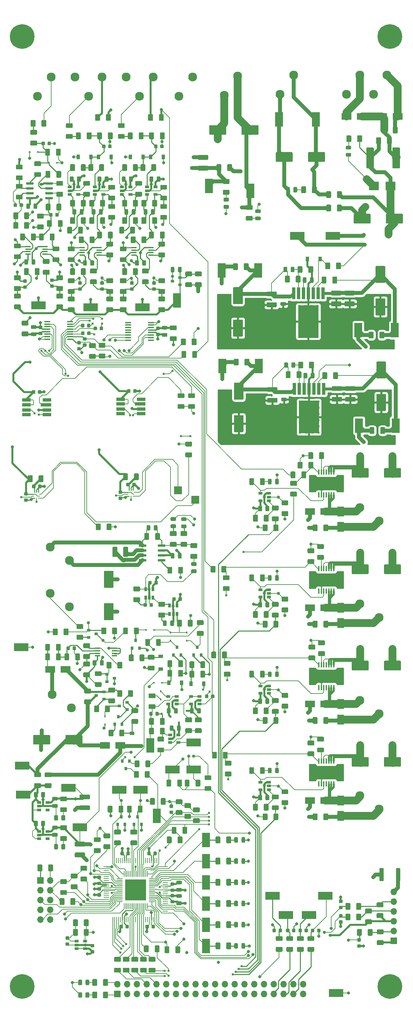
<source format=gbr>
G04 #@! TF.GenerationSoftware,KiCad,Pcbnew,(5.1.4)-1*
G04 #@! TF.CreationDate,2020-04-19T13:58:16-04:00*
G04 #@! TF.ProjectId,RPi_cape,5250695f-6361-4706-952e-6b696361645f,1.6*
G04 #@! TF.SameCoordinates,Original*
G04 #@! TF.FileFunction,Copper,L1,Top*
G04 #@! TF.FilePolarity,Positive*
%FSLAX45Y45*%
G04 Gerber Fmt 4.5, Leading zero omitted, Abs format (unit mm)*
G04 Created by KiCad (PCBNEW (5.1.4)-1) date 2020-04-19 13:58:16*
%MOMM*%
%LPD*%
G04 APERTURE LIST*
%ADD10R,2.500000X2.300000*%
%ADD11C,0.100000*%
%ADD12C,1.250000*%
%ADD13R,0.450000X0.600000*%
%ADD14R,0.600000X0.450000*%
%ADD15C,0.875000*%
%ADD16R,0.250000X0.275000*%
%ADD17R,0.275000X0.250000*%
%ADD18C,2.300000*%
%ADD19R,0.890000X3.060000*%
%ADD20R,5.350000X8.540000*%
%ADD21R,2.250000X0.900000*%
%ADD22R,2.800000X0.900000*%
%ADD23R,5.500000X5.500000*%
%ADD24R,0.200000X1.500000*%
%ADD25R,1.500000X0.200000*%
%ADD26R,1.470000X0.280000*%
%ADD27R,0.280000X1.470000*%
%ADD28R,1.060000X0.650000*%
%ADD29R,0.650000X1.060000*%
%ADD30R,0.900000X0.800000*%
%ADD31R,0.800000X0.900000*%
%ADD32R,1.200000X0.900000*%
%ADD33R,2.500000X1.800000*%
%ADD34R,0.900000X1.200000*%
%ADD35R,1.800000X2.500000*%
%ADD36C,0.600000*%
%ADD37R,1.450000X0.450000*%
%ADD38R,1.800000X1.500000*%
%ADD39R,0.450000X1.450000*%
%ADD40R,1.500000X0.450000*%
%ADD41C,0.975000*%
%ADD42R,3.800000X2.000000*%
%ADD43R,2.000000X3.800000*%
%ADD44C,2.500000*%
%ADD45R,2.000000X2.000000*%
%ADD46C,0.800000*%
%ADD47C,6.400000*%
%ADD48C,1.125000*%
%ADD49O,1.700000X1.700000*%
%ADD50R,1.700000X1.700000*%
%ADD51C,1.925000*%
%ADD52C,0.620000*%
%ADD53C,0.250000*%
%ADD54C,0.500000*%
%ADD55C,0.200000*%
%ADD56C,0.300000*%
%ADD57C,1.000000*%
%ADD58C,0.350000*%
%ADD59C,2.000000*%
%ADD60C,0.800000*%
%ADD61C,0.254000*%
G04 APERTURE END LIST*
D10*
X12410000Y-7150000D03*
X12840000Y-7150000D03*
D11*
G36*
X6539950Y-26862620D02*
G01*
X6542377Y-26862980D01*
X6544757Y-26863576D01*
X6547067Y-26864403D01*
X6549285Y-26865452D01*
X6551389Y-26866713D01*
X6553360Y-26868175D01*
X6555178Y-26869822D01*
X6556825Y-26871640D01*
X6558287Y-26873611D01*
X6559548Y-26875715D01*
X6560597Y-26877933D01*
X6561423Y-26880243D01*
X6562020Y-26882623D01*
X6562380Y-26885050D01*
X6562500Y-26887500D01*
X6562500Y-27012500D01*
X6562380Y-27014950D01*
X6562020Y-27017377D01*
X6561423Y-27019757D01*
X6560597Y-27022067D01*
X6559548Y-27024285D01*
X6558287Y-27026389D01*
X6556825Y-27028360D01*
X6555178Y-27030178D01*
X6553360Y-27031825D01*
X6551389Y-27033287D01*
X6549285Y-27034548D01*
X6547067Y-27035597D01*
X6544757Y-27036423D01*
X6542377Y-27037020D01*
X6539950Y-27037380D01*
X6537500Y-27037500D01*
X6462500Y-27037500D01*
X6460050Y-27037380D01*
X6457623Y-27037020D01*
X6455243Y-27036423D01*
X6452933Y-27035597D01*
X6450715Y-27034548D01*
X6448611Y-27033287D01*
X6446640Y-27031825D01*
X6444822Y-27030178D01*
X6443175Y-27028360D01*
X6441713Y-27026389D01*
X6440452Y-27024285D01*
X6439403Y-27022067D01*
X6438576Y-27019757D01*
X6437980Y-27017377D01*
X6437620Y-27014950D01*
X6437500Y-27012500D01*
X6437500Y-26887500D01*
X6437620Y-26885050D01*
X6437980Y-26882623D01*
X6438576Y-26880243D01*
X6439403Y-26877933D01*
X6440452Y-26875715D01*
X6441713Y-26873611D01*
X6443175Y-26871640D01*
X6444822Y-26869822D01*
X6446640Y-26868175D01*
X6448611Y-26866713D01*
X6450715Y-26865452D01*
X6452933Y-26864403D01*
X6455243Y-26863576D01*
X6457623Y-26862980D01*
X6460050Y-26862620D01*
X6462500Y-26862500D01*
X6537500Y-26862500D01*
X6539950Y-26862620D01*
X6539950Y-26862620D01*
G37*
D12*
X6500000Y-26950000D03*
D11*
G36*
X6819950Y-26862620D02*
G01*
X6822377Y-26862980D01*
X6824757Y-26863576D01*
X6827067Y-26864403D01*
X6829285Y-26865452D01*
X6831389Y-26866713D01*
X6833360Y-26868175D01*
X6835178Y-26869822D01*
X6836825Y-26871640D01*
X6838287Y-26873611D01*
X6839548Y-26875715D01*
X6840597Y-26877933D01*
X6841423Y-26880243D01*
X6842020Y-26882623D01*
X6842380Y-26885050D01*
X6842500Y-26887500D01*
X6842500Y-27012500D01*
X6842380Y-27014950D01*
X6842020Y-27017377D01*
X6841423Y-27019757D01*
X6840597Y-27022067D01*
X6839548Y-27024285D01*
X6838287Y-27026389D01*
X6836825Y-27028360D01*
X6835178Y-27030178D01*
X6833360Y-27031825D01*
X6831389Y-27033287D01*
X6829285Y-27034548D01*
X6827067Y-27035597D01*
X6824757Y-27036423D01*
X6822377Y-27037020D01*
X6819950Y-27037380D01*
X6817500Y-27037500D01*
X6742500Y-27037500D01*
X6740050Y-27037380D01*
X6737623Y-27037020D01*
X6735243Y-27036423D01*
X6732933Y-27035597D01*
X6730715Y-27034548D01*
X6728611Y-27033287D01*
X6726640Y-27031825D01*
X6724822Y-27030178D01*
X6723175Y-27028360D01*
X6721713Y-27026389D01*
X6720452Y-27024285D01*
X6719403Y-27022067D01*
X6718576Y-27019757D01*
X6717980Y-27017377D01*
X6717620Y-27014950D01*
X6717500Y-27012500D01*
X6717500Y-26887500D01*
X6717620Y-26885050D01*
X6717980Y-26882623D01*
X6718576Y-26880243D01*
X6719403Y-26877933D01*
X6720452Y-26875715D01*
X6721713Y-26873611D01*
X6723175Y-26871640D01*
X6724822Y-26869822D01*
X6726640Y-26868175D01*
X6728611Y-26866713D01*
X6730715Y-26865452D01*
X6732933Y-26864403D01*
X6735243Y-26863576D01*
X6737623Y-26862980D01*
X6740050Y-26862620D01*
X6742500Y-26862500D01*
X6817500Y-26862500D01*
X6819950Y-26862620D01*
X6819950Y-26862620D01*
G37*
D12*
X6780000Y-26950000D03*
D11*
G36*
X6714950Y-27162620D02*
G01*
X6717377Y-27162980D01*
X6719757Y-27163576D01*
X6722067Y-27164403D01*
X6724285Y-27165452D01*
X6726389Y-27166713D01*
X6728360Y-27168175D01*
X6730178Y-27169822D01*
X6731825Y-27171640D01*
X6733287Y-27173611D01*
X6734548Y-27175715D01*
X6735597Y-27177933D01*
X6736423Y-27180243D01*
X6737020Y-27182623D01*
X6737380Y-27185050D01*
X6737500Y-27187500D01*
X6737500Y-27262500D01*
X6737380Y-27264950D01*
X6737020Y-27267377D01*
X6736423Y-27269757D01*
X6735597Y-27272067D01*
X6734548Y-27274285D01*
X6733287Y-27276389D01*
X6731825Y-27278360D01*
X6730178Y-27280178D01*
X6728360Y-27281825D01*
X6726389Y-27283287D01*
X6724285Y-27284548D01*
X6722067Y-27285597D01*
X6719757Y-27286423D01*
X6717377Y-27287020D01*
X6714950Y-27287380D01*
X6712500Y-27287500D01*
X6587500Y-27287500D01*
X6585050Y-27287380D01*
X6582623Y-27287020D01*
X6580243Y-27286423D01*
X6577933Y-27285597D01*
X6575715Y-27284548D01*
X6573611Y-27283287D01*
X6571640Y-27281825D01*
X6569822Y-27280178D01*
X6568175Y-27278360D01*
X6566713Y-27276389D01*
X6565452Y-27274285D01*
X6564403Y-27272067D01*
X6563576Y-27269757D01*
X6562980Y-27267377D01*
X6562620Y-27264950D01*
X6562500Y-27262500D01*
X6562500Y-27187500D01*
X6562620Y-27185050D01*
X6562980Y-27182623D01*
X6563576Y-27180243D01*
X6564403Y-27177933D01*
X6565452Y-27175715D01*
X6566713Y-27173611D01*
X6568175Y-27171640D01*
X6569822Y-27169822D01*
X6571640Y-27168175D01*
X6573611Y-27166713D01*
X6575715Y-27165452D01*
X6577933Y-27164403D01*
X6580243Y-27163576D01*
X6582623Y-27162980D01*
X6585050Y-27162620D01*
X6587500Y-27162500D01*
X6712500Y-27162500D01*
X6714950Y-27162620D01*
X6714950Y-27162620D01*
G37*
D12*
X6650000Y-27225000D03*
D11*
G36*
X6714950Y-27442620D02*
G01*
X6717377Y-27442980D01*
X6719757Y-27443576D01*
X6722067Y-27444403D01*
X6724285Y-27445452D01*
X6726389Y-27446713D01*
X6728360Y-27448175D01*
X6730178Y-27449822D01*
X6731825Y-27451640D01*
X6733287Y-27453611D01*
X6734548Y-27455715D01*
X6735597Y-27457933D01*
X6736423Y-27460243D01*
X6737020Y-27462623D01*
X6737380Y-27465050D01*
X6737500Y-27467500D01*
X6737500Y-27542500D01*
X6737380Y-27544950D01*
X6737020Y-27547377D01*
X6736423Y-27549757D01*
X6735597Y-27552067D01*
X6734548Y-27554285D01*
X6733287Y-27556389D01*
X6731825Y-27558360D01*
X6730178Y-27560178D01*
X6728360Y-27561825D01*
X6726389Y-27563287D01*
X6724285Y-27564548D01*
X6722067Y-27565597D01*
X6719757Y-27566423D01*
X6717377Y-27567020D01*
X6714950Y-27567380D01*
X6712500Y-27567500D01*
X6587500Y-27567500D01*
X6585050Y-27567380D01*
X6582623Y-27567020D01*
X6580243Y-27566423D01*
X6577933Y-27565597D01*
X6575715Y-27564548D01*
X6573611Y-27563287D01*
X6571640Y-27561825D01*
X6569822Y-27560178D01*
X6568175Y-27558360D01*
X6566713Y-27556389D01*
X6565452Y-27554285D01*
X6564403Y-27552067D01*
X6563576Y-27549757D01*
X6562980Y-27547377D01*
X6562620Y-27544950D01*
X6562500Y-27542500D01*
X6562500Y-27467500D01*
X6562620Y-27465050D01*
X6562980Y-27462623D01*
X6563576Y-27460243D01*
X6564403Y-27457933D01*
X6565452Y-27455715D01*
X6566713Y-27453611D01*
X6568175Y-27451640D01*
X6569822Y-27449822D01*
X6571640Y-27448175D01*
X6573611Y-27446713D01*
X6575715Y-27445452D01*
X6577933Y-27444403D01*
X6580243Y-27443576D01*
X6582623Y-27442980D01*
X6585050Y-27442620D01*
X6587500Y-27442500D01*
X6712500Y-27442500D01*
X6714950Y-27442620D01*
X6714950Y-27442620D01*
G37*
D12*
X6650000Y-27505000D03*
D11*
G36*
X6489950Y-27162620D02*
G01*
X6492377Y-27162980D01*
X6494757Y-27163576D01*
X6497067Y-27164403D01*
X6499285Y-27165452D01*
X6501389Y-27166713D01*
X6503360Y-27168175D01*
X6505178Y-27169822D01*
X6506825Y-27171640D01*
X6508287Y-27173611D01*
X6509548Y-27175715D01*
X6510597Y-27177933D01*
X6511423Y-27180243D01*
X6512020Y-27182623D01*
X6512380Y-27185050D01*
X6512500Y-27187500D01*
X6512500Y-27262500D01*
X6512380Y-27264950D01*
X6512020Y-27267377D01*
X6511423Y-27269757D01*
X6510597Y-27272067D01*
X6509548Y-27274285D01*
X6508287Y-27276389D01*
X6506825Y-27278360D01*
X6505178Y-27280178D01*
X6503360Y-27281825D01*
X6501389Y-27283287D01*
X6499285Y-27284548D01*
X6497067Y-27285597D01*
X6494757Y-27286423D01*
X6492377Y-27287020D01*
X6489950Y-27287380D01*
X6487500Y-27287500D01*
X6362500Y-27287500D01*
X6360050Y-27287380D01*
X6357623Y-27287020D01*
X6355243Y-27286423D01*
X6352933Y-27285597D01*
X6350715Y-27284548D01*
X6348611Y-27283287D01*
X6346640Y-27281825D01*
X6344822Y-27280178D01*
X6343175Y-27278360D01*
X6341713Y-27276389D01*
X6340452Y-27274285D01*
X6339403Y-27272067D01*
X6338576Y-27269757D01*
X6337980Y-27267377D01*
X6337620Y-27264950D01*
X6337500Y-27262500D01*
X6337500Y-27187500D01*
X6337620Y-27185050D01*
X6337980Y-27182623D01*
X6338576Y-27180243D01*
X6339403Y-27177933D01*
X6340452Y-27175715D01*
X6341713Y-27173611D01*
X6343175Y-27171640D01*
X6344822Y-27169822D01*
X6346640Y-27168175D01*
X6348611Y-27166713D01*
X6350715Y-27165452D01*
X6352933Y-27164403D01*
X6355243Y-27163576D01*
X6357623Y-27162980D01*
X6360050Y-27162620D01*
X6362500Y-27162500D01*
X6487500Y-27162500D01*
X6489950Y-27162620D01*
X6489950Y-27162620D01*
G37*
D12*
X6425000Y-27225000D03*
D11*
G36*
X6489950Y-27442620D02*
G01*
X6492377Y-27442980D01*
X6494757Y-27443576D01*
X6497067Y-27444403D01*
X6499285Y-27445452D01*
X6501389Y-27446713D01*
X6503360Y-27448175D01*
X6505178Y-27449822D01*
X6506825Y-27451640D01*
X6508287Y-27453611D01*
X6509548Y-27455715D01*
X6510597Y-27457933D01*
X6511423Y-27460243D01*
X6512020Y-27462623D01*
X6512380Y-27465050D01*
X6512500Y-27467500D01*
X6512500Y-27542500D01*
X6512380Y-27544950D01*
X6512020Y-27547377D01*
X6511423Y-27549757D01*
X6510597Y-27552067D01*
X6509548Y-27554285D01*
X6508287Y-27556389D01*
X6506825Y-27558360D01*
X6505178Y-27560178D01*
X6503360Y-27561825D01*
X6501389Y-27563287D01*
X6499285Y-27564548D01*
X6497067Y-27565597D01*
X6494757Y-27566423D01*
X6492377Y-27567020D01*
X6489950Y-27567380D01*
X6487500Y-27567500D01*
X6362500Y-27567500D01*
X6360050Y-27567380D01*
X6357623Y-27567020D01*
X6355243Y-27566423D01*
X6352933Y-27565597D01*
X6350715Y-27564548D01*
X6348611Y-27563287D01*
X6346640Y-27561825D01*
X6344822Y-27560178D01*
X6343175Y-27558360D01*
X6341713Y-27556389D01*
X6340452Y-27554285D01*
X6339403Y-27552067D01*
X6338576Y-27549757D01*
X6337980Y-27547377D01*
X6337620Y-27544950D01*
X6337500Y-27542500D01*
X6337500Y-27467500D01*
X6337620Y-27465050D01*
X6337980Y-27462623D01*
X6338576Y-27460243D01*
X6339403Y-27457933D01*
X6340452Y-27455715D01*
X6341713Y-27453611D01*
X6343175Y-27451640D01*
X6344822Y-27449822D01*
X6346640Y-27448175D01*
X6348611Y-27446713D01*
X6350715Y-27445452D01*
X6352933Y-27444403D01*
X6355243Y-27443576D01*
X6357623Y-27442980D01*
X6360050Y-27442620D01*
X6362500Y-27442500D01*
X6487500Y-27442500D01*
X6489950Y-27442620D01*
X6489950Y-27442620D01*
G37*
D12*
X6425000Y-27505000D03*
D11*
G36*
X6264950Y-27162620D02*
G01*
X6267377Y-27162980D01*
X6269757Y-27163576D01*
X6272067Y-27164403D01*
X6274285Y-27165452D01*
X6276389Y-27166713D01*
X6278360Y-27168175D01*
X6280178Y-27169822D01*
X6281825Y-27171640D01*
X6283287Y-27173611D01*
X6284548Y-27175715D01*
X6285597Y-27177933D01*
X6286423Y-27180243D01*
X6287020Y-27182623D01*
X6287380Y-27185050D01*
X6287500Y-27187500D01*
X6287500Y-27262500D01*
X6287380Y-27264950D01*
X6287020Y-27267377D01*
X6286423Y-27269757D01*
X6285597Y-27272067D01*
X6284548Y-27274285D01*
X6283287Y-27276389D01*
X6281825Y-27278360D01*
X6280178Y-27280178D01*
X6278360Y-27281825D01*
X6276389Y-27283287D01*
X6274285Y-27284548D01*
X6272067Y-27285597D01*
X6269757Y-27286423D01*
X6267377Y-27287020D01*
X6264950Y-27287380D01*
X6262500Y-27287500D01*
X6137500Y-27287500D01*
X6135050Y-27287380D01*
X6132623Y-27287020D01*
X6130243Y-27286423D01*
X6127933Y-27285597D01*
X6125715Y-27284548D01*
X6123611Y-27283287D01*
X6121640Y-27281825D01*
X6119822Y-27280178D01*
X6118175Y-27278360D01*
X6116713Y-27276389D01*
X6115452Y-27274285D01*
X6114403Y-27272067D01*
X6113576Y-27269757D01*
X6112980Y-27267377D01*
X6112620Y-27264950D01*
X6112500Y-27262500D01*
X6112500Y-27187500D01*
X6112620Y-27185050D01*
X6112980Y-27182623D01*
X6113576Y-27180243D01*
X6114403Y-27177933D01*
X6115452Y-27175715D01*
X6116713Y-27173611D01*
X6118175Y-27171640D01*
X6119822Y-27169822D01*
X6121640Y-27168175D01*
X6123611Y-27166713D01*
X6125715Y-27165452D01*
X6127933Y-27164403D01*
X6130243Y-27163576D01*
X6132623Y-27162980D01*
X6135050Y-27162620D01*
X6137500Y-27162500D01*
X6262500Y-27162500D01*
X6264950Y-27162620D01*
X6264950Y-27162620D01*
G37*
D12*
X6200000Y-27225000D03*
D11*
G36*
X6264950Y-27442620D02*
G01*
X6267377Y-27442980D01*
X6269757Y-27443576D01*
X6272067Y-27444403D01*
X6274285Y-27445452D01*
X6276389Y-27446713D01*
X6278360Y-27448175D01*
X6280178Y-27449822D01*
X6281825Y-27451640D01*
X6283287Y-27453611D01*
X6284548Y-27455715D01*
X6285597Y-27457933D01*
X6286423Y-27460243D01*
X6287020Y-27462623D01*
X6287380Y-27465050D01*
X6287500Y-27467500D01*
X6287500Y-27542500D01*
X6287380Y-27544950D01*
X6287020Y-27547377D01*
X6286423Y-27549757D01*
X6285597Y-27552067D01*
X6284548Y-27554285D01*
X6283287Y-27556389D01*
X6281825Y-27558360D01*
X6280178Y-27560178D01*
X6278360Y-27561825D01*
X6276389Y-27563287D01*
X6274285Y-27564548D01*
X6272067Y-27565597D01*
X6269757Y-27566423D01*
X6267377Y-27567020D01*
X6264950Y-27567380D01*
X6262500Y-27567500D01*
X6137500Y-27567500D01*
X6135050Y-27567380D01*
X6132623Y-27567020D01*
X6130243Y-27566423D01*
X6127933Y-27565597D01*
X6125715Y-27564548D01*
X6123611Y-27563287D01*
X6121640Y-27561825D01*
X6119822Y-27560178D01*
X6118175Y-27558360D01*
X6116713Y-27556389D01*
X6115452Y-27554285D01*
X6114403Y-27552067D01*
X6113576Y-27549757D01*
X6112980Y-27547377D01*
X6112620Y-27544950D01*
X6112500Y-27542500D01*
X6112500Y-27467500D01*
X6112620Y-27465050D01*
X6112980Y-27462623D01*
X6113576Y-27460243D01*
X6114403Y-27457933D01*
X6115452Y-27455715D01*
X6116713Y-27453611D01*
X6118175Y-27451640D01*
X6119822Y-27449822D01*
X6121640Y-27448175D01*
X6123611Y-27446713D01*
X6125715Y-27445452D01*
X6127933Y-27444403D01*
X6130243Y-27443576D01*
X6132623Y-27442980D01*
X6135050Y-27442620D01*
X6137500Y-27442500D01*
X6262500Y-27442500D01*
X6264950Y-27442620D01*
X6264950Y-27442620D01*
G37*
D12*
X6200000Y-27505000D03*
D11*
G36*
X6039950Y-27162620D02*
G01*
X6042377Y-27162980D01*
X6044757Y-27163576D01*
X6047067Y-27164403D01*
X6049285Y-27165452D01*
X6051389Y-27166713D01*
X6053360Y-27168175D01*
X6055178Y-27169822D01*
X6056825Y-27171640D01*
X6058287Y-27173611D01*
X6059548Y-27175715D01*
X6060597Y-27177933D01*
X6061423Y-27180243D01*
X6062020Y-27182623D01*
X6062380Y-27185050D01*
X6062500Y-27187500D01*
X6062500Y-27262500D01*
X6062380Y-27264950D01*
X6062020Y-27267377D01*
X6061423Y-27269757D01*
X6060597Y-27272067D01*
X6059548Y-27274285D01*
X6058287Y-27276389D01*
X6056825Y-27278360D01*
X6055178Y-27280178D01*
X6053360Y-27281825D01*
X6051389Y-27283287D01*
X6049285Y-27284548D01*
X6047067Y-27285597D01*
X6044757Y-27286423D01*
X6042377Y-27287020D01*
X6039950Y-27287380D01*
X6037500Y-27287500D01*
X5912500Y-27287500D01*
X5910050Y-27287380D01*
X5907623Y-27287020D01*
X5905243Y-27286423D01*
X5902933Y-27285597D01*
X5900715Y-27284548D01*
X5898611Y-27283287D01*
X5896640Y-27281825D01*
X5894822Y-27280178D01*
X5893175Y-27278360D01*
X5891713Y-27276389D01*
X5890452Y-27274285D01*
X5889403Y-27272067D01*
X5888576Y-27269757D01*
X5887980Y-27267377D01*
X5887620Y-27264950D01*
X5887500Y-27262500D01*
X5887500Y-27187500D01*
X5887620Y-27185050D01*
X5887980Y-27182623D01*
X5888576Y-27180243D01*
X5889403Y-27177933D01*
X5890452Y-27175715D01*
X5891713Y-27173611D01*
X5893175Y-27171640D01*
X5894822Y-27169822D01*
X5896640Y-27168175D01*
X5898611Y-27166713D01*
X5900715Y-27165452D01*
X5902933Y-27164403D01*
X5905243Y-27163576D01*
X5907623Y-27162980D01*
X5910050Y-27162620D01*
X5912500Y-27162500D01*
X6037500Y-27162500D01*
X6039950Y-27162620D01*
X6039950Y-27162620D01*
G37*
D12*
X5975000Y-27225000D03*
D11*
G36*
X6039950Y-27442620D02*
G01*
X6042377Y-27442980D01*
X6044757Y-27443576D01*
X6047067Y-27444403D01*
X6049285Y-27445452D01*
X6051389Y-27446713D01*
X6053360Y-27448175D01*
X6055178Y-27449822D01*
X6056825Y-27451640D01*
X6058287Y-27453611D01*
X6059548Y-27455715D01*
X6060597Y-27457933D01*
X6061423Y-27460243D01*
X6062020Y-27462623D01*
X6062380Y-27465050D01*
X6062500Y-27467500D01*
X6062500Y-27542500D01*
X6062380Y-27544950D01*
X6062020Y-27547377D01*
X6061423Y-27549757D01*
X6060597Y-27552067D01*
X6059548Y-27554285D01*
X6058287Y-27556389D01*
X6056825Y-27558360D01*
X6055178Y-27560178D01*
X6053360Y-27561825D01*
X6051389Y-27563287D01*
X6049285Y-27564548D01*
X6047067Y-27565597D01*
X6044757Y-27566423D01*
X6042377Y-27567020D01*
X6039950Y-27567380D01*
X6037500Y-27567500D01*
X5912500Y-27567500D01*
X5910050Y-27567380D01*
X5907623Y-27567020D01*
X5905243Y-27566423D01*
X5902933Y-27565597D01*
X5900715Y-27564548D01*
X5898611Y-27563287D01*
X5896640Y-27561825D01*
X5894822Y-27560178D01*
X5893175Y-27558360D01*
X5891713Y-27556389D01*
X5890452Y-27554285D01*
X5889403Y-27552067D01*
X5888576Y-27549757D01*
X5887980Y-27547377D01*
X5887620Y-27544950D01*
X5887500Y-27542500D01*
X5887500Y-27467500D01*
X5887620Y-27465050D01*
X5887980Y-27462623D01*
X5888576Y-27460243D01*
X5889403Y-27457933D01*
X5890452Y-27455715D01*
X5891713Y-27453611D01*
X5893175Y-27451640D01*
X5894822Y-27449822D01*
X5896640Y-27448175D01*
X5898611Y-27446713D01*
X5900715Y-27445452D01*
X5902933Y-27444403D01*
X5905243Y-27443576D01*
X5907623Y-27442980D01*
X5910050Y-27442620D01*
X5912500Y-27442500D01*
X6037500Y-27442500D01*
X6039950Y-27442620D01*
X6039950Y-27442620D01*
G37*
D12*
X5975000Y-27505000D03*
D11*
G36*
X5814950Y-27162620D02*
G01*
X5817377Y-27162980D01*
X5819757Y-27163576D01*
X5822067Y-27164403D01*
X5824285Y-27165452D01*
X5826389Y-27166713D01*
X5828360Y-27168175D01*
X5830178Y-27169822D01*
X5831825Y-27171640D01*
X5833287Y-27173611D01*
X5834548Y-27175715D01*
X5835597Y-27177933D01*
X5836423Y-27180243D01*
X5837020Y-27182623D01*
X5837380Y-27185050D01*
X5837500Y-27187500D01*
X5837500Y-27262500D01*
X5837380Y-27264950D01*
X5837020Y-27267377D01*
X5836423Y-27269757D01*
X5835597Y-27272067D01*
X5834548Y-27274285D01*
X5833287Y-27276389D01*
X5831825Y-27278360D01*
X5830178Y-27280178D01*
X5828360Y-27281825D01*
X5826389Y-27283287D01*
X5824285Y-27284548D01*
X5822067Y-27285597D01*
X5819757Y-27286423D01*
X5817377Y-27287020D01*
X5814950Y-27287380D01*
X5812500Y-27287500D01*
X5687500Y-27287500D01*
X5685050Y-27287380D01*
X5682623Y-27287020D01*
X5680243Y-27286423D01*
X5677933Y-27285597D01*
X5675715Y-27284548D01*
X5673611Y-27283287D01*
X5671640Y-27281825D01*
X5669822Y-27280178D01*
X5668175Y-27278360D01*
X5666713Y-27276389D01*
X5665452Y-27274285D01*
X5664403Y-27272067D01*
X5663576Y-27269757D01*
X5662980Y-27267377D01*
X5662620Y-27264950D01*
X5662500Y-27262500D01*
X5662500Y-27187500D01*
X5662620Y-27185050D01*
X5662980Y-27182623D01*
X5663576Y-27180243D01*
X5664403Y-27177933D01*
X5665452Y-27175715D01*
X5666713Y-27173611D01*
X5668175Y-27171640D01*
X5669822Y-27169822D01*
X5671640Y-27168175D01*
X5673611Y-27166713D01*
X5675715Y-27165452D01*
X5677933Y-27164403D01*
X5680243Y-27163576D01*
X5682623Y-27162980D01*
X5685050Y-27162620D01*
X5687500Y-27162500D01*
X5812500Y-27162500D01*
X5814950Y-27162620D01*
X5814950Y-27162620D01*
G37*
D12*
X5750000Y-27225000D03*
D11*
G36*
X5814950Y-27442620D02*
G01*
X5817377Y-27442980D01*
X5819757Y-27443576D01*
X5822067Y-27444403D01*
X5824285Y-27445452D01*
X5826389Y-27446713D01*
X5828360Y-27448175D01*
X5830178Y-27449822D01*
X5831825Y-27451640D01*
X5833287Y-27453611D01*
X5834548Y-27455715D01*
X5835597Y-27457933D01*
X5836423Y-27460243D01*
X5837020Y-27462623D01*
X5837380Y-27465050D01*
X5837500Y-27467500D01*
X5837500Y-27542500D01*
X5837380Y-27544950D01*
X5837020Y-27547377D01*
X5836423Y-27549757D01*
X5835597Y-27552067D01*
X5834548Y-27554285D01*
X5833287Y-27556389D01*
X5831825Y-27558360D01*
X5830178Y-27560178D01*
X5828360Y-27561825D01*
X5826389Y-27563287D01*
X5824285Y-27564548D01*
X5822067Y-27565597D01*
X5819757Y-27566423D01*
X5817377Y-27567020D01*
X5814950Y-27567380D01*
X5812500Y-27567500D01*
X5687500Y-27567500D01*
X5685050Y-27567380D01*
X5682623Y-27567020D01*
X5680243Y-27566423D01*
X5677933Y-27565597D01*
X5675715Y-27564548D01*
X5673611Y-27563287D01*
X5671640Y-27561825D01*
X5669822Y-27560178D01*
X5668175Y-27558360D01*
X5666713Y-27556389D01*
X5665452Y-27554285D01*
X5664403Y-27552067D01*
X5663576Y-27549757D01*
X5662980Y-27547377D01*
X5662620Y-27544950D01*
X5662500Y-27542500D01*
X5662500Y-27467500D01*
X5662620Y-27465050D01*
X5662980Y-27462623D01*
X5663576Y-27460243D01*
X5664403Y-27457933D01*
X5665452Y-27455715D01*
X5666713Y-27453611D01*
X5668175Y-27451640D01*
X5669822Y-27449822D01*
X5671640Y-27448175D01*
X5673611Y-27446713D01*
X5675715Y-27445452D01*
X5677933Y-27444403D01*
X5680243Y-27443576D01*
X5682623Y-27442980D01*
X5685050Y-27442620D01*
X5687500Y-27442500D01*
X5812500Y-27442500D01*
X5814950Y-27442620D01*
X5814950Y-27442620D01*
G37*
D12*
X5750000Y-27505000D03*
D11*
G36*
X7414950Y-24037620D02*
G01*
X7417377Y-24037980D01*
X7419757Y-24038576D01*
X7422067Y-24039403D01*
X7424285Y-24040452D01*
X7426389Y-24041713D01*
X7428360Y-24043175D01*
X7430178Y-24044822D01*
X7431825Y-24046640D01*
X7433287Y-24048611D01*
X7434548Y-24050715D01*
X7435597Y-24052933D01*
X7436423Y-24055243D01*
X7437020Y-24057623D01*
X7437380Y-24060050D01*
X7437500Y-24062500D01*
X7437500Y-24187500D01*
X7437380Y-24189950D01*
X7437020Y-24192377D01*
X7436423Y-24194757D01*
X7435597Y-24197067D01*
X7434548Y-24199285D01*
X7433287Y-24201389D01*
X7431825Y-24203360D01*
X7430178Y-24205178D01*
X7428360Y-24206825D01*
X7426389Y-24208287D01*
X7424285Y-24209548D01*
X7422067Y-24210597D01*
X7419757Y-24211423D01*
X7417377Y-24212020D01*
X7414950Y-24212380D01*
X7412500Y-24212500D01*
X7337500Y-24212500D01*
X7335050Y-24212380D01*
X7332623Y-24212020D01*
X7330243Y-24211423D01*
X7327933Y-24210597D01*
X7325715Y-24209548D01*
X7323611Y-24208287D01*
X7321640Y-24206825D01*
X7319822Y-24205178D01*
X7318175Y-24203360D01*
X7316713Y-24201389D01*
X7315452Y-24199285D01*
X7314403Y-24197067D01*
X7313576Y-24194757D01*
X7312980Y-24192377D01*
X7312620Y-24189950D01*
X7312500Y-24187500D01*
X7312500Y-24062500D01*
X7312620Y-24060050D01*
X7312980Y-24057623D01*
X7313576Y-24055243D01*
X7314403Y-24052933D01*
X7315452Y-24050715D01*
X7316713Y-24048611D01*
X7318175Y-24046640D01*
X7319822Y-24044822D01*
X7321640Y-24043175D01*
X7323611Y-24041713D01*
X7325715Y-24040452D01*
X7327933Y-24039403D01*
X7330243Y-24038576D01*
X7332623Y-24037980D01*
X7335050Y-24037620D01*
X7337500Y-24037500D01*
X7412500Y-24037500D01*
X7414950Y-24037620D01*
X7414950Y-24037620D01*
G37*
D12*
X7375000Y-24125000D03*
D11*
G36*
X7134950Y-24037620D02*
G01*
X7137377Y-24037980D01*
X7139757Y-24038576D01*
X7142067Y-24039403D01*
X7144285Y-24040452D01*
X7146389Y-24041713D01*
X7148360Y-24043175D01*
X7150178Y-24044822D01*
X7151825Y-24046640D01*
X7153287Y-24048611D01*
X7154548Y-24050715D01*
X7155597Y-24052933D01*
X7156423Y-24055243D01*
X7157020Y-24057623D01*
X7157380Y-24060050D01*
X7157500Y-24062500D01*
X7157500Y-24187500D01*
X7157380Y-24189950D01*
X7157020Y-24192377D01*
X7156423Y-24194757D01*
X7155597Y-24197067D01*
X7154548Y-24199285D01*
X7153287Y-24201389D01*
X7151825Y-24203360D01*
X7150178Y-24205178D01*
X7148360Y-24206825D01*
X7146389Y-24208287D01*
X7144285Y-24209548D01*
X7142067Y-24210597D01*
X7139757Y-24211423D01*
X7137377Y-24212020D01*
X7134950Y-24212380D01*
X7132500Y-24212500D01*
X7057500Y-24212500D01*
X7055050Y-24212380D01*
X7052623Y-24212020D01*
X7050243Y-24211423D01*
X7047933Y-24210597D01*
X7045715Y-24209548D01*
X7043611Y-24208287D01*
X7041640Y-24206825D01*
X7039822Y-24205178D01*
X7038175Y-24203360D01*
X7036713Y-24201389D01*
X7035452Y-24199285D01*
X7034403Y-24197067D01*
X7033576Y-24194757D01*
X7032980Y-24192377D01*
X7032620Y-24189950D01*
X7032500Y-24187500D01*
X7032500Y-24062500D01*
X7032620Y-24060050D01*
X7032980Y-24057623D01*
X7033576Y-24055243D01*
X7034403Y-24052933D01*
X7035452Y-24050715D01*
X7036713Y-24048611D01*
X7038175Y-24046640D01*
X7039822Y-24044822D01*
X7041640Y-24043175D01*
X7043611Y-24041713D01*
X7045715Y-24040452D01*
X7047933Y-24039403D01*
X7050243Y-24038576D01*
X7052623Y-24037980D01*
X7055050Y-24037620D01*
X7057500Y-24037500D01*
X7132500Y-24037500D01*
X7134950Y-24037620D01*
X7134950Y-24037620D01*
G37*
D12*
X7095000Y-24125000D03*
D11*
G36*
X5664950Y-20172620D02*
G01*
X5667377Y-20172980D01*
X5669757Y-20173577D01*
X5672067Y-20174403D01*
X5674285Y-20175452D01*
X5676389Y-20176713D01*
X5678360Y-20178175D01*
X5680178Y-20179822D01*
X5681825Y-20181640D01*
X5683287Y-20183611D01*
X5684548Y-20185715D01*
X5685597Y-20187933D01*
X5686423Y-20190243D01*
X5687020Y-20192623D01*
X5687380Y-20195050D01*
X5687500Y-20197500D01*
X5687500Y-20272500D01*
X5687380Y-20274950D01*
X5687020Y-20277377D01*
X5686423Y-20279757D01*
X5685597Y-20282067D01*
X5684548Y-20284285D01*
X5683287Y-20286389D01*
X5681825Y-20288360D01*
X5680178Y-20290178D01*
X5678360Y-20291825D01*
X5676389Y-20293287D01*
X5674285Y-20294548D01*
X5672067Y-20295597D01*
X5669757Y-20296424D01*
X5667377Y-20297020D01*
X5664950Y-20297380D01*
X5662500Y-20297500D01*
X5537500Y-20297500D01*
X5535050Y-20297380D01*
X5532623Y-20297020D01*
X5530243Y-20296424D01*
X5527933Y-20295597D01*
X5525715Y-20294548D01*
X5523611Y-20293287D01*
X5521640Y-20291825D01*
X5519822Y-20290178D01*
X5518175Y-20288360D01*
X5516713Y-20286389D01*
X5515452Y-20284285D01*
X5514403Y-20282067D01*
X5513577Y-20279757D01*
X5512980Y-20277377D01*
X5512620Y-20274950D01*
X5512500Y-20272500D01*
X5512500Y-20197500D01*
X5512620Y-20195050D01*
X5512980Y-20192623D01*
X5513577Y-20190243D01*
X5514403Y-20187933D01*
X5515452Y-20185715D01*
X5516713Y-20183611D01*
X5518175Y-20181640D01*
X5519822Y-20179822D01*
X5521640Y-20178175D01*
X5523611Y-20176713D01*
X5525715Y-20175452D01*
X5527933Y-20174403D01*
X5530243Y-20173577D01*
X5532623Y-20172980D01*
X5535050Y-20172620D01*
X5537500Y-20172500D01*
X5662500Y-20172500D01*
X5664950Y-20172620D01*
X5664950Y-20172620D01*
G37*
D12*
X5600000Y-20235000D03*
D11*
G36*
X5664950Y-20452620D02*
G01*
X5667377Y-20452980D01*
X5669757Y-20453577D01*
X5672067Y-20454403D01*
X5674285Y-20455452D01*
X5676389Y-20456713D01*
X5678360Y-20458175D01*
X5680178Y-20459822D01*
X5681825Y-20461640D01*
X5683287Y-20463611D01*
X5684548Y-20465715D01*
X5685597Y-20467933D01*
X5686423Y-20470243D01*
X5687020Y-20472623D01*
X5687380Y-20475050D01*
X5687500Y-20477500D01*
X5687500Y-20552500D01*
X5687380Y-20554950D01*
X5687020Y-20557377D01*
X5686423Y-20559757D01*
X5685597Y-20562067D01*
X5684548Y-20564285D01*
X5683287Y-20566389D01*
X5681825Y-20568360D01*
X5680178Y-20570178D01*
X5678360Y-20571825D01*
X5676389Y-20573287D01*
X5674285Y-20574548D01*
X5672067Y-20575597D01*
X5669757Y-20576424D01*
X5667377Y-20577020D01*
X5664950Y-20577380D01*
X5662500Y-20577500D01*
X5537500Y-20577500D01*
X5535050Y-20577380D01*
X5532623Y-20577020D01*
X5530243Y-20576424D01*
X5527933Y-20575597D01*
X5525715Y-20574548D01*
X5523611Y-20573287D01*
X5521640Y-20571825D01*
X5519822Y-20570178D01*
X5518175Y-20568360D01*
X5516713Y-20566389D01*
X5515452Y-20564285D01*
X5514403Y-20562067D01*
X5513577Y-20559757D01*
X5512980Y-20557377D01*
X5512620Y-20554950D01*
X5512500Y-20552500D01*
X5512500Y-20477500D01*
X5512620Y-20475050D01*
X5512980Y-20472623D01*
X5513577Y-20470243D01*
X5514403Y-20467933D01*
X5515452Y-20465715D01*
X5516713Y-20463611D01*
X5518175Y-20461640D01*
X5519822Y-20459822D01*
X5521640Y-20458175D01*
X5523611Y-20456713D01*
X5525715Y-20455452D01*
X5527933Y-20454403D01*
X5530243Y-20453577D01*
X5532623Y-20452980D01*
X5535050Y-20452620D01*
X5537500Y-20452500D01*
X5662500Y-20452500D01*
X5664950Y-20452620D01*
X5664950Y-20452620D01*
G37*
D12*
X5600000Y-20515000D03*
D13*
X5425000Y-21130000D03*
X5425000Y-20920000D03*
D14*
X6695000Y-20050000D03*
X6905000Y-20050000D03*
D11*
G36*
X6045269Y-14852605D02*
G01*
X6047393Y-14852920D01*
X6049475Y-14853442D01*
X6051496Y-14854165D01*
X6053437Y-14855083D01*
X6055278Y-14856187D01*
X6057002Y-14857465D01*
X6058593Y-14858907D01*
X6060035Y-14860498D01*
X6061313Y-14862222D01*
X6062417Y-14864063D01*
X6063335Y-14866004D01*
X6064058Y-14868025D01*
X6064580Y-14870107D01*
X6064895Y-14872231D01*
X6065000Y-14874375D01*
X6065000Y-14925625D01*
X6064895Y-14927769D01*
X6064580Y-14929893D01*
X6064058Y-14931975D01*
X6063335Y-14933996D01*
X6062417Y-14935937D01*
X6061313Y-14937778D01*
X6060035Y-14939502D01*
X6058593Y-14941093D01*
X6057002Y-14942535D01*
X6055278Y-14943813D01*
X6053437Y-14944917D01*
X6051496Y-14945835D01*
X6049475Y-14946558D01*
X6047393Y-14947080D01*
X6045269Y-14947395D01*
X6043125Y-14947500D01*
X5999375Y-14947500D01*
X5997231Y-14947395D01*
X5995107Y-14947080D01*
X5993025Y-14946558D01*
X5991004Y-14945835D01*
X5989063Y-14944917D01*
X5987222Y-14943813D01*
X5985498Y-14942535D01*
X5983907Y-14941093D01*
X5982465Y-14939502D01*
X5981187Y-14937778D01*
X5980083Y-14935937D01*
X5979165Y-14933996D01*
X5978442Y-14931975D01*
X5977920Y-14929893D01*
X5977605Y-14927769D01*
X5977500Y-14925625D01*
X5977500Y-14874375D01*
X5977605Y-14872231D01*
X5977920Y-14870107D01*
X5978442Y-14868025D01*
X5979165Y-14866004D01*
X5980083Y-14864063D01*
X5981187Y-14862222D01*
X5982465Y-14860498D01*
X5983907Y-14858907D01*
X5985498Y-14857465D01*
X5987222Y-14856187D01*
X5989063Y-14855083D01*
X5991004Y-14854165D01*
X5993025Y-14853442D01*
X5995107Y-14852920D01*
X5997231Y-14852605D01*
X5999375Y-14852500D01*
X6043125Y-14852500D01*
X6045269Y-14852605D01*
X6045269Y-14852605D01*
G37*
D15*
X6021250Y-14900000D03*
D11*
G36*
X6202769Y-14852605D02*
G01*
X6204893Y-14852920D01*
X6206975Y-14853442D01*
X6208996Y-14854165D01*
X6210937Y-14855083D01*
X6212778Y-14856187D01*
X6214502Y-14857465D01*
X6216093Y-14858907D01*
X6217535Y-14860498D01*
X6218813Y-14862222D01*
X6219917Y-14864063D01*
X6220835Y-14866004D01*
X6221558Y-14868025D01*
X6222080Y-14870107D01*
X6222395Y-14872231D01*
X6222500Y-14874375D01*
X6222500Y-14925625D01*
X6222395Y-14927769D01*
X6222080Y-14929893D01*
X6221558Y-14931975D01*
X6220835Y-14933996D01*
X6219917Y-14935937D01*
X6218813Y-14937778D01*
X6217535Y-14939502D01*
X6216093Y-14941093D01*
X6214502Y-14942535D01*
X6212778Y-14943813D01*
X6210937Y-14944917D01*
X6208996Y-14945835D01*
X6206975Y-14946558D01*
X6204893Y-14947080D01*
X6202769Y-14947395D01*
X6200625Y-14947500D01*
X6156875Y-14947500D01*
X6154731Y-14947395D01*
X6152607Y-14947080D01*
X6150525Y-14946558D01*
X6148504Y-14945835D01*
X6146563Y-14944917D01*
X6144722Y-14943813D01*
X6142998Y-14942535D01*
X6141407Y-14941093D01*
X6139965Y-14939502D01*
X6138687Y-14937778D01*
X6137583Y-14935937D01*
X6136665Y-14933996D01*
X6135942Y-14931975D01*
X6135420Y-14929893D01*
X6135105Y-14927769D01*
X6135000Y-14925625D01*
X6135000Y-14874375D01*
X6135105Y-14872231D01*
X6135420Y-14870107D01*
X6135942Y-14868025D01*
X6136665Y-14866004D01*
X6137583Y-14864063D01*
X6138687Y-14862222D01*
X6139965Y-14860498D01*
X6141407Y-14858907D01*
X6142998Y-14857465D01*
X6144722Y-14856187D01*
X6146563Y-14855083D01*
X6148504Y-14854165D01*
X6150525Y-14853442D01*
X6152607Y-14852920D01*
X6154731Y-14852605D01*
X6156875Y-14852500D01*
X6200625Y-14852500D01*
X6202769Y-14852605D01*
X6202769Y-14852605D01*
G37*
D15*
X6178750Y-14900000D03*
D16*
X6050000Y-15049000D03*
X6100000Y-15049000D03*
X6150000Y-15049000D03*
D17*
X6176000Y-15100000D03*
X6176000Y-15150000D03*
D16*
X6150000Y-15201000D03*
X6100000Y-15201000D03*
X6050000Y-15201000D03*
D17*
X6024000Y-15150000D03*
X6024000Y-15100000D03*
D16*
X3600000Y-15099000D03*
X3650000Y-15099000D03*
X3700000Y-15099000D03*
D17*
X3726000Y-15150000D03*
X3726000Y-15200000D03*
D16*
X3700000Y-15251000D03*
X3650000Y-15251000D03*
X3600000Y-15251000D03*
D17*
X3574000Y-15200000D03*
X3574000Y-15150000D03*
D18*
X5350000Y-4325000D03*
X5000000Y-4825000D03*
X4650000Y-4325000D03*
X6675000Y-4325000D03*
X6325000Y-4825000D03*
X5975000Y-4325000D03*
X11700000Y-4775000D03*
X12050000Y-4275000D03*
X12400000Y-4775000D03*
X12750000Y-4275000D03*
X4500000Y-16875000D03*
X4000000Y-16525000D03*
X4500000Y-18075000D03*
X4000000Y-17725000D03*
X12050000Y-22975000D03*
X12550000Y-23325000D03*
X12050000Y-20500000D03*
X12550000Y-20850000D03*
X12050000Y-18000000D03*
X12550000Y-18350000D03*
X12050000Y-15500000D03*
X12550000Y-15850000D03*
X3675000Y-4825000D03*
X4025000Y-4325000D03*
X7350000Y-4825000D03*
X7700000Y-4325000D03*
X8525000Y-4800000D03*
X8875000Y-4300000D03*
X9975000Y-4775000D03*
X10325000Y-4275000D03*
X4550000Y-20700000D03*
X4050000Y-20350000D03*
D19*
X10324000Y-9939500D03*
X10451000Y-9939500D03*
X10578000Y-9939500D03*
X10705000Y-9939500D03*
X10832000Y-9939500D03*
X10959000Y-9939500D03*
X11086000Y-9939500D03*
D20*
X10705000Y-10670000D03*
D19*
X10344000Y-12419500D03*
X10471000Y-12419500D03*
X10598000Y-12419500D03*
X10725000Y-12419500D03*
X10852000Y-12419500D03*
X10979000Y-12419500D03*
X11106000Y-12419500D03*
D20*
X10725000Y-13150000D03*
D21*
X5832000Y-13065000D03*
X5832000Y-12940000D03*
X5832000Y-12810000D03*
X5832000Y-12685000D03*
X6368000Y-12685000D03*
D22*
X6341000Y-12810000D03*
D21*
X6368000Y-12940000D03*
X6368000Y-13065000D03*
X3382000Y-13090000D03*
X3382000Y-12965000D03*
X3382000Y-12835000D03*
X3382000Y-12710000D03*
X3918000Y-12710000D03*
D22*
X3891000Y-12835000D03*
D21*
X3918000Y-12965000D03*
X3918000Y-13090000D03*
D23*
X6225000Y-25425000D03*
D24*
X5925000Y-25005000D03*
X5965000Y-25005000D03*
X6005000Y-25005000D03*
X6045000Y-25005000D03*
X6085000Y-25005000D03*
X6125000Y-25005000D03*
X6165000Y-25005000D03*
X6205000Y-25005000D03*
X6245000Y-25005000D03*
X6285000Y-25005000D03*
X6325000Y-25005000D03*
X6365000Y-25005000D03*
X6405000Y-25005000D03*
X6445000Y-25005000D03*
X6485000Y-25005000D03*
X6525000Y-25005000D03*
D25*
X6645000Y-25125000D03*
X6645000Y-25165000D03*
X6645000Y-25205000D03*
X6645000Y-25245000D03*
X6645000Y-25285000D03*
X6645000Y-25325000D03*
X6645000Y-25365000D03*
X6645000Y-25405000D03*
X6645000Y-25445000D03*
X6645000Y-25485000D03*
X6645000Y-25525000D03*
X6645000Y-25565000D03*
X6645000Y-25605000D03*
X6645000Y-25645000D03*
X6645000Y-25685000D03*
X6645000Y-25725000D03*
D24*
X6525000Y-25845000D03*
X6485000Y-25845000D03*
X6445000Y-25845000D03*
X6405000Y-25845000D03*
X6365000Y-25845000D03*
X6325000Y-25845000D03*
X6285000Y-25845000D03*
X6245000Y-25845000D03*
X6205000Y-25845000D03*
X6165000Y-25845000D03*
X6125000Y-25845000D03*
X6085000Y-25845000D03*
X6045000Y-25845000D03*
X6005000Y-25845000D03*
X5965000Y-25845000D03*
X5925000Y-25845000D03*
D25*
X5805000Y-25725000D03*
X5805000Y-25685000D03*
X5805000Y-25645000D03*
X5805000Y-25605000D03*
X5805000Y-25565000D03*
X5805000Y-25525000D03*
X5805000Y-25485000D03*
X5805000Y-25445000D03*
X5805000Y-25405000D03*
X5805000Y-25365000D03*
X5805000Y-25325000D03*
X5805000Y-25285000D03*
X5805000Y-25245000D03*
X5805000Y-25205000D03*
X5805000Y-25165000D03*
X5805000Y-25125000D03*
D26*
X6992000Y-24825000D03*
X6992000Y-24875000D03*
X6992000Y-24925000D03*
X6992000Y-24975000D03*
X6992000Y-25025000D03*
X6992000Y-25075000D03*
X6992000Y-25125000D03*
X6992000Y-25175000D03*
X6992000Y-25225000D03*
X6992000Y-25275000D03*
X6992000Y-25325000D03*
X6992000Y-25375000D03*
X6992000Y-25425000D03*
X6992000Y-25475000D03*
X6992000Y-25525000D03*
X6992000Y-25575000D03*
X6992000Y-25625000D03*
X6992000Y-25675000D03*
X6992000Y-25725000D03*
X6992000Y-25775000D03*
X6992000Y-25825000D03*
X6992000Y-25875000D03*
X6992000Y-25925000D03*
X6992000Y-25975000D03*
X6992000Y-26025000D03*
X5458000Y-26025000D03*
X5458000Y-25975000D03*
X5458000Y-25925000D03*
X5458000Y-25875000D03*
X5458000Y-25825000D03*
X5458000Y-25775000D03*
X5458000Y-25725000D03*
X5458000Y-25675000D03*
X5458000Y-25625000D03*
X5458000Y-25575000D03*
X5458000Y-25525000D03*
X5458000Y-25475000D03*
X5458000Y-25425000D03*
X5458000Y-25375000D03*
X5458000Y-25325000D03*
X5458000Y-25275000D03*
X5458000Y-25225000D03*
X5458000Y-25175000D03*
X5458000Y-25125000D03*
X5458000Y-25075000D03*
X5458000Y-25025000D03*
X5458000Y-24975000D03*
X5458000Y-24925000D03*
X5458000Y-24875000D03*
X5458000Y-24825000D03*
D27*
X5625000Y-24658000D03*
X5675000Y-24658000D03*
X5725000Y-24658000D03*
X5775000Y-24658000D03*
X5825000Y-24658000D03*
X5875000Y-24658000D03*
X5925000Y-24658000D03*
X5975000Y-24658000D03*
X6025000Y-24658000D03*
X6075000Y-24658000D03*
X6125000Y-24658000D03*
X6175000Y-24658000D03*
X6225000Y-24658000D03*
X6275000Y-24658000D03*
X6325000Y-24658000D03*
X6375000Y-24658000D03*
X6425000Y-24658000D03*
X6475000Y-24658000D03*
X6525000Y-24658000D03*
X6575000Y-24658000D03*
X6625000Y-24658000D03*
X6675000Y-24658000D03*
X6725000Y-24658000D03*
X6775000Y-24658000D03*
X6825000Y-24658000D03*
X6825000Y-26192000D03*
X6775000Y-26192000D03*
X6725000Y-26192000D03*
X6675000Y-26192000D03*
X6625000Y-26192000D03*
X6575000Y-26192000D03*
X6525000Y-26192000D03*
X6475000Y-26192000D03*
X6425000Y-26192000D03*
X6375000Y-26192000D03*
X6325000Y-26192000D03*
X6275000Y-26192000D03*
X6225000Y-26192000D03*
X6175000Y-26192000D03*
X6125000Y-26192000D03*
X6075000Y-26192000D03*
X6025000Y-26192000D03*
X5975000Y-26192000D03*
X5925000Y-26192000D03*
X5875000Y-26192000D03*
X5825000Y-26192000D03*
X5775000Y-26192000D03*
X5725000Y-26192000D03*
X5675000Y-26192000D03*
X5625000Y-26192000D03*
D28*
X7335000Y-21405000D03*
X7335000Y-21595000D03*
X7115000Y-21595000D03*
X7115000Y-21500000D03*
X7115000Y-21405000D03*
X7065000Y-20595000D03*
X7065000Y-20405000D03*
X7285000Y-20405000D03*
X7285000Y-20500000D03*
X7285000Y-20595000D03*
X7665000Y-20595000D03*
X7665000Y-20405000D03*
X7885000Y-20405000D03*
X7885000Y-20500000D03*
X7885000Y-20595000D03*
X4910000Y-26755000D03*
X4910000Y-26945000D03*
X4690000Y-26945000D03*
X4690000Y-26850000D03*
X4690000Y-26755000D03*
X3935000Y-23905000D03*
X3935000Y-24095000D03*
X3715000Y-24095000D03*
X3715000Y-24000000D03*
X3715000Y-23905000D03*
X3935000Y-23155000D03*
X3935000Y-23345000D03*
X3715000Y-23345000D03*
X3715000Y-23250000D03*
X3715000Y-23155000D03*
D29*
X6480000Y-17615000D03*
X6670000Y-17615000D03*
X6670000Y-17835000D03*
X6575000Y-17835000D03*
X6480000Y-17835000D03*
X7105000Y-18040000D03*
X7295000Y-18040000D03*
X7295000Y-18260000D03*
X7200000Y-18260000D03*
X7105000Y-18260000D03*
D28*
X9465000Y-22820000D03*
X9465000Y-22630000D03*
X9685000Y-22630000D03*
X9685000Y-22725000D03*
X9685000Y-22820000D03*
X9465000Y-20320000D03*
X9465000Y-20130000D03*
X9685000Y-20130000D03*
X9685000Y-20225000D03*
X9685000Y-20320000D03*
X9465000Y-17820000D03*
X9465000Y-17630000D03*
X9685000Y-17630000D03*
X9685000Y-17725000D03*
X9685000Y-17820000D03*
X4735000Y-7180000D03*
X4735000Y-7370000D03*
X4515000Y-7370000D03*
X4515000Y-7275000D03*
X4515000Y-7180000D03*
X5385000Y-7180000D03*
X5385000Y-7370000D03*
X5165000Y-7370000D03*
X5165000Y-7275000D03*
X5165000Y-7180000D03*
X9465000Y-15320000D03*
X9465000Y-15130000D03*
X9685000Y-15130000D03*
X9685000Y-15225000D03*
X9685000Y-15320000D03*
X6085000Y-7180000D03*
X6085000Y-7370000D03*
X5865000Y-7370000D03*
X5865000Y-7275000D03*
X5865000Y-7180000D03*
X6735000Y-7180000D03*
X6735000Y-7370000D03*
X6515000Y-7370000D03*
X6515000Y-7275000D03*
X6515000Y-7180000D03*
D30*
X5675000Y-19925000D03*
X5475000Y-20020000D03*
X5475000Y-19830000D03*
X7175000Y-9625000D03*
X7375000Y-9530000D03*
X7375000Y-9720000D03*
X5800000Y-20650000D03*
X6000000Y-20555000D03*
X6000000Y-20745000D03*
X5200000Y-20375000D03*
X5400000Y-20280000D03*
X5400000Y-20470000D03*
D31*
X5775000Y-20925000D03*
X5870000Y-21125000D03*
X5680000Y-21125000D03*
X6275000Y-23525000D03*
X6370000Y-23725000D03*
X6180000Y-23725000D03*
X5850000Y-23525000D03*
X5945000Y-23725000D03*
X5755000Y-23725000D03*
D30*
X5200000Y-18775000D03*
X5000000Y-18870000D03*
X5000000Y-18680000D03*
D31*
X7825000Y-19125000D03*
X7920000Y-19325000D03*
X7730000Y-19325000D03*
X7300000Y-19125000D03*
X7395000Y-19325000D03*
X7205000Y-19325000D03*
X6225000Y-18950000D03*
X6320000Y-19150000D03*
X6130000Y-19150000D03*
X5970000Y-22275000D03*
X5875000Y-22075000D03*
X6065000Y-22075000D03*
D32*
X6125000Y-21690000D03*
X6125000Y-21360000D03*
D33*
X4000000Y-19700000D03*
X4400000Y-19700000D03*
X5825000Y-21675000D03*
X5425000Y-21675000D03*
D14*
X6495000Y-18675000D03*
X6705000Y-18675000D03*
D13*
X7125000Y-18955000D03*
X7125000Y-18745000D03*
X7550000Y-18955000D03*
X7550000Y-18745000D03*
D34*
X7990000Y-20075000D03*
X7660000Y-20075000D03*
X7415000Y-20050000D03*
X7085000Y-20050000D03*
D32*
X6875000Y-19690000D03*
X6875000Y-19360000D03*
D33*
X10750000Y-23100000D03*
X11150000Y-23100000D03*
D35*
X11550000Y-23500000D03*
X11550000Y-23100000D03*
D33*
X10750000Y-20600000D03*
X11150000Y-20600000D03*
D35*
X11550000Y-21000000D03*
X11550000Y-20600000D03*
D33*
X10750000Y-18100000D03*
X11150000Y-18100000D03*
D35*
X11550000Y-18500000D03*
X11550000Y-18100000D03*
D14*
X4180000Y-6550000D03*
X3970000Y-6550000D03*
X3680000Y-6275000D03*
X3470000Y-6275000D03*
D34*
X5260000Y-6400000D03*
X5590000Y-6400000D03*
X4735000Y-6400000D03*
X5065000Y-6400000D03*
D33*
X10750000Y-15600000D03*
X11150000Y-15600000D03*
D35*
X11550000Y-16000000D03*
X11550000Y-15600000D03*
D13*
X6875000Y-20270000D03*
X6875000Y-20480000D03*
D34*
X6610000Y-6400000D03*
X6940000Y-6400000D03*
X6085000Y-6400000D03*
X6415000Y-6400000D03*
X11015000Y-9050000D03*
X10685000Y-9050000D03*
D33*
X11700000Y-5350000D03*
X12100000Y-5350000D03*
X13025000Y-5350000D03*
X12625000Y-5350000D03*
D11*
G36*
X6486470Y-16835572D02*
G01*
X6487926Y-16835788D01*
X6489354Y-16836146D01*
X6490740Y-16836642D01*
X6492071Y-16837271D01*
X6493334Y-16838028D01*
X6494516Y-16838905D01*
X6495607Y-16839893D01*
X6496595Y-16840984D01*
X6497472Y-16842166D01*
X6498229Y-16843429D01*
X6498858Y-16844760D01*
X6499354Y-16846146D01*
X6499712Y-16847574D01*
X6499928Y-16849030D01*
X6500000Y-16850500D01*
X6500000Y-16880500D01*
X6499928Y-16881970D01*
X6499712Y-16883426D01*
X6499354Y-16884854D01*
X6498858Y-16886240D01*
X6498229Y-16887571D01*
X6497472Y-16888834D01*
X6496595Y-16890016D01*
X6495607Y-16891107D01*
X6494516Y-16892095D01*
X6493334Y-16892972D01*
X6492071Y-16893729D01*
X6490740Y-16894358D01*
X6489354Y-16894854D01*
X6487926Y-16895212D01*
X6486470Y-16895428D01*
X6485000Y-16895500D01*
X6320000Y-16895500D01*
X6318530Y-16895428D01*
X6317074Y-16895212D01*
X6315646Y-16894854D01*
X6314260Y-16894358D01*
X6312929Y-16893729D01*
X6311666Y-16892972D01*
X6310484Y-16892095D01*
X6309393Y-16891107D01*
X6308405Y-16890016D01*
X6307528Y-16888834D01*
X6306771Y-16887571D01*
X6306142Y-16886240D01*
X6305646Y-16884854D01*
X6305288Y-16883426D01*
X6305072Y-16881970D01*
X6305000Y-16880500D01*
X6305000Y-16850500D01*
X6305072Y-16849030D01*
X6305288Y-16847574D01*
X6305646Y-16846146D01*
X6306142Y-16844760D01*
X6306771Y-16843429D01*
X6307528Y-16842166D01*
X6308405Y-16840984D01*
X6309393Y-16839893D01*
X6310484Y-16838905D01*
X6311666Y-16838028D01*
X6312929Y-16837271D01*
X6314260Y-16836642D01*
X6315646Y-16836146D01*
X6317074Y-16835788D01*
X6318530Y-16835572D01*
X6320000Y-16835500D01*
X6485000Y-16835500D01*
X6486470Y-16835572D01*
X6486470Y-16835572D01*
G37*
D36*
X6402500Y-16865500D03*
D11*
G36*
X6486470Y-16708572D02*
G01*
X6487926Y-16708788D01*
X6489354Y-16709146D01*
X6490740Y-16709642D01*
X6492071Y-16710271D01*
X6493334Y-16711028D01*
X6494516Y-16711905D01*
X6495607Y-16712893D01*
X6496595Y-16713984D01*
X6497472Y-16715166D01*
X6498229Y-16716429D01*
X6498858Y-16717760D01*
X6499354Y-16719146D01*
X6499712Y-16720574D01*
X6499928Y-16722030D01*
X6500000Y-16723500D01*
X6500000Y-16753500D01*
X6499928Y-16754970D01*
X6499712Y-16756426D01*
X6499354Y-16757854D01*
X6498858Y-16759240D01*
X6498229Y-16760571D01*
X6497472Y-16761834D01*
X6496595Y-16763016D01*
X6495607Y-16764107D01*
X6494516Y-16765095D01*
X6493334Y-16765972D01*
X6492071Y-16766729D01*
X6490740Y-16767358D01*
X6489354Y-16767854D01*
X6487926Y-16768212D01*
X6486470Y-16768428D01*
X6485000Y-16768500D01*
X6320000Y-16768500D01*
X6318530Y-16768428D01*
X6317074Y-16768212D01*
X6315646Y-16767854D01*
X6314260Y-16767358D01*
X6312929Y-16766729D01*
X6311666Y-16765972D01*
X6310484Y-16765095D01*
X6309393Y-16764107D01*
X6308405Y-16763016D01*
X6307528Y-16761834D01*
X6306771Y-16760571D01*
X6306142Y-16759240D01*
X6305646Y-16757854D01*
X6305288Y-16756426D01*
X6305072Y-16754970D01*
X6305000Y-16753500D01*
X6305000Y-16723500D01*
X6305072Y-16722030D01*
X6305288Y-16720574D01*
X6305646Y-16719146D01*
X6306142Y-16717760D01*
X6306771Y-16716429D01*
X6307528Y-16715166D01*
X6308405Y-16713984D01*
X6309393Y-16712893D01*
X6310484Y-16711905D01*
X6311666Y-16711028D01*
X6312929Y-16710271D01*
X6314260Y-16709642D01*
X6315646Y-16709146D01*
X6317074Y-16708788D01*
X6318530Y-16708572D01*
X6320000Y-16708500D01*
X6485000Y-16708500D01*
X6486470Y-16708572D01*
X6486470Y-16708572D01*
G37*
D36*
X6402500Y-16738500D03*
D11*
G36*
X6486470Y-16581572D02*
G01*
X6487926Y-16581788D01*
X6489354Y-16582146D01*
X6490740Y-16582642D01*
X6492071Y-16583271D01*
X6493334Y-16584028D01*
X6494516Y-16584905D01*
X6495607Y-16585893D01*
X6496595Y-16586984D01*
X6497472Y-16588166D01*
X6498229Y-16589429D01*
X6498858Y-16590760D01*
X6499354Y-16592146D01*
X6499712Y-16593574D01*
X6499928Y-16595030D01*
X6500000Y-16596500D01*
X6500000Y-16626500D01*
X6499928Y-16627970D01*
X6499712Y-16629426D01*
X6499354Y-16630854D01*
X6498858Y-16632240D01*
X6498229Y-16633571D01*
X6497472Y-16634834D01*
X6496595Y-16636016D01*
X6495607Y-16637107D01*
X6494516Y-16638095D01*
X6493334Y-16638972D01*
X6492071Y-16639729D01*
X6490740Y-16640358D01*
X6489354Y-16640854D01*
X6487926Y-16641212D01*
X6486470Y-16641428D01*
X6485000Y-16641500D01*
X6320000Y-16641500D01*
X6318530Y-16641428D01*
X6317074Y-16641212D01*
X6315646Y-16640854D01*
X6314260Y-16640358D01*
X6312929Y-16639729D01*
X6311666Y-16638972D01*
X6310484Y-16638095D01*
X6309393Y-16637107D01*
X6308405Y-16636016D01*
X6307528Y-16634834D01*
X6306771Y-16633571D01*
X6306142Y-16632240D01*
X6305646Y-16630854D01*
X6305288Y-16629426D01*
X6305072Y-16627970D01*
X6305000Y-16626500D01*
X6305000Y-16596500D01*
X6305072Y-16595030D01*
X6305288Y-16593574D01*
X6305646Y-16592146D01*
X6306142Y-16590760D01*
X6306771Y-16589429D01*
X6307528Y-16588166D01*
X6308405Y-16586984D01*
X6309393Y-16585893D01*
X6310484Y-16584905D01*
X6311666Y-16584028D01*
X6312929Y-16583271D01*
X6314260Y-16582642D01*
X6315646Y-16582146D01*
X6317074Y-16581788D01*
X6318530Y-16581572D01*
X6320000Y-16581500D01*
X6485000Y-16581500D01*
X6486470Y-16581572D01*
X6486470Y-16581572D01*
G37*
D36*
X6402500Y-16611500D03*
D11*
G36*
X6486470Y-16454572D02*
G01*
X6487926Y-16454788D01*
X6489354Y-16455146D01*
X6490740Y-16455642D01*
X6492071Y-16456271D01*
X6493334Y-16457028D01*
X6494516Y-16457905D01*
X6495607Y-16458893D01*
X6496595Y-16459984D01*
X6497472Y-16461166D01*
X6498229Y-16462429D01*
X6498858Y-16463760D01*
X6499354Y-16465146D01*
X6499712Y-16466574D01*
X6499928Y-16468030D01*
X6500000Y-16469500D01*
X6500000Y-16499500D01*
X6499928Y-16500970D01*
X6499712Y-16502426D01*
X6499354Y-16503854D01*
X6498858Y-16505240D01*
X6498229Y-16506571D01*
X6497472Y-16507834D01*
X6496595Y-16509016D01*
X6495607Y-16510107D01*
X6494516Y-16511095D01*
X6493334Y-16511972D01*
X6492071Y-16512729D01*
X6490740Y-16513358D01*
X6489354Y-16513854D01*
X6487926Y-16514212D01*
X6486470Y-16514428D01*
X6485000Y-16514500D01*
X6320000Y-16514500D01*
X6318530Y-16514428D01*
X6317074Y-16514212D01*
X6315646Y-16513854D01*
X6314260Y-16513358D01*
X6312929Y-16512729D01*
X6311666Y-16511972D01*
X6310484Y-16511095D01*
X6309393Y-16510107D01*
X6308405Y-16509016D01*
X6307528Y-16507834D01*
X6306771Y-16506571D01*
X6306142Y-16505240D01*
X6305646Y-16503854D01*
X6305288Y-16502426D01*
X6305072Y-16500970D01*
X6305000Y-16499500D01*
X6305000Y-16469500D01*
X6305072Y-16468030D01*
X6305288Y-16466574D01*
X6305646Y-16465146D01*
X6306142Y-16463760D01*
X6306771Y-16462429D01*
X6307528Y-16461166D01*
X6308405Y-16459984D01*
X6309393Y-16458893D01*
X6310484Y-16457905D01*
X6311666Y-16457028D01*
X6312929Y-16456271D01*
X6314260Y-16455642D01*
X6315646Y-16455146D01*
X6317074Y-16454788D01*
X6318530Y-16454572D01*
X6320000Y-16454500D01*
X6485000Y-16454500D01*
X6486470Y-16454572D01*
X6486470Y-16454572D01*
G37*
D36*
X6402500Y-16484500D03*
D11*
G36*
X6981470Y-16454572D02*
G01*
X6982926Y-16454788D01*
X6984354Y-16455146D01*
X6985740Y-16455642D01*
X6987071Y-16456271D01*
X6988334Y-16457028D01*
X6989516Y-16457905D01*
X6990607Y-16458893D01*
X6991595Y-16459984D01*
X6992472Y-16461166D01*
X6993229Y-16462429D01*
X6993858Y-16463760D01*
X6994354Y-16465146D01*
X6994712Y-16466574D01*
X6994928Y-16468030D01*
X6995000Y-16469500D01*
X6995000Y-16499500D01*
X6994928Y-16500970D01*
X6994712Y-16502426D01*
X6994354Y-16503854D01*
X6993858Y-16505240D01*
X6993229Y-16506571D01*
X6992472Y-16507834D01*
X6991595Y-16509016D01*
X6990607Y-16510107D01*
X6989516Y-16511095D01*
X6988334Y-16511972D01*
X6987071Y-16512729D01*
X6985740Y-16513358D01*
X6984354Y-16513854D01*
X6982926Y-16514212D01*
X6981470Y-16514428D01*
X6980000Y-16514500D01*
X6815000Y-16514500D01*
X6813530Y-16514428D01*
X6812074Y-16514212D01*
X6810646Y-16513854D01*
X6809260Y-16513358D01*
X6807929Y-16512729D01*
X6806666Y-16511972D01*
X6805484Y-16511095D01*
X6804393Y-16510107D01*
X6803405Y-16509016D01*
X6802528Y-16507834D01*
X6801771Y-16506571D01*
X6801142Y-16505240D01*
X6800646Y-16503854D01*
X6800288Y-16502426D01*
X6800072Y-16500970D01*
X6800000Y-16499500D01*
X6800000Y-16469500D01*
X6800072Y-16468030D01*
X6800288Y-16466574D01*
X6800646Y-16465146D01*
X6801142Y-16463760D01*
X6801771Y-16462429D01*
X6802528Y-16461166D01*
X6803405Y-16459984D01*
X6804393Y-16458893D01*
X6805484Y-16457905D01*
X6806666Y-16457028D01*
X6807929Y-16456271D01*
X6809260Y-16455642D01*
X6810646Y-16455146D01*
X6812074Y-16454788D01*
X6813530Y-16454572D01*
X6815000Y-16454500D01*
X6980000Y-16454500D01*
X6981470Y-16454572D01*
X6981470Y-16454572D01*
G37*
D36*
X6897500Y-16484500D03*
D11*
G36*
X6981470Y-16581572D02*
G01*
X6982926Y-16581788D01*
X6984354Y-16582146D01*
X6985740Y-16582642D01*
X6987071Y-16583271D01*
X6988334Y-16584028D01*
X6989516Y-16584905D01*
X6990607Y-16585893D01*
X6991595Y-16586984D01*
X6992472Y-16588166D01*
X6993229Y-16589429D01*
X6993858Y-16590760D01*
X6994354Y-16592146D01*
X6994712Y-16593574D01*
X6994928Y-16595030D01*
X6995000Y-16596500D01*
X6995000Y-16626500D01*
X6994928Y-16627970D01*
X6994712Y-16629426D01*
X6994354Y-16630854D01*
X6993858Y-16632240D01*
X6993229Y-16633571D01*
X6992472Y-16634834D01*
X6991595Y-16636016D01*
X6990607Y-16637107D01*
X6989516Y-16638095D01*
X6988334Y-16638972D01*
X6987071Y-16639729D01*
X6985740Y-16640358D01*
X6984354Y-16640854D01*
X6982926Y-16641212D01*
X6981470Y-16641428D01*
X6980000Y-16641500D01*
X6815000Y-16641500D01*
X6813530Y-16641428D01*
X6812074Y-16641212D01*
X6810646Y-16640854D01*
X6809260Y-16640358D01*
X6807929Y-16639729D01*
X6806666Y-16638972D01*
X6805484Y-16638095D01*
X6804393Y-16637107D01*
X6803405Y-16636016D01*
X6802528Y-16634834D01*
X6801771Y-16633571D01*
X6801142Y-16632240D01*
X6800646Y-16630854D01*
X6800288Y-16629426D01*
X6800072Y-16627970D01*
X6800000Y-16626500D01*
X6800000Y-16596500D01*
X6800072Y-16595030D01*
X6800288Y-16593574D01*
X6800646Y-16592146D01*
X6801142Y-16590760D01*
X6801771Y-16589429D01*
X6802528Y-16588166D01*
X6803405Y-16586984D01*
X6804393Y-16585893D01*
X6805484Y-16584905D01*
X6806666Y-16584028D01*
X6807929Y-16583271D01*
X6809260Y-16582642D01*
X6810646Y-16582146D01*
X6812074Y-16581788D01*
X6813530Y-16581572D01*
X6815000Y-16581500D01*
X6980000Y-16581500D01*
X6981470Y-16581572D01*
X6981470Y-16581572D01*
G37*
D36*
X6897500Y-16611500D03*
D11*
G36*
X6981470Y-16708572D02*
G01*
X6982926Y-16708788D01*
X6984354Y-16709146D01*
X6985740Y-16709642D01*
X6987071Y-16710271D01*
X6988334Y-16711028D01*
X6989516Y-16711905D01*
X6990607Y-16712893D01*
X6991595Y-16713984D01*
X6992472Y-16715166D01*
X6993229Y-16716429D01*
X6993858Y-16717760D01*
X6994354Y-16719146D01*
X6994712Y-16720574D01*
X6994928Y-16722030D01*
X6995000Y-16723500D01*
X6995000Y-16753500D01*
X6994928Y-16754970D01*
X6994712Y-16756426D01*
X6994354Y-16757854D01*
X6993858Y-16759240D01*
X6993229Y-16760571D01*
X6992472Y-16761834D01*
X6991595Y-16763016D01*
X6990607Y-16764107D01*
X6989516Y-16765095D01*
X6988334Y-16765972D01*
X6987071Y-16766729D01*
X6985740Y-16767358D01*
X6984354Y-16767854D01*
X6982926Y-16768212D01*
X6981470Y-16768428D01*
X6980000Y-16768500D01*
X6815000Y-16768500D01*
X6813530Y-16768428D01*
X6812074Y-16768212D01*
X6810646Y-16767854D01*
X6809260Y-16767358D01*
X6807929Y-16766729D01*
X6806666Y-16765972D01*
X6805484Y-16765095D01*
X6804393Y-16764107D01*
X6803405Y-16763016D01*
X6802528Y-16761834D01*
X6801771Y-16760571D01*
X6801142Y-16759240D01*
X6800646Y-16757854D01*
X6800288Y-16756426D01*
X6800072Y-16754970D01*
X6800000Y-16753500D01*
X6800000Y-16723500D01*
X6800072Y-16722030D01*
X6800288Y-16720574D01*
X6800646Y-16719146D01*
X6801142Y-16717760D01*
X6801771Y-16716429D01*
X6802528Y-16715166D01*
X6803405Y-16713984D01*
X6804393Y-16712893D01*
X6805484Y-16711905D01*
X6806666Y-16711028D01*
X6807929Y-16710271D01*
X6809260Y-16709642D01*
X6810646Y-16709146D01*
X6812074Y-16708788D01*
X6813530Y-16708572D01*
X6815000Y-16708500D01*
X6980000Y-16708500D01*
X6981470Y-16708572D01*
X6981470Y-16708572D01*
G37*
D36*
X6897500Y-16738500D03*
D11*
G36*
X6981470Y-16835572D02*
G01*
X6982926Y-16835788D01*
X6984354Y-16836146D01*
X6985740Y-16836642D01*
X6987071Y-16837271D01*
X6988334Y-16838028D01*
X6989516Y-16838905D01*
X6990607Y-16839893D01*
X6991595Y-16840984D01*
X6992472Y-16842166D01*
X6993229Y-16843429D01*
X6993858Y-16844760D01*
X6994354Y-16846146D01*
X6994712Y-16847574D01*
X6994928Y-16849030D01*
X6995000Y-16850500D01*
X6995000Y-16880500D01*
X6994928Y-16881970D01*
X6994712Y-16883426D01*
X6994354Y-16884854D01*
X6993858Y-16886240D01*
X6993229Y-16887571D01*
X6992472Y-16888834D01*
X6991595Y-16890016D01*
X6990607Y-16891107D01*
X6989516Y-16892095D01*
X6988334Y-16892972D01*
X6987071Y-16893729D01*
X6985740Y-16894358D01*
X6984354Y-16894854D01*
X6982926Y-16895212D01*
X6981470Y-16895428D01*
X6980000Y-16895500D01*
X6815000Y-16895500D01*
X6813530Y-16895428D01*
X6812074Y-16895212D01*
X6810646Y-16894854D01*
X6809260Y-16894358D01*
X6807929Y-16893729D01*
X6806666Y-16892972D01*
X6805484Y-16892095D01*
X6804393Y-16891107D01*
X6803405Y-16890016D01*
X6802528Y-16888834D01*
X6801771Y-16887571D01*
X6801142Y-16886240D01*
X6800646Y-16884854D01*
X6800288Y-16883426D01*
X6800072Y-16881970D01*
X6800000Y-16880500D01*
X6800000Y-16850500D01*
X6800072Y-16849030D01*
X6800288Y-16847574D01*
X6800646Y-16846146D01*
X6801142Y-16844760D01*
X6801771Y-16843429D01*
X6802528Y-16842166D01*
X6803405Y-16840984D01*
X6804393Y-16839893D01*
X6805484Y-16838905D01*
X6806666Y-16838028D01*
X6807929Y-16837271D01*
X6809260Y-16836642D01*
X6810646Y-16836146D01*
X6812074Y-16835788D01*
X6813530Y-16835572D01*
X6815000Y-16835500D01*
X6980000Y-16835500D01*
X6981470Y-16835572D01*
X6981470Y-16835572D01*
G37*
D36*
X6897500Y-16865500D03*
D37*
X5230000Y-19347500D03*
X5230000Y-19282500D03*
X5230000Y-19217500D03*
X5230000Y-19152500D03*
X5670000Y-19152500D03*
X5670000Y-19217500D03*
X5670000Y-19282500D03*
X5670000Y-19347500D03*
D38*
X11085000Y-22450000D03*
D39*
X10980000Y-22080000D03*
X11045000Y-22080000D03*
X11110000Y-22080000D03*
X11175000Y-22080000D03*
X11240000Y-22080000D03*
X11305000Y-22080000D03*
X11370000Y-22080000D03*
X11370000Y-22670000D03*
X11305000Y-22670000D03*
X11240000Y-22670000D03*
X11175000Y-22670000D03*
X11110000Y-22670000D03*
X11045000Y-22670000D03*
X10980000Y-22670000D03*
D38*
X11085000Y-22300000D03*
X11265000Y-22300000D03*
X11265000Y-22450000D03*
X11085000Y-19950000D03*
D39*
X10980000Y-19580000D03*
X11045000Y-19580000D03*
X11110000Y-19580000D03*
X11175000Y-19580000D03*
X11240000Y-19580000D03*
X11305000Y-19580000D03*
X11370000Y-19580000D03*
X11370000Y-20170000D03*
X11305000Y-20170000D03*
X11240000Y-20170000D03*
X11175000Y-20170000D03*
X11110000Y-20170000D03*
X11045000Y-20170000D03*
X10980000Y-20170000D03*
D38*
X11085000Y-19800000D03*
X11265000Y-19800000D03*
X11265000Y-19950000D03*
X11085000Y-17450000D03*
D39*
X10980000Y-17080000D03*
X11045000Y-17080000D03*
X11110000Y-17080000D03*
X11175000Y-17080000D03*
X11240000Y-17080000D03*
X11305000Y-17080000D03*
X11370000Y-17080000D03*
X11370000Y-17670000D03*
X11305000Y-17670000D03*
X11240000Y-17670000D03*
X11175000Y-17670000D03*
X11110000Y-17670000D03*
X11045000Y-17670000D03*
X10980000Y-17670000D03*
D38*
X11085000Y-17300000D03*
X11265000Y-17300000D03*
X11265000Y-17450000D03*
D37*
X3430000Y-8922500D03*
X3430000Y-8857500D03*
X3430000Y-8792500D03*
X3430000Y-8727500D03*
X3870000Y-8727500D03*
X3870000Y-8792500D03*
X3870000Y-8857500D03*
X3870000Y-8922500D03*
X4830000Y-8947500D03*
X4830000Y-8882500D03*
X4830000Y-8817500D03*
X4830000Y-8752500D03*
X5270000Y-8752500D03*
X5270000Y-8817500D03*
X5270000Y-8882500D03*
X5270000Y-8947500D03*
D38*
X11085000Y-14950000D03*
D39*
X10980000Y-14580000D03*
X11045000Y-14580000D03*
X11110000Y-14580000D03*
X11175000Y-14580000D03*
X11240000Y-14580000D03*
X11305000Y-14580000D03*
X11370000Y-14580000D03*
X11370000Y-15170000D03*
X11305000Y-15170000D03*
X11240000Y-15170000D03*
X11175000Y-15170000D03*
X11110000Y-15170000D03*
X11045000Y-15170000D03*
X10980000Y-15170000D03*
D38*
X11085000Y-14800000D03*
X11265000Y-14800000D03*
X11265000Y-14950000D03*
D37*
X6180000Y-8947500D03*
X6180000Y-8882500D03*
X6180000Y-8817500D03*
X6180000Y-8752500D03*
X6620000Y-8752500D03*
X6620000Y-8817500D03*
X6620000Y-8882500D03*
X6620000Y-8947500D03*
D11*
G36*
X3561470Y-7435572D02*
G01*
X3562926Y-7435788D01*
X3564354Y-7436146D01*
X3565740Y-7436642D01*
X3567071Y-7437271D01*
X3568334Y-7438028D01*
X3569516Y-7438905D01*
X3570607Y-7439893D01*
X3571595Y-7440984D01*
X3572472Y-7442166D01*
X3573229Y-7443429D01*
X3573858Y-7444760D01*
X3574354Y-7446146D01*
X3574712Y-7447574D01*
X3574928Y-7449030D01*
X3575000Y-7450500D01*
X3575000Y-7480500D01*
X3574928Y-7481970D01*
X3574712Y-7483426D01*
X3574354Y-7484854D01*
X3573858Y-7486240D01*
X3573229Y-7487571D01*
X3572472Y-7488834D01*
X3571595Y-7490016D01*
X3570607Y-7491107D01*
X3569516Y-7492095D01*
X3568334Y-7492972D01*
X3567071Y-7493729D01*
X3565740Y-7494358D01*
X3564354Y-7494854D01*
X3562926Y-7495212D01*
X3561470Y-7495428D01*
X3560000Y-7495500D01*
X3395000Y-7495500D01*
X3393530Y-7495428D01*
X3392074Y-7495212D01*
X3390646Y-7494854D01*
X3389260Y-7494358D01*
X3387929Y-7493729D01*
X3386666Y-7492972D01*
X3385484Y-7492095D01*
X3384393Y-7491107D01*
X3383405Y-7490016D01*
X3382528Y-7488834D01*
X3381771Y-7487571D01*
X3381142Y-7486240D01*
X3380646Y-7484854D01*
X3380288Y-7483426D01*
X3380072Y-7481970D01*
X3380000Y-7480500D01*
X3380000Y-7450500D01*
X3380072Y-7449030D01*
X3380288Y-7447574D01*
X3380646Y-7446146D01*
X3381142Y-7444760D01*
X3381771Y-7443429D01*
X3382528Y-7442166D01*
X3383405Y-7440984D01*
X3384393Y-7439893D01*
X3385484Y-7438905D01*
X3386666Y-7438028D01*
X3387929Y-7437271D01*
X3389260Y-7436642D01*
X3390646Y-7436146D01*
X3392074Y-7435788D01*
X3393530Y-7435572D01*
X3395000Y-7435500D01*
X3560000Y-7435500D01*
X3561470Y-7435572D01*
X3561470Y-7435572D01*
G37*
D36*
X3477500Y-7465500D03*
D11*
G36*
X3561470Y-7308572D02*
G01*
X3562926Y-7308788D01*
X3564354Y-7309146D01*
X3565740Y-7309642D01*
X3567071Y-7310271D01*
X3568334Y-7311028D01*
X3569516Y-7311905D01*
X3570607Y-7312893D01*
X3571595Y-7313984D01*
X3572472Y-7315166D01*
X3573229Y-7316429D01*
X3573858Y-7317760D01*
X3574354Y-7319146D01*
X3574712Y-7320574D01*
X3574928Y-7322030D01*
X3575000Y-7323500D01*
X3575000Y-7353500D01*
X3574928Y-7354970D01*
X3574712Y-7356426D01*
X3574354Y-7357854D01*
X3573858Y-7359240D01*
X3573229Y-7360571D01*
X3572472Y-7361834D01*
X3571595Y-7363016D01*
X3570607Y-7364107D01*
X3569516Y-7365095D01*
X3568334Y-7365972D01*
X3567071Y-7366729D01*
X3565740Y-7367358D01*
X3564354Y-7367854D01*
X3562926Y-7368212D01*
X3561470Y-7368428D01*
X3560000Y-7368500D01*
X3395000Y-7368500D01*
X3393530Y-7368428D01*
X3392074Y-7368212D01*
X3390646Y-7367854D01*
X3389260Y-7367358D01*
X3387929Y-7366729D01*
X3386666Y-7365972D01*
X3385484Y-7365095D01*
X3384393Y-7364107D01*
X3383405Y-7363016D01*
X3382528Y-7361834D01*
X3381771Y-7360571D01*
X3381142Y-7359240D01*
X3380646Y-7357854D01*
X3380288Y-7356426D01*
X3380072Y-7354970D01*
X3380000Y-7353500D01*
X3380000Y-7323500D01*
X3380072Y-7322030D01*
X3380288Y-7320574D01*
X3380646Y-7319146D01*
X3381142Y-7317760D01*
X3381771Y-7316429D01*
X3382528Y-7315166D01*
X3383405Y-7313984D01*
X3384393Y-7312893D01*
X3385484Y-7311905D01*
X3386666Y-7311028D01*
X3387929Y-7310271D01*
X3389260Y-7309642D01*
X3390646Y-7309146D01*
X3392074Y-7308788D01*
X3393530Y-7308572D01*
X3395000Y-7308500D01*
X3560000Y-7308500D01*
X3561470Y-7308572D01*
X3561470Y-7308572D01*
G37*
D36*
X3477500Y-7338500D03*
D11*
G36*
X3561470Y-7181572D02*
G01*
X3562926Y-7181788D01*
X3564354Y-7182146D01*
X3565740Y-7182642D01*
X3567071Y-7183271D01*
X3568334Y-7184028D01*
X3569516Y-7184905D01*
X3570607Y-7185893D01*
X3571595Y-7186984D01*
X3572472Y-7188166D01*
X3573229Y-7189429D01*
X3573858Y-7190760D01*
X3574354Y-7192146D01*
X3574712Y-7193574D01*
X3574928Y-7195030D01*
X3575000Y-7196500D01*
X3575000Y-7226500D01*
X3574928Y-7227970D01*
X3574712Y-7229426D01*
X3574354Y-7230854D01*
X3573858Y-7232240D01*
X3573229Y-7233571D01*
X3572472Y-7234834D01*
X3571595Y-7236016D01*
X3570607Y-7237107D01*
X3569516Y-7238095D01*
X3568334Y-7238972D01*
X3567071Y-7239729D01*
X3565740Y-7240358D01*
X3564354Y-7240854D01*
X3562926Y-7241212D01*
X3561470Y-7241428D01*
X3560000Y-7241500D01*
X3395000Y-7241500D01*
X3393530Y-7241428D01*
X3392074Y-7241212D01*
X3390646Y-7240854D01*
X3389260Y-7240358D01*
X3387929Y-7239729D01*
X3386666Y-7238972D01*
X3385484Y-7238095D01*
X3384393Y-7237107D01*
X3383405Y-7236016D01*
X3382528Y-7234834D01*
X3381771Y-7233571D01*
X3381142Y-7232240D01*
X3380646Y-7230854D01*
X3380288Y-7229426D01*
X3380072Y-7227970D01*
X3380000Y-7226500D01*
X3380000Y-7196500D01*
X3380072Y-7195030D01*
X3380288Y-7193574D01*
X3380646Y-7192146D01*
X3381142Y-7190760D01*
X3381771Y-7189429D01*
X3382528Y-7188166D01*
X3383405Y-7186984D01*
X3384393Y-7185893D01*
X3385484Y-7184905D01*
X3386666Y-7184028D01*
X3387929Y-7183271D01*
X3389260Y-7182642D01*
X3390646Y-7182146D01*
X3392074Y-7181788D01*
X3393530Y-7181572D01*
X3395000Y-7181500D01*
X3560000Y-7181500D01*
X3561470Y-7181572D01*
X3561470Y-7181572D01*
G37*
D36*
X3477500Y-7211500D03*
D11*
G36*
X3561470Y-7054572D02*
G01*
X3562926Y-7054788D01*
X3564354Y-7055146D01*
X3565740Y-7055642D01*
X3567071Y-7056271D01*
X3568334Y-7057028D01*
X3569516Y-7057905D01*
X3570607Y-7058893D01*
X3571595Y-7059984D01*
X3572472Y-7061166D01*
X3573229Y-7062429D01*
X3573858Y-7063760D01*
X3574354Y-7065146D01*
X3574712Y-7066574D01*
X3574928Y-7068030D01*
X3575000Y-7069500D01*
X3575000Y-7099500D01*
X3574928Y-7100970D01*
X3574712Y-7102426D01*
X3574354Y-7103854D01*
X3573858Y-7105240D01*
X3573229Y-7106571D01*
X3572472Y-7107834D01*
X3571595Y-7109016D01*
X3570607Y-7110107D01*
X3569516Y-7111095D01*
X3568334Y-7111972D01*
X3567071Y-7112729D01*
X3565740Y-7113358D01*
X3564354Y-7113854D01*
X3562926Y-7114212D01*
X3561470Y-7114428D01*
X3560000Y-7114500D01*
X3395000Y-7114500D01*
X3393530Y-7114428D01*
X3392074Y-7114212D01*
X3390646Y-7113854D01*
X3389260Y-7113358D01*
X3387929Y-7112729D01*
X3386666Y-7111972D01*
X3385484Y-7111095D01*
X3384393Y-7110107D01*
X3383405Y-7109016D01*
X3382528Y-7107834D01*
X3381771Y-7106571D01*
X3381142Y-7105240D01*
X3380646Y-7103854D01*
X3380288Y-7102426D01*
X3380072Y-7100970D01*
X3380000Y-7099500D01*
X3380000Y-7069500D01*
X3380072Y-7068030D01*
X3380288Y-7066574D01*
X3380646Y-7065146D01*
X3381142Y-7063760D01*
X3381771Y-7062429D01*
X3382528Y-7061166D01*
X3383405Y-7059984D01*
X3384393Y-7058893D01*
X3385484Y-7057905D01*
X3386666Y-7057028D01*
X3387929Y-7056271D01*
X3389260Y-7055642D01*
X3390646Y-7055146D01*
X3392074Y-7054788D01*
X3393530Y-7054572D01*
X3395000Y-7054500D01*
X3560000Y-7054500D01*
X3561470Y-7054572D01*
X3561470Y-7054572D01*
G37*
D36*
X3477500Y-7084500D03*
D11*
G36*
X4056470Y-7054572D02*
G01*
X4057926Y-7054788D01*
X4059354Y-7055146D01*
X4060740Y-7055642D01*
X4062071Y-7056271D01*
X4063334Y-7057028D01*
X4064516Y-7057905D01*
X4065607Y-7058893D01*
X4066595Y-7059984D01*
X4067472Y-7061166D01*
X4068229Y-7062429D01*
X4068858Y-7063760D01*
X4069354Y-7065146D01*
X4069712Y-7066574D01*
X4069928Y-7068030D01*
X4070000Y-7069500D01*
X4070000Y-7099500D01*
X4069928Y-7100970D01*
X4069712Y-7102426D01*
X4069354Y-7103854D01*
X4068858Y-7105240D01*
X4068229Y-7106571D01*
X4067472Y-7107834D01*
X4066595Y-7109016D01*
X4065607Y-7110107D01*
X4064516Y-7111095D01*
X4063334Y-7111972D01*
X4062071Y-7112729D01*
X4060740Y-7113358D01*
X4059354Y-7113854D01*
X4057926Y-7114212D01*
X4056470Y-7114428D01*
X4055000Y-7114500D01*
X3890000Y-7114500D01*
X3888530Y-7114428D01*
X3887074Y-7114212D01*
X3885646Y-7113854D01*
X3884260Y-7113358D01*
X3882929Y-7112729D01*
X3881666Y-7111972D01*
X3880484Y-7111095D01*
X3879393Y-7110107D01*
X3878405Y-7109016D01*
X3877528Y-7107834D01*
X3876771Y-7106571D01*
X3876142Y-7105240D01*
X3875646Y-7103854D01*
X3875288Y-7102426D01*
X3875072Y-7100970D01*
X3875000Y-7099500D01*
X3875000Y-7069500D01*
X3875072Y-7068030D01*
X3875288Y-7066574D01*
X3875646Y-7065146D01*
X3876142Y-7063760D01*
X3876771Y-7062429D01*
X3877528Y-7061166D01*
X3878405Y-7059984D01*
X3879393Y-7058893D01*
X3880484Y-7057905D01*
X3881666Y-7057028D01*
X3882929Y-7056271D01*
X3884260Y-7055642D01*
X3885646Y-7055146D01*
X3887074Y-7054788D01*
X3888530Y-7054572D01*
X3890000Y-7054500D01*
X4055000Y-7054500D01*
X4056470Y-7054572D01*
X4056470Y-7054572D01*
G37*
D36*
X3972500Y-7084500D03*
D11*
G36*
X4056470Y-7181572D02*
G01*
X4057926Y-7181788D01*
X4059354Y-7182146D01*
X4060740Y-7182642D01*
X4062071Y-7183271D01*
X4063334Y-7184028D01*
X4064516Y-7184905D01*
X4065607Y-7185893D01*
X4066595Y-7186984D01*
X4067472Y-7188166D01*
X4068229Y-7189429D01*
X4068858Y-7190760D01*
X4069354Y-7192146D01*
X4069712Y-7193574D01*
X4069928Y-7195030D01*
X4070000Y-7196500D01*
X4070000Y-7226500D01*
X4069928Y-7227970D01*
X4069712Y-7229426D01*
X4069354Y-7230854D01*
X4068858Y-7232240D01*
X4068229Y-7233571D01*
X4067472Y-7234834D01*
X4066595Y-7236016D01*
X4065607Y-7237107D01*
X4064516Y-7238095D01*
X4063334Y-7238972D01*
X4062071Y-7239729D01*
X4060740Y-7240358D01*
X4059354Y-7240854D01*
X4057926Y-7241212D01*
X4056470Y-7241428D01*
X4055000Y-7241500D01*
X3890000Y-7241500D01*
X3888530Y-7241428D01*
X3887074Y-7241212D01*
X3885646Y-7240854D01*
X3884260Y-7240358D01*
X3882929Y-7239729D01*
X3881666Y-7238972D01*
X3880484Y-7238095D01*
X3879393Y-7237107D01*
X3878405Y-7236016D01*
X3877528Y-7234834D01*
X3876771Y-7233571D01*
X3876142Y-7232240D01*
X3875646Y-7230854D01*
X3875288Y-7229426D01*
X3875072Y-7227970D01*
X3875000Y-7226500D01*
X3875000Y-7196500D01*
X3875072Y-7195030D01*
X3875288Y-7193574D01*
X3875646Y-7192146D01*
X3876142Y-7190760D01*
X3876771Y-7189429D01*
X3877528Y-7188166D01*
X3878405Y-7186984D01*
X3879393Y-7185893D01*
X3880484Y-7184905D01*
X3881666Y-7184028D01*
X3882929Y-7183271D01*
X3884260Y-7182642D01*
X3885646Y-7182146D01*
X3887074Y-7181788D01*
X3888530Y-7181572D01*
X3890000Y-7181500D01*
X4055000Y-7181500D01*
X4056470Y-7181572D01*
X4056470Y-7181572D01*
G37*
D36*
X3972500Y-7211500D03*
D11*
G36*
X4056470Y-7308572D02*
G01*
X4057926Y-7308788D01*
X4059354Y-7309146D01*
X4060740Y-7309642D01*
X4062071Y-7310271D01*
X4063334Y-7311028D01*
X4064516Y-7311905D01*
X4065607Y-7312893D01*
X4066595Y-7313984D01*
X4067472Y-7315166D01*
X4068229Y-7316429D01*
X4068858Y-7317760D01*
X4069354Y-7319146D01*
X4069712Y-7320574D01*
X4069928Y-7322030D01*
X4070000Y-7323500D01*
X4070000Y-7353500D01*
X4069928Y-7354970D01*
X4069712Y-7356426D01*
X4069354Y-7357854D01*
X4068858Y-7359240D01*
X4068229Y-7360571D01*
X4067472Y-7361834D01*
X4066595Y-7363016D01*
X4065607Y-7364107D01*
X4064516Y-7365095D01*
X4063334Y-7365972D01*
X4062071Y-7366729D01*
X4060740Y-7367358D01*
X4059354Y-7367854D01*
X4057926Y-7368212D01*
X4056470Y-7368428D01*
X4055000Y-7368500D01*
X3890000Y-7368500D01*
X3888530Y-7368428D01*
X3887074Y-7368212D01*
X3885646Y-7367854D01*
X3884260Y-7367358D01*
X3882929Y-7366729D01*
X3881666Y-7365972D01*
X3880484Y-7365095D01*
X3879393Y-7364107D01*
X3878405Y-7363016D01*
X3877528Y-7361834D01*
X3876771Y-7360571D01*
X3876142Y-7359240D01*
X3875646Y-7357854D01*
X3875288Y-7356426D01*
X3875072Y-7354970D01*
X3875000Y-7353500D01*
X3875000Y-7323500D01*
X3875072Y-7322030D01*
X3875288Y-7320574D01*
X3875646Y-7319146D01*
X3876142Y-7317760D01*
X3876771Y-7316429D01*
X3877528Y-7315166D01*
X3878405Y-7313984D01*
X3879393Y-7312893D01*
X3880484Y-7311905D01*
X3881666Y-7311028D01*
X3882929Y-7310271D01*
X3884260Y-7309642D01*
X3885646Y-7309146D01*
X3887074Y-7308788D01*
X3888530Y-7308572D01*
X3890000Y-7308500D01*
X4055000Y-7308500D01*
X4056470Y-7308572D01*
X4056470Y-7308572D01*
G37*
D36*
X3972500Y-7338500D03*
D11*
G36*
X4056470Y-7435572D02*
G01*
X4057926Y-7435788D01*
X4059354Y-7436146D01*
X4060740Y-7436642D01*
X4062071Y-7437271D01*
X4063334Y-7438028D01*
X4064516Y-7438905D01*
X4065607Y-7439893D01*
X4066595Y-7440984D01*
X4067472Y-7442166D01*
X4068229Y-7443429D01*
X4068858Y-7444760D01*
X4069354Y-7446146D01*
X4069712Y-7447574D01*
X4069928Y-7449030D01*
X4070000Y-7450500D01*
X4070000Y-7480500D01*
X4069928Y-7481970D01*
X4069712Y-7483426D01*
X4069354Y-7484854D01*
X4068858Y-7486240D01*
X4068229Y-7487571D01*
X4067472Y-7488834D01*
X4066595Y-7490016D01*
X4065607Y-7491107D01*
X4064516Y-7492095D01*
X4063334Y-7492972D01*
X4062071Y-7493729D01*
X4060740Y-7494358D01*
X4059354Y-7494854D01*
X4057926Y-7495212D01*
X4056470Y-7495428D01*
X4055000Y-7495500D01*
X3890000Y-7495500D01*
X3888530Y-7495428D01*
X3887074Y-7495212D01*
X3885646Y-7494854D01*
X3884260Y-7494358D01*
X3882929Y-7493729D01*
X3881666Y-7492972D01*
X3880484Y-7492095D01*
X3879393Y-7491107D01*
X3878405Y-7490016D01*
X3877528Y-7488834D01*
X3876771Y-7487571D01*
X3876142Y-7486240D01*
X3875646Y-7484854D01*
X3875288Y-7483426D01*
X3875072Y-7481970D01*
X3875000Y-7480500D01*
X3875000Y-7450500D01*
X3875072Y-7449030D01*
X3875288Y-7447574D01*
X3875646Y-7446146D01*
X3876142Y-7444760D01*
X3876771Y-7443429D01*
X3877528Y-7442166D01*
X3878405Y-7440984D01*
X3879393Y-7439893D01*
X3880484Y-7438905D01*
X3881666Y-7438028D01*
X3882929Y-7437271D01*
X3884260Y-7436642D01*
X3885646Y-7436146D01*
X3887074Y-7435788D01*
X3888530Y-7435572D01*
X3890000Y-7435500D01*
X4055000Y-7435500D01*
X4056470Y-7435572D01*
X4056470Y-7435572D01*
G37*
D36*
X3972500Y-7465500D03*
D40*
X6030000Y-11152500D03*
X6030000Y-11087500D03*
X6030000Y-11022500D03*
X6030000Y-10957500D03*
X6030000Y-10892500D03*
X6030000Y-10827500D03*
X6030000Y-10762500D03*
X6030000Y-10697500D03*
X6620000Y-10697500D03*
X6620000Y-10762500D03*
X6620000Y-10827500D03*
X6620000Y-10892500D03*
X6620000Y-10957500D03*
X6620000Y-11022500D03*
X6620000Y-11087500D03*
X6620000Y-11152500D03*
X4520000Y-10672500D03*
X4520000Y-10737500D03*
X4520000Y-10802500D03*
X4520000Y-10867500D03*
X4520000Y-10932500D03*
X4520000Y-10997500D03*
X4520000Y-11062500D03*
X4520000Y-11127500D03*
X3930000Y-11127500D03*
X3930000Y-11062500D03*
X3930000Y-10997500D03*
X3930000Y-10932500D03*
X3930000Y-10867500D03*
X3930000Y-10802500D03*
X3930000Y-10737500D03*
X3930000Y-10672500D03*
D11*
G36*
X8858014Y-24055117D02*
G01*
X8860380Y-24055468D01*
X8862701Y-24056050D01*
X8864953Y-24056855D01*
X8867115Y-24057878D01*
X8869167Y-24059108D01*
X8871088Y-24060533D01*
X8872861Y-24062139D01*
X8874467Y-24063912D01*
X8875892Y-24065833D01*
X8877122Y-24067885D01*
X8878145Y-24070047D01*
X8878950Y-24072299D01*
X8879532Y-24074620D01*
X8879883Y-24076986D01*
X8880000Y-24079375D01*
X8880000Y-24170625D01*
X8879883Y-24173014D01*
X8879532Y-24175380D01*
X8878950Y-24177701D01*
X8878145Y-24179953D01*
X8877122Y-24182115D01*
X8875892Y-24184167D01*
X8874467Y-24186088D01*
X8872861Y-24187861D01*
X8871088Y-24189467D01*
X8869167Y-24190892D01*
X8867115Y-24192122D01*
X8864953Y-24193145D01*
X8862701Y-24193950D01*
X8860380Y-24194532D01*
X8858014Y-24194883D01*
X8855625Y-24195000D01*
X8806875Y-24195000D01*
X8804486Y-24194883D01*
X8802120Y-24194532D01*
X8799799Y-24193950D01*
X8797547Y-24193145D01*
X8795385Y-24192122D01*
X8793333Y-24190892D01*
X8791412Y-24189467D01*
X8789639Y-24187861D01*
X8788033Y-24186088D01*
X8786608Y-24184167D01*
X8785378Y-24182115D01*
X8784355Y-24179953D01*
X8783550Y-24177701D01*
X8782968Y-24175380D01*
X8782617Y-24173014D01*
X8782500Y-24170625D01*
X8782500Y-24079375D01*
X8782617Y-24076986D01*
X8782968Y-24074620D01*
X8783550Y-24072299D01*
X8784355Y-24070047D01*
X8785378Y-24067885D01*
X8786608Y-24065833D01*
X8788033Y-24063912D01*
X8789639Y-24062139D01*
X8791412Y-24060533D01*
X8793333Y-24059108D01*
X8795385Y-24057878D01*
X8797547Y-24056855D01*
X8799799Y-24056050D01*
X8802120Y-24055468D01*
X8804486Y-24055117D01*
X8806875Y-24055000D01*
X8855625Y-24055000D01*
X8858014Y-24055117D01*
X8858014Y-24055117D01*
G37*
D41*
X8831250Y-24125000D03*
D11*
G36*
X9045514Y-24055117D02*
G01*
X9047880Y-24055468D01*
X9050201Y-24056050D01*
X9052453Y-24056855D01*
X9054615Y-24057878D01*
X9056667Y-24059108D01*
X9058588Y-24060533D01*
X9060361Y-24062139D01*
X9061967Y-24063912D01*
X9063392Y-24065833D01*
X9064622Y-24067885D01*
X9065645Y-24070047D01*
X9066450Y-24072299D01*
X9067032Y-24074620D01*
X9067383Y-24076986D01*
X9067500Y-24079375D01*
X9067500Y-24170625D01*
X9067383Y-24173014D01*
X9067032Y-24175380D01*
X9066450Y-24177701D01*
X9065645Y-24179953D01*
X9064622Y-24182115D01*
X9063392Y-24184167D01*
X9061967Y-24186088D01*
X9060361Y-24187861D01*
X9058588Y-24189467D01*
X9056667Y-24190892D01*
X9054615Y-24192122D01*
X9052453Y-24193145D01*
X9050201Y-24193950D01*
X9047880Y-24194532D01*
X9045514Y-24194883D01*
X9043125Y-24195000D01*
X8994375Y-24195000D01*
X8991986Y-24194883D01*
X8989620Y-24194532D01*
X8987299Y-24193950D01*
X8985047Y-24193145D01*
X8982885Y-24192122D01*
X8980833Y-24190892D01*
X8978912Y-24189467D01*
X8977139Y-24187861D01*
X8975533Y-24186088D01*
X8974108Y-24184167D01*
X8972878Y-24182115D01*
X8971855Y-24179953D01*
X8971050Y-24177701D01*
X8970468Y-24175380D01*
X8970117Y-24173014D01*
X8970000Y-24170625D01*
X8970000Y-24079375D01*
X8970117Y-24076986D01*
X8970468Y-24074620D01*
X8971050Y-24072299D01*
X8971855Y-24070047D01*
X8972878Y-24067885D01*
X8974108Y-24065833D01*
X8975533Y-24063912D01*
X8977139Y-24062139D01*
X8978912Y-24060533D01*
X8980833Y-24059108D01*
X8982885Y-24057878D01*
X8985047Y-24056855D01*
X8987299Y-24056050D01*
X8989620Y-24055468D01*
X8991986Y-24055117D01*
X8994375Y-24055000D01*
X9043125Y-24055000D01*
X9045514Y-24055117D01*
X9045514Y-24055117D01*
G37*
D41*
X9018750Y-24125000D03*
D11*
G36*
X8858014Y-24605117D02*
G01*
X8860380Y-24605468D01*
X8862701Y-24606050D01*
X8864953Y-24606855D01*
X8867115Y-24607878D01*
X8869167Y-24609108D01*
X8871088Y-24610533D01*
X8872861Y-24612139D01*
X8874467Y-24613912D01*
X8875892Y-24615833D01*
X8877122Y-24617885D01*
X8878145Y-24620047D01*
X8878950Y-24622299D01*
X8879532Y-24624620D01*
X8879883Y-24626986D01*
X8880000Y-24629375D01*
X8880000Y-24720625D01*
X8879883Y-24723014D01*
X8879532Y-24725380D01*
X8878950Y-24727701D01*
X8878145Y-24729953D01*
X8877122Y-24732115D01*
X8875892Y-24734167D01*
X8874467Y-24736088D01*
X8872861Y-24737861D01*
X8871088Y-24739467D01*
X8869167Y-24740892D01*
X8867115Y-24742122D01*
X8864953Y-24743145D01*
X8862701Y-24743950D01*
X8860380Y-24744532D01*
X8858014Y-24744883D01*
X8855625Y-24745000D01*
X8806875Y-24745000D01*
X8804486Y-24744883D01*
X8802120Y-24744532D01*
X8799799Y-24743950D01*
X8797547Y-24743145D01*
X8795385Y-24742122D01*
X8793333Y-24740892D01*
X8791412Y-24739467D01*
X8789639Y-24737861D01*
X8788033Y-24736088D01*
X8786608Y-24734167D01*
X8785378Y-24732115D01*
X8784355Y-24729953D01*
X8783550Y-24727701D01*
X8782968Y-24725380D01*
X8782617Y-24723014D01*
X8782500Y-24720625D01*
X8782500Y-24629375D01*
X8782617Y-24626986D01*
X8782968Y-24624620D01*
X8783550Y-24622299D01*
X8784355Y-24620047D01*
X8785378Y-24617885D01*
X8786608Y-24615833D01*
X8788033Y-24613912D01*
X8789639Y-24612139D01*
X8791412Y-24610533D01*
X8793333Y-24609108D01*
X8795385Y-24607878D01*
X8797547Y-24606855D01*
X8799799Y-24606050D01*
X8802120Y-24605468D01*
X8804486Y-24605117D01*
X8806875Y-24605000D01*
X8855625Y-24605000D01*
X8858014Y-24605117D01*
X8858014Y-24605117D01*
G37*
D41*
X8831250Y-24675000D03*
D11*
G36*
X9045514Y-24605117D02*
G01*
X9047880Y-24605468D01*
X9050201Y-24606050D01*
X9052453Y-24606855D01*
X9054615Y-24607878D01*
X9056667Y-24609108D01*
X9058588Y-24610533D01*
X9060361Y-24612139D01*
X9061967Y-24613912D01*
X9063392Y-24615833D01*
X9064622Y-24617885D01*
X9065645Y-24620047D01*
X9066450Y-24622299D01*
X9067032Y-24624620D01*
X9067383Y-24626986D01*
X9067500Y-24629375D01*
X9067500Y-24720625D01*
X9067383Y-24723014D01*
X9067032Y-24725380D01*
X9066450Y-24727701D01*
X9065645Y-24729953D01*
X9064622Y-24732115D01*
X9063392Y-24734167D01*
X9061967Y-24736088D01*
X9060361Y-24737861D01*
X9058588Y-24739467D01*
X9056667Y-24740892D01*
X9054615Y-24742122D01*
X9052453Y-24743145D01*
X9050201Y-24743950D01*
X9047880Y-24744532D01*
X9045514Y-24744883D01*
X9043125Y-24745000D01*
X8994375Y-24745000D01*
X8991986Y-24744883D01*
X8989620Y-24744532D01*
X8987299Y-24743950D01*
X8985047Y-24743145D01*
X8982885Y-24742122D01*
X8980833Y-24740892D01*
X8978912Y-24739467D01*
X8977139Y-24737861D01*
X8975533Y-24736088D01*
X8974108Y-24734167D01*
X8972878Y-24732115D01*
X8971855Y-24729953D01*
X8971050Y-24727701D01*
X8970468Y-24725380D01*
X8970117Y-24723014D01*
X8970000Y-24720625D01*
X8970000Y-24629375D01*
X8970117Y-24626986D01*
X8970468Y-24624620D01*
X8971050Y-24622299D01*
X8971855Y-24620047D01*
X8972878Y-24617885D01*
X8974108Y-24615833D01*
X8975533Y-24613912D01*
X8977139Y-24612139D01*
X8978912Y-24610533D01*
X8980833Y-24609108D01*
X8982885Y-24607878D01*
X8985047Y-24606855D01*
X8987299Y-24606050D01*
X8989620Y-24605468D01*
X8991986Y-24605117D01*
X8994375Y-24605000D01*
X9043125Y-24605000D01*
X9045514Y-24605117D01*
X9045514Y-24605117D01*
G37*
D41*
X9018750Y-24675000D03*
D11*
G36*
X8858014Y-25155117D02*
G01*
X8860380Y-25155468D01*
X8862701Y-25156050D01*
X8864953Y-25156855D01*
X8867115Y-25157878D01*
X8869167Y-25159108D01*
X8871088Y-25160533D01*
X8872861Y-25162139D01*
X8874467Y-25163912D01*
X8875892Y-25165833D01*
X8877122Y-25167885D01*
X8878145Y-25170047D01*
X8878950Y-25172299D01*
X8879532Y-25174620D01*
X8879883Y-25176986D01*
X8880000Y-25179375D01*
X8880000Y-25270625D01*
X8879883Y-25273014D01*
X8879532Y-25275380D01*
X8878950Y-25277701D01*
X8878145Y-25279953D01*
X8877122Y-25282115D01*
X8875892Y-25284167D01*
X8874467Y-25286088D01*
X8872861Y-25287861D01*
X8871088Y-25289467D01*
X8869167Y-25290892D01*
X8867115Y-25292122D01*
X8864953Y-25293145D01*
X8862701Y-25293950D01*
X8860380Y-25294532D01*
X8858014Y-25294883D01*
X8855625Y-25295000D01*
X8806875Y-25295000D01*
X8804486Y-25294883D01*
X8802120Y-25294532D01*
X8799799Y-25293950D01*
X8797547Y-25293145D01*
X8795385Y-25292122D01*
X8793333Y-25290892D01*
X8791412Y-25289467D01*
X8789639Y-25287861D01*
X8788033Y-25286088D01*
X8786608Y-25284167D01*
X8785378Y-25282115D01*
X8784355Y-25279953D01*
X8783550Y-25277701D01*
X8782968Y-25275380D01*
X8782617Y-25273014D01*
X8782500Y-25270625D01*
X8782500Y-25179375D01*
X8782617Y-25176986D01*
X8782968Y-25174620D01*
X8783550Y-25172299D01*
X8784355Y-25170047D01*
X8785378Y-25167885D01*
X8786608Y-25165833D01*
X8788033Y-25163912D01*
X8789639Y-25162139D01*
X8791412Y-25160533D01*
X8793333Y-25159108D01*
X8795385Y-25157878D01*
X8797547Y-25156855D01*
X8799799Y-25156050D01*
X8802120Y-25155468D01*
X8804486Y-25155117D01*
X8806875Y-25155000D01*
X8855625Y-25155000D01*
X8858014Y-25155117D01*
X8858014Y-25155117D01*
G37*
D41*
X8831250Y-25225000D03*
D11*
G36*
X9045514Y-25155117D02*
G01*
X9047880Y-25155468D01*
X9050201Y-25156050D01*
X9052453Y-25156855D01*
X9054615Y-25157878D01*
X9056667Y-25159108D01*
X9058588Y-25160533D01*
X9060361Y-25162139D01*
X9061967Y-25163912D01*
X9063392Y-25165833D01*
X9064622Y-25167885D01*
X9065645Y-25170047D01*
X9066450Y-25172299D01*
X9067032Y-25174620D01*
X9067383Y-25176986D01*
X9067500Y-25179375D01*
X9067500Y-25270625D01*
X9067383Y-25273014D01*
X9067032Y-25275380D01*
X9066450Y-25277701D01*
X9065645Y-25279953D01*
X9064622Y-25282115D01*
X9063392Y-25284167D01*
X9061967Y-25286088D01*
X9060361Y-25287861D01*
X9058588Y-25289467D01*
X9056667Y-25290892D01*
X9054615Y-25292122D01*
X9052453Y-25293145D01*
X9050201Y-25293950D01*
X9047880Y-25294532D01*
X9045514Y-25294883D01*
X9043125Y-25295000D01*
X8994375Y-25295000D01*
X8991986Y-25294883D01*
X8989620Y-25294532D01*
X8987299Y-25293950D01*
X8985047Y-25293145D01*
X8982885Y-25292122D01*
X8980833Y-25290892D01*
X8978912Y-25289467D01*
X8977139Y-25287861D01*
X8975533Y-25286088D01*
X8974108Y-25284167D01*
X8972878Y-25282115D01*
X8971855Y-25279953D01*
X8971050Y-25277701D01*
X8970468Y-25275380D01*
X8970117Y-25273014D01*
X8970000Y-25270625D01*
X8970000Y-25179375D01*
X8970117Y-25176986D01*
X8970468Y-25174620D01*
X8971050Y-25172299D01*
X8971855Y-25170047D01*
X8972878Y-25167885D01*
X8974108Y-25165833D01*
X8975533Y-25163912D01*
X8977139Y-25162139D01*
X8978912Y-25160533D01*
X8980833Y-25159108D01*
X8982885Y-25157878D01*
X8985047Y-25156855D01*
X8987299Y-25156050D01*
X8989620Y-25155468D01*
X8991986Y-25155117D01*
X8994375Y-25155000D01*
X9043125Y-25155000D01*
X9045514Y-25155117D01*
X9045514Y-25155117D01*
G37*
D41*
X9018750Y-25225000D03*
D11*
G36*
X8858014Y-25705117D02*
G01*
X8860380Y-25705468D01*
X8862701Y-25706050D01*
X8864953Y-25706855D01*
X8867115Y-25707878D01*
X8869167Y-25709108D01*
X8871088Y-25710533D01*
X8872861Y-25712139D01*
X8874467Y-25713912D01*
X8875892Y-25715833D01*
X8877122Y-25717885D01*
X8878145Y-25720047D01*
X8878950Y-25722299D01*
X8879532Y-25724620D01*
X8879883Y-25726986D01*
X8880000Y-25729375D01*
X8880000Y-25820625D01*
X8879883Y-25823014D01*
X8879532Y-25825380D01*
X8878950Y-25827701D01*
X8878145Y-25829953D01*
X8877122Y-25832115D01*
X8875892Y-25834167D01*
X8874467Y-25836088D01*
X8872861Y-25837861D01*
X8871088Y-25839467D01*
X8869167Y-25840892D01*
X8867115Y-25842122D01*
X8864953Y-25843145D01*
X8862701Y-25843950D01*
X8860380Y-25844532D01*
X8858014Y-25844883D01*
X8855625Y-25845000D01*
X8806875Y-25845000D01*
X8804486Y-25844883D01*
X8802120Y-25844532D01*
X8799799Y-25843950D01*
X8797547Y-25843145D01*
X8795385Y-25842122D01*
X8793333Y-25840892D01*
X8791412Y-25839467D01*
X8789639Y-25837861D01*
X8788033Y-25836088D01*
X8786608Y-25834167D01*
X8785378Y-25832115D01*
X8784355Y-25829953D01*
X8783550Y-25827701D01*
X8782968Y-25825380D01*
X8782617Y-25823014D01*
X8782500Y-25820625D01*
X8782500Y-25729375D01*
X8782617Y-25726986D01*
X8782968Y-25724620D01*
X8783550Y-25722299D01*
X8784355Y-25720047D01*
X8785378Y-25717885D01*
X8786608Y-25715833D01*
X8788033Y-25713912D01*
X8789639Y-25712139D01*
X8791412Y-25710533D01*
X8793333Y-25709108D01*
X8795385Y-25707878D01*
X8797547Y-25706855D01*
X8799799Y-25706050D01*
X8802120Y-25705468D01*
X8804486Y-25705117D01*
X8806875Y-25705000D01*
X8855625Y-25705000D01*
X8858014Y-25705117D01*
X8858014Y-25705117D01*
G37*
D41*
X8831250Y-25775000D03*
D11*
G36*
X9045514Y-25705117D02*
G01*
X9047880Y-25705468D01*
X9050201Y-25706050D01*
X9052453Y-25706855D01*
X9054615Y-25707878D01*
X9056667Y-25709108D01*
X9058588Y-25710533D01*
X9060361Y-25712139D01*
X9061967Y-25713912D01*
X9063392Y-25715833D01*
X9064622Y-25717885D01*
X9065645Y-25720047D01*
X9066450Y-25722299D01*
X9067032Y-25724620D01*
X9067383Y-25726986D01*
X9067500Y-25729375D01*
X9067500Y-25820625D01*
X9067383Y-25823014D01*
X9067032Y-25825380D01*
X9066450Y-25827701D01*
X9065645Y-25829953D01*
X9064622Y-25832115D01*
X9063392Y-25834167D01*
X9061967Y-25836088D01*
X9060361Y-25837861D01*
X9058588Y-25839467D01*
X9056667Y-25840892D01*
X9054615Y-25842122D01*
X9052453Y-25843145D01*
X9050201Y-25843950D01*
X9047880Y-25844532D01*
X9045514Y-25844883D01*
X9043125Y-25845000D01*
X8994375Y-25845000D01*
X8991986Y-25844883D01*
X8989620Y-25844532D01*
X8987299Y-25843950D01*
X8985047Y-25843145D01*
X8982885Y-25842122D01*
X8980833Y-25840892D01*
X8978912Y-25839467D01*
X8977139Y-25837861D01*
X8975533Y-25836088D01*
X8974108Y-25834167D01*
X8972878Y-25832115D01*
X8971855Y-25829953D01*
X8971050Y-25827701D01*
X8970468Y-25825380D01*
X8970117Y-25823014D01*
X8970000Y-25820625D01*
X8970000Y-25729375D01*
X8970117Y-25726986D01*
X8970468Y-25724620D01*
X8971050Y-25722299D01*
X8971855Y-25720047D01*
X8972878Y-25717885D01*
X8974108Y-25715833D01*
X8975533Y-25713912D01*
X8977139Y-25712139D01*
X8978912Y-25710533D01*
X8980833Y-25709108D01*
X8982885Y-25707878D01*
X8985047Y-25706855D01*
X8987299Y-25706050D01*
X8989620Y-25705468D01*
X8991986Y-25705117D01*
X8994375Y-25705000D01*
X9043125Y-25705000D01*
X9045514Y-25705117D01*
X9045514Y-25705117D01*
G37*
D41*
X9018750Y-25775000D03*
D11*
G36*
X8858014Y-26255117D02*
G01*
X8860380Y-26255468D01*
X8862701Y-26256050D01*
X8864953Y-26256855D01*
X8867115Y-26257878D01*
X8869167Y-26259108D01*
X8871088Y-26260533D01*
X8872861Y-26262139D01*
X8874467Y-26263912D01*
X8875892Y-26265833D01*
X8877122Y-26267885D01*
X8878145Y-26270047D01*
X8878950Y-26272299D01*
X8879532Y-26274620D01*
X8879883Y-26276986D01*
X8880000Y-26279375D01*
X8880000Y-26370625D01*
X8879883Y-26373014D01*
X8879532Y-26375380D01*
X8878950Y-26377701D01*
X8878145Y-26379953D01*
X8877122Y-26382115D01*
X8875892Y-26384167D01*
X8874467Y-26386088D01*
X8872861Y-26387861D01*
X8871088Y-26389467D01*
X8869167Y-26390892D01*
X8867115Y-26392122D01*
X8864953Y-26393145D01*
X8862701Y-26393950D01*
X8860380Y-26394532D01*
X8858014Y-26394883D01*
X8855625Y-26395000D01*
X8806875Y-26395000D01*
X8804486Y-26394883D01*
X8802120Y-26394532D01*
X8799799Y-26393950D01*
X8797547Y-26393145D01*
X8795385Y-26392122D01*
X8793333Y-26390892D01*
X8791412Y-26389467D01*
X8789639Y-26387861D01*
X8788033Y-26386088D01*
X8786608Y-26384167D01*
X8785378Y-26382115D01*
X8784355Y-26379953D01*
X8783550Y-26377701D01*
X8782968Y-26375380D01*
X8782617Y-26373014D01*
X8782500Y-26370625D01*
X8782500Y-26279375D01*
X8782617Y-26276986D01*
X8782968Y-26274620D01*
X8783550Y-26272299D01*
X8784355Y-26270047D01*
X8785378Y-26267885D01*
X8786608Y-26265833D01*
X8788033Y-26263912D01*
X8789639Y-26262139D01*
X8791412Y-26260533D01*
X8793333Y-26259108D01*
X8795385Y-26257878D01*
X8797547Y-26256855D01*
X8799799Y-26256050D01*
X8802120Y-26255468D01*
X8804486Y-26255117D01*
X8806875Y-26255000D01*
X8855625Y-26255000D01*
X8858014Y-26255117D01*
X8858014Y-26255117D01*
G37*
D41*
X8831250Y-26325000D03*
D11*
G36*
X9045514Y-26255117D02*
G01*
X9047880Y-26255468D01*
X9050201Y-26256050D01*
X9052453Y-26256855D01*
X9054615Y-26257878D01*
X9056667Y-26259108D01*
X9058588Y-26260533D01*
X9060361Y-26262139D01*
X9061967Y-26263912D01*
X9063392Y-26265833D01*
X9064622Y-26267885D01*
X9065645Y-26270047D01*
X9066450Y-26272299D01*
X9067032Y-26274620D01*
X9067383Y-26276986D01*
X9067500Y-26279375D01*
X9067500Y-26370625D01*
X9067383Y-26373014D01*
X9067032Y-26375380D01*
X9066450Y-26377701D01*
X9065645Y-26379953D01*
X9064622Y-26382115D01*
X9063392Y-26384167D01*
X9061967Y-26386088D01*
X9060361Y-26387861D01*
X9058588Y-26389467D01*
X9056667Y-26390892D01*
X9054615Y-26392122D01*
X9052453Y-26393145D01*
X9050201Y-26393950D01*
X9047880Y-26394532D01*
X9045514Y-26394883D01*
X9043125Y-26395000D01*
X8994375Y-26395000D01*
X8991986Y-26394883D01*
X8989620Y-26394532D01*
X8987299Y-26393950D01*
X8985047Y-26393145D01*
X8982885Y-26392122D01*
X8980833Y-26390892D01*
X8978912Y-26389467D01*
X8977139Y-26387861D01*
X8975533Y-26386088D01*
X8974108Y-26384167D01*
X8972878Y-26382115D01*
X8971855Y-26379953D01*
X8971050Y-26377701D01*
X8970468Y-26375380D01*
X8970117Y-26373014D01*
X8970000Y-26370625D01*
X8970000Y-26279375D01*
X8970117Y-26276986D01*
X8970468Y-26274620D01*
X8971050Y-26272299D01*
X8971855Y-26270047D01*
X8972878Y-26267885D01*
X8974108Y-26265833D01*
X8975533Y-26263912D01*
X8977139Y-26262139D01*
X8978912Y-26260533D01*
X8980833Y-26259108D01*
X8982885Y-26257878D01*
X8985047Y-26256855D01*
X8987299Y-26256050D01*
X8989620Y-26255468D01*
X8991986Y-26255117D01*
X8994375Y-26255000D01*
X9043125Y-26255000D01*
X9045514Y-26255117D01*
X9045514Y-26255117D01*
G37*
D41*
X9018750Y-26325000D03*
D11*
G36*
X4370514Y-24230117D02*
G01*
X4372880Y-24230468D01*
X4375201Y-24231050D01*
X4377453Y-24231855D01*
X4379615Y-24232878D01*
X4381667Y-24234108D01*
X4383588Y-24235533D01*
X4385361Y-24237139D01*
X4386967Y-24238912D01*
X4388392Y-24240833D01*
X4389622Y-24242885D01*
X4390645Y-24245047D01*
X4391450Y-24247299D01*
X4392032Y-24249620D01*
X4392383Y-24251986D01*
X4392500Y-24254375D01*
X4392500Y-24345625D01*
X4392383Y-24348014D01*
X4392032Y-24350380D01*
X4391450Y-24352701D01*
X4390645Y-24354953D01*
X4389622Y-24357115D01*
X4388392Y-24359167D01*
X4386967Y-24361088D01*
X4385361Y-24362861D01*
X4383588Y-24364467D01*
X4381667Y-24365892D01*
X4379615Y-24367122D01*
X4377453Y-24368145D01*
X4375201Y-24368950D01*
X4372880Y-24369532D01*
X4370514Y-24369883D01*
X4368125Y-24370000D01*
X4319375Y-24370000D01*
X4316986Y-24369883D01*
X4314620Y-24369532D01*
X4312299Y-24368950D01*
X4310047Y-24368145D01*
X4307885Y-24367122D01*
X4305833Y-24365892D01*
X4303912Y-24364467D01*
X4302139Y-24362861D01*
X4300533Y-24361088D01*
X4299108Y-24359167D01*
X4297878Y-24357115D01*
X4296855Y-24354953D01*
X4296050Y-24352701D01*
X4295468Y-24350380D01*
X4295117Y-24348014D01*
X4295000Y-24345625D01*
X4295000Y-24254375D01*
X4295117Y-24251986D01*
X4295468Y-24249620D01*
X4296050Y-24247299D01*
X4296855Y-24245047D01*
X4297878Y-24242885D01*
X4299108Y-24240833D01*
X4300533Y-24238912D01*
X4302139Y-24237139D01*
X4303912Y-24235533D01*
X4305833Y-24234108D01*
X4307885Y-24232878D01*
X4310047Y-24231855D01*
X4312299Y-24231050D01*
X4314620Y-24230468D01*
X4316986Y-24230117D01*
X4319375Y-24230000D01*
X4368125Y-24230000D01*
X4370514Y-24230117D01*
X4370514Y-24230117D01*
G37*
D41*
X4343750Y-24300000D03*
D11*
G36*
X4183014Y-24230117D02*
G01*
X4185380Y-24230468D01*
X4187701Y-24231050D01*
X4189953Y-24231855D01*
X4192115Y-24232878D01*
X4194167Y-24234108D01*
X4196088Y-24235533D01*
X4197861Y-24237139D01*
X4199467Y-24238912D01*
X4200892Y-24240833D01*
X4202122Y-24242885D01*
X4203145Y-24245047D01*
X4203950Y-24247299D01*
X4204532Y-24249620D01*
X4204883Y-24251986D01*
X4205000Y-24254375D01*
X4205000Y-24345625D01*
X4204883Y-24348014D01*
X4204532Y-24350380D01*
X4203950Y-24352701D01*
X4203145Y-24354953D01*
X4202122Y-24357115D01*
X4200892Y-24359167D01*
X4199467Y-24361088D01*
X4197861Y-24362861D01*
X4196088Y-24364467D01*
X4194167Y-24365892D01*
X4192115Y-24367122D01*
X4189953Y-24368145D01*
X4187701Y-24368950D01*
X4185380Y-24369532D01*
X4183014Y-24369883D01*
X4180625Y-24370000D01*
X4131875Y-24370000D01*
X4129486Y-24369883D01*
X4127120Y-24369532D01*
X4124799Y-24368950D01*
X4122547Y-24368145D01*
X4120385Y-24367122D01*
X4118333Y-24365892D01*
X4116412Y-24364467D01*
X4114639Y-24362861D01*
X4113033Y-24361088D01*
X4111608Y-24359167D01*
X4110378Y-24357115D01*
X4109355Y-24354953D01*
X4108550Y-24352701D01*
X4107968Y-24350380D01*
X4107617Y-24348014D01*
X4107500Y-24345625D01*
X4107500Y-24254375D01*
X4107617Y-24251986D01*
X4107968Y-24249620D01*
X4108550Y-24247299D01*
X4109355Y-24245047D01*
X4110378Y-24242885D01*
X4111608Y-24240833D01*
X4113033Y-24238912D01*
X4114639Y-24237139D01*
X4116412Y-24235533D01*
X4118333Y-24234108D01*
X4120385Y-24232878D01*
X4122547Y-24231855D01*
X4124799Y-24231050D01*
X4127120Y-24230468D01*
X4129486Y-24230117D01*
X4131875Y-24230000D01*
X4180625Y-24230000D01*
X4183014Y-24230117D01*
X4183014Y-24230117D01*
G37*
D41*
X4156250Y-24300000D03*
D11*
G36*
X4370514Y-23480117D02*
G01*
X4372880Y-23480468D01*
X4375201Y-23481050D01*
X4377453Y-23481855D01*
X4379615Y-23482878D01*
X4381667Y-23484108D01*
X4383588Y-23485533D01*
X4385361Y-23487139D01*
X4386967Y-23488912D01*
X4388392Y-23490833D01*
X4389622Y-23492885D01*
X4390645Y-23495047D01*
X4391450Y-23497299D01*
X4392032Y-23499620D01*
X4392383Y-23501986D01*
X4392500Y-23504375D01*
X4392500Y-23595625D01*
X4392383Y-23598014D01*
X4392032Y-23600380D01*
X4391450Y-23602701D01*
X4390645Y-23604953D01*
X4389622Y-23607115D01*
X4388392Y-23609167D01*
X4386967Y-23611088D01*
X4385361Y-23612861D01*
X4383588Y-23614467D01*
X4381667Y-23615892D01*
X4379615Y-23617122D01*
X4377453Y-23618145D01*
X4375201Y-23618950D01*
X4372880Y-23619532D01*
X4370514Y-23619883D01*
X4368125Y-23620000D01*
X4319375Y-23620000D01*
X4316986Y-23619883D01*
X4314620Y-23619532D01*
X4312299Y-23618950D01*
X4310047Y-23618145D01*
X4307885Y-23617122D01*
X4305833Y-23615892D01*
X4303912Y-23614467D01*
X4302139Y-23612861D01*
X4300533Y-23611088D01*
X4299108Y-23609167D01*
X4297878Y-23607115D01*
X4296855Y-23604953D01*
X4296050Y-23602701D01*
X4295468Y-23600380D01*
X4295117Y-23598014D01*
X4295000Y-23595625D01*
X4295000Y-23504375D01*
X4295117Y-23501986D01*
X4295468Y-23499620D01*
X4296050Y-23497299D01*
X4296855Y-23495047D01*
X4297878Y-23492885D01*
X4299108Y-23490833D01*
X4300533Y-23488912D01*
X4302139Y-23487139D01*
X4303912Y-23485533D01*
X4305833Y-23484108D01*
X4307885Y-23482878D01*
X4310047Y-23481855D01*
X4312299Y-23481050D01*
X4314620Y-23480468D01*
X4316986Y-23480117D01*
X4319375Y-23480000D01*
X4368125Y-23480000D01*
X4370514Y-23480117D01*
X4370514Y-23480117D01*
G37*
D41*
X4343750Y-23550000D03*
D11*
G36*
X4183014Y-23480117D02*
G01*
X4185380Y-23480468D01*
X4187701Y-23481050D01*
X4189953Y-23481855D01*
X4192115Y-23482878D01*
X4194167Y-23484108D01*
X4196088Y-23485533D01*
X4197861Y-23487139D01*
X4199467Y-23488912D01*
X4200892Y-23490833D01*
X4202122Y-23492885D01*
X4203145Y-23495047D01*
X4203950Y-23497299D01*
X4204532Y-23499620D01*
X4204883Y-23501986D01*
X4205000Y-23504375D01*
X4205000Y-23595625D01*
X4204883Y-23598014D01*
X4204532Y-23600380D01*
X4203950Y-23602701D01*
X4203145Y-23604953D01*
X4202122Y-23607115D01*
X4200892Y-23609167D01*
X4199467Y-23611088D01*
X4197861Y-23612861D01*
X4196088Y-23614467D01*
X4194167Y-23615892D01*
X4192115Y-23617122D01*
X4189953Y-23618145D01*
X4187701Y-23618950D01*
X4185380Y-23619532D01*
X4183014Y-23619883D01*
X4180625Y-23620000D01*
X4131875Y-23620000D01*
X4129486Y-23619883D01*
X4127120Y-23619532D01*
X4124799Y-23618950D01*
X4122547Y-23618145D01*
X4120385Y-23617122D01*
X4118333Y-23615892D01*
X4116412Y-23614467D01*
X4114639Y-23612861D01*
X4113033Y-23611088D01*
X4111608Y-23609167D01*
X4110378Y-23607115D01*
X4109355Y-23604953D01*
X4108550Y-23602701D01*
X4107968Y-23600380D01*
X4107617Y-23598014D01*
X4107500Y-23595625D01*
X4107500Y-23504375D01*
X4107617Y-23501986D01*
X4107968Y-23499620D01*
X4108550Y-23497299D01*
X4109355Y-23495047D01*
X4110378Y-23492885D01*
X4111608Y-23490833D01*
X4113033Y-23488912D01*
X4114639Y-23487139D01*
X4116412Y-23485533D01*
X4118333Y-23484108D01*
X4120385Y-23482878D01*
X4122547Y-23481855D01*
X4124799Y-23481050D01*
X4127120Y-23480468D01*
X4129486Y-23480117D01*
X4131875Y-23480000D01*
X4180625Y-23480000D01*
X4183014Y-23480117D01*
X4183014Y-23480117D01*
G37*
D41*
X4156250Y-23550000D03*
D11*
G36*
X8858014Y-26805117D02*
G01*
X8860380Y-26805468D01*
X8862701Y-26806050D01*
X8864953Y-26806855D01*
X8867115Y-26807878D01*
X8869167Y-26809108D01*
X8871088Y-26810533D01*
X8872861Y-26812139D01*
X8874467Y-26813912D01*
X8875892Y-26815833D01*
X8877122Y-26817885D01*
X8878145Y-26820047D01*
X8878950Y-26822299D01*
X8879532Y-26824620D01*
X8879883Y-26826986D01*
X8880000Y-26829375D01*
X8880000Y-26920625D01*
X8879883Y-26923014D01*
X8879532Y-26925380D01*
X8878950Y-26927701D01*
X8878145Y-26929953D01*
X8877122Y-26932115D01*
X8875892Y-26934167D01*
X8874467Y-26936088D01*
X8872861Y-26937861D01*
X8871088Y-26939467D01*
X8869167Y-26940892D01*
X8867115Y-26942122D01*
X8864953Y-26943145D01*
X8862701Y-26943950D01*
X8860380Y-26944532D01*
X8858014Y-26944883D01*
X8855625Y-26945000D01*
X8806875Y-26945000D01*
X8804486Y-26944883D01*
X8802120Y-26944532D01*
X8799799Y-26943950D01*
X8797547Y-26943145D01*
X8795385Y-26942122D01*
X8793333Y-26940892D01*
X8791412Y-26939467D01*
X8789639Y-26937861D01*
X8788033Y-26936088D01*
X8786608Y-26934167D01*
X8785378Y-26932115D01*
X8784355Y-26929953D01*
X8783550Y-26927701D01*
X8782968Y-26925380D01*
X8782617Y-26923014D01*
X8782500Y-26920625D01*
X8782500Y-26829375D01*
X8782617Y-26826986D01*
X8782968Y-26824620D01*
X8783550Y-26822299D01*
X8784355Y-26820047D01*
X8785378Y-26817885D01*
X8786608Y-26815833D01*
X8788033Y-26813912D01*
X8789639Y-26812139D01*
X8791412Y-26810533D01*
X8793333Y-26809108D01*
X8795385Y-26807878D01*
X8797547Y-26806855D01*
X8799799Y-26806050D01*
X8802120Y-26805468D01*
X8804486Y-26805117D01*
X8806875Y-26805000D01*
X8855625Y-26805000D01*
X8858014Y-26805117D01*
X8858014Y-26805117D01*
G37*
D41*
X8831250Y-26875000D03*
D11*
G36*
X9045514Y-26805117D02*
G01*
X9047880Y-26805468D01*
X9050201Y-26806050D01*
X9052453Y-26806855D01*
X9054615Y-26807878D01*
X9056667Y-26809108D01*
X9058588Y-26810533D01*
X9060361Y-26812139D01*
X9061967Y-26813912D01*
X9063392Y-26815833D01*
X9064622Y-26817885D01*
X9065645Y-26820047D01*
X9066450Y-26822299D01*
X9067032Y-26824620D01*
X9067383Y-26826986D01*
X9067500Y-26829375D01*
X9067500Y-26920625D01*
X9067383Y-26923014D01*
X9067032Y-26925380D01*
X9066450Y-26927701D01*
X9065645Y-26929953D01*
X9064622Y-26932115D01*
X9063392Y-26934167D01*
X9061967Y-26936088D01*
X9060361Y-26937861D01*
X9058588Y-26939467D01*
X9056667Y-26940892D01*
X9054615Y-26942122D01*
X9052453Y-26943145D01*
X9050201Y-26943950D01*
X9047880Y-26944532D01*
X9045514Y-26944883D01*
X9043125Y-26945000D01*
X8994375Y-26945000D01*
X8991986Y-26944883D01*
X8989620Y-26944532D01*
X8987299Y-26943950D01*
X8985047Y-26943145D01*
X8982885Y-26942122D01*
X8980833Y-26940892D01*
X8978912Y-26939467D01*
X8977139Y-26937861D01*
X8975533Y-26936088D01*
X8974108Y-26934167D01*
X8972878Y-26932115D01*
X8971855Y-26929953D01*
X8971050Y-26927701D01*
X8970468Y-26925380D01*
X8970117Y-26923014D01*
X8970000Y-26920625D01*
X8970000Y-26829375D01*
X8970117Y-26826986D01*
X8970468Y-26824620D01*
X8971050Y-26822299D01*
X8971855Y-26820047D01*
X8972878Y-26817885D01*
X8974108Y-26815833D01*
X8975533Y-26813912D01*
X8977139Y-26812139D01*
X8978912Y-26810533D01*
X8980833Y-26809108D01*
X8982885Y-26807878D01*
X8985047Y-26806855D01*
X8987299Y-26806050D01*
X8989620Y-26805468D01*
X8991986Y-26805117D01*
X8994375Y-26805000D01*
X9043125Y-26805000D01*
X9045514Y-26805117D01*
X9045514Y-26805117D01*
G37*
D41*
X9018750Y-26875000D03*
D11*
G36*
X9733014Y-22255117D02*
G01*
X9735380Y-22255468D01*
X9737701Y-22256050D01*
X9739953Y-22256855D01*
X9742115Y-22257878D01*
X9744167Y-22259108D01*
X9746088Y-22260533D01*
X9747861Y-22262139D01*
X9749467Y-22263912D01*
X9750892Y-22265833D01*
X9752122Y-22267885D01*
X9753145Y-22270047D01*
X9753950Y-22272299D01*
X9754532Y-22274620D01*
X9754883Y-22276986D01*
X9755000Y-22279375D01*
X9755000Y-22370625D01*
X9754883Y-22373014D01*
X9754532Y-22375380D01*
X9753950Y-22377701D01*
X9753145Y-22379953D01*
X9752122Y-22382115D01*
X9750892Y-22384167D01*
X9749467Y-22386088D01*
X9747861Y-22387861D01*
X9746088Y-22389467D01*
X9744167Y-22390892D01*
X9742115Y-22392122D01*
X9739953Y-22393145D01*
X9737701Y-22393950D01*
X9735380Y-22394532D01*
X9733014Y-22394883D01*
X9730625Y-22395000D01*
X9681875Y-22395000D01*
X9679486Y-22394883D01*
X9677120Y-22394532D01*
X9674799Y-22393950D01*
X9672547Y-22393145D01*
X9670385Y-22392122D01*
X9668333Y-22390892D01*
X9666412Y-22389467D01*
X9664639Y-22387861D01*
X9663033Y-22386088D01*
X9661608Y-22384167D01*
X9660378Y-22382115D01*
X9659355Y-22379953D01*
X9658550Y-22377701D01*
X9657968Y-22375380D01*
X9657617Y-22373014D01*
X9657500Y-22370625D01*
X9657500Y-22279375D01*
X9657617Y-22276986D01*
X9657968Y-22274620D01*
X9658550Y-22272299D01*
X9659355Y-22270047D01*
X9660378Y-22267885D01*
X9661608Y-22265833D01*
X9663033Y-22263912D01*
X9664639Y-22262139D01*
X9666412Y-22260533D01*
X9668333Y-22259108D01*
X9670385Y-22257878D01*
X9672547Y-22256855D01*
X9674799Y-22256050D01*
X9677120Y-22255468D01*
X9679486Y-22255117D01*
X9681875Y-22255000D01*
X9730625Y-22255000D01*
X9733014Y-22255117D01*
X9733014Y-22255117D01*
G37*
D41*
X9706250Y-22325000D03*
D11*
G36*
X9920514Y-22255117D02*
G01*
X9922880Y-22255468D01*
X9925201Y-22256050D01*
X9927453Y-22256855D01*
X9929615Y-22257878D01*
X9931667Y-22259108D01*
X9933588Y-22260533D01*
X9935361Y-22262139D01*
X9936967Y-22263912D01*
X9938392Y-22265833D01*
X9939622Y-22267885D01*
X9940645Y-22270047D01*
X9941450Y-22272299D01*
X9942032Y-22274620D01*
X9942383Y-22276986D01*
X9942500Y-22279375D01*
X9942500Y-22370625D01*
X9942383Y-22373014D01*
X9942032Y-22375380D01*
X9941450Y-22377701D01*
X9940645Y-22379953D01*
X9939622Y-22382115D01*
X9938392Y-22384167D01*
X9936967Y-22386088D01*
X9935361Y-22387861D01*
X9933588Y-22389467D01*
X9931667Y-22390892D01*
X9929615Y-22392122D01*
X9927453Y-22393145D01*
X9925201Y-22393950D01*
X9922880Y-22394532D01*
X9920514Y-22394883D01*
X9918125Y-22395000D01*
X9869375Y-22395000D01*
X9866986Y-22394883D01*
X9864620Y-22394532D01*
X9862299Y-22393950D01*
X9860047Y-22393145D01*
X9857885Y-22392122D01*
X9855833Y-22390892D01*
X9853912Y-22389467D01*
X9852139Y-22387861D01*
X9850533Y-22386088D01*
X9849108Y-22384167D01*
X9847878Y-22382115D01*
X9846855Y-22379953D01*
X9846050Y-22377701D01*
X9845468Y-22375380D01*
X9845117Y-22373014D01*
X9845000Y-22370625D01*
X9845000Y-22279375D01*
X9845117Y-22276986D01*
X9845468Y-22274620D01*
X9846050Y-22272299D01*
X9846855Y-22270047D01*
X9847878Y-22267885D01*
X9849108Y-22265833D01*
X9850533Y-22263912D01*
X9852139Y-22262139D01*
X9853912Y-22260533D01*
X9855833Y-22259108D01*
X9857885Y-22257878D01*
X9860047Y-22256855D01*
X9862299Y-22256050D01*
X9864620Y-22255468D01*
X9866986Y-22255117D01*
X9869375Y-22255000D01*
X9918125Y-22255000D01*
X9920514Y-22255117D01*
X9920514Y-22255117D01*
G37*
D41*
X9893750Y-22325000D03*
D11*
G36*
X9733014Y-19755117D02*
G01*
X9735380Y-19755468D01*
X9737701Y-19756050D01*
X9739953Y-19756855D01*
X9742115Y-19757878D01*
X9744167Y-19759108D01*
X9746088Y-19760533D01*
X9747861Y-19762139D01*
X9749467Y-19763912D01*
X9750892Y-19765833D01*
X9752122Y-19767885D01*
X9753145Y-19770047D01*
X9753950Y-19772299D01*
X9754532Y-19774620D01*
X9754883Y-19776986D01*
X9755000Y-19779375D01*
X9755000Y-19870625D01*
X9754883Y-19873014D01*
X9754532Y-19875380D01*
X9753950Y-19877701D01*
X9753145Y-19879953D01*
X9752122Y-19882115D01*
X9750892Y-19884167D01*
X9749467Y-19886088D01*
X9747861Y-19887861D01*
X9746088Y-19889467D01*
X9744167Y-19890892D01*
X9742115Y-19892122D01*
X9739953Y-19893145D01*
X9737701Y-19893950D01*
X9735380Y-19894532D01*
X9733014Y-19894883D01*
X9730625Y-19895000D01*
X9681875Y-19895000D01*
X9679486Y-19894883D01*
X9677120Y-19894532D01*
X9674799Y-19893950D01*
X9672547Y-19893145D01*
X9670385Y-19892122D01*
X9668333Y-19890892D01*
X9666412Y-19889467D01*
X9664639Y-19887861D01*
X9663033Y-19886088D01*
X9661608Y-19884167D01*
X9660378Y-19882115D01*
X9659355Y-19879953D01*
X9658550Y-19877701D01*
X9657968Y-19875380D01*
X9657617Y-19873014D01*
X9657500Y-19870625D01*
X9657500Y-19779375D01*
X9657617Y-19776986D01*
X9657968Y-19774620D01*
X9658550Y-19772299D01*
X9659355Y-19770047D01*
X9660378Y-19767885D01*
X9661608Y-19765833D01*
X9663033Y-19763912D01*
X9664639Y-19762139D01*
X9666412Y-19760533D01*
X9668333Y-19759108D01*
X9670385Y-19757878D01*
X9672547Y-19756855D01*
X9674799Y-19756050D01*
X9677120Y-19755468D01*
X9679486Y-19755117D01*
X9681875Y-19755000D01*
X9730625Y-19755000D01*
X9733014Y-19755117D01*
X9733014Y-19755117D01*
G37*
D41*
X9706250Y-19825000D03*
D11*
G36*
X9920514Y-19755117D02*
G01*
X9922880Y-19755468D01*
X9925201Y-19756050D01*
X9927453Y-19756855D01*
X9929615Y-19757878D01*
X9931667Y-19759108D01*
X9933588Y-19760533D01*
X9935361Y-19762139D01*
X9936967Y-19763912D01*
X9938392Y-19765833D01*
X9939622Y-19767885D01*
X9940645Y-19770047D01*
X9941450Y-19772299D01*
X9942032Y-19774620D01*
X9942383Y-19776986D01*
X9942500Y-19779375D01*
X9942500Y-19870625D01*
X9942383Y-19873014D01*
X9942032Y-19875380D01*
X9941450Y-19877701D01*
X9940645Y-19879953D01*
X9939622Y-19882115D01*
X9938392Y-19884167D01*
X9936967Y-19886088D01*
X9935361Y-19887861D01*
X9933588Y-19889467D01*
X9931667Y-19890892D01*
X9929615Y-19892122D01*
X9927453Y-19893145D01*
X9925201Y-19893950D01*
X9922880Y-19894532D01*
X9920514Y-19894883D01*
X9918125Y-19895000D01*
X9869375Y-19895000D01*
X9866986Y-19894883D01*
X9864620Y-19894532D01*
X9862299Y-19893950D01*
X9860047Y-19893145D01*
X9857885Y-19892122D01*
X9855833Y-19890892D01*
X9853912Y-19889467D01*
X9852139Y-19887861D01*
X9850533Y-19886088D01*
X9849108Y-19884167D01*
X9847878Y-19882115D01*
X9846855Y-19879953D01*
X9846050Y-19877701D01*
X9845468Y-19875380D01*
X9845117Y-19873014D01*
X9845000Y-19870625D01*
X9845000Y-19779375D01*
X9845117Y-19776986D01*
X9845468Y-19774620D01*
X9846050Y-19772299D01*
X9846855Y-19770047D01*
X9847878Y-19767885D01*
X9849108Y-19765833D01*
X9850533Y-19763912D01*
X9852139Y-19762139D01*
X9853912Y-19760533D01*
X9855833Y-19759108D01*
X9857885Y-19757878D01*
X9860047Y-19756855D01*
X9862299Y-19756050D01*
X9864620Y-19755468D01*
X9866986Y-19755117D01*
X9869375Y-19755000D01*
X9918125Y-19755000D01*
X9920514Y-19755117D01*
X9920514Y-19755117D01*
G37*
D41*
X9893750Y-19825000D03*
D11*
G36*
X9733014Y-17255117D02*
G01*
X9735380Y-17255468D01*
X9737701Y-17256050D01*
X9739953Y-17256855D01*
X9742115Y-17257878D01*
X9744167Y-17259108D01*
X9746088Y-17260533D01*
X9747861Y-17262139D01*
X9749467Y-17263912D01*
X9750892Y-17265833D01*
X9752122Y-17267885D01*
X9753145Y-17270047D01*
X9753950Y-17272299D01*
X9754532Y-17274620D01*
X9754883Y-17276986D01*
X9755000Y-17279375D01*
X9755000Y-17370625D01*
X9754883Y-17373014D01*
X9754532Y-17375380D01*
X9753950Y-17377701D01*
X9753145Y-17379953D01*
X9752122Y-17382115D01*
X9750892Y-17384167D01*
X9749467Y-17386088D01*
X9747861Y-17387861D01*
X9746088Y-17389467D01*
X9744167Y-17390892D01*
X9742115Y-17392122D01*
X9739953Y-17393145D01*
X9737701Y-17393950D01*
X9735380Y-17394532D01*
X9733014Y-17394883D01*
X9730625Y-17395000D01*
X9681875Y-17395000D01*
X9679486Y-17394883D01*
X9677120Y-17394532D01*
X9674799Y-17393950D01*
X9672547Y-17393145D01*
X9670385Y-17392122D01*
X9668333Y-17390892D01*
X9666412Y-17389467D01*
X9664639Y-17387861D01*
X9663033Y-17386088D01*
X9661608Y-17384167D01*
X9660378Y-17382115D01*
X9659355Y-17379953D01*
X9658550Y-17377701D01*
X9657968Y-17375380D01*
X9657617Y-17373014D01*
X9657500Y-17370625D01*
X9657500Y-17279375D01*
X9657617Y-17276986D01*
X9657968Y-17274620D01*
X9658550Y-17272299D01*
X9659355Y-17270047D01*
X9660378Y-17267885D01*
X9661608Y-17265833D01*
X9663033Y-17263912D01*
X9664639Y-17262139D01*
X9666412Y-17260533D01*
X9668333Y-17259108D01*
X9670385Y-17257878D01*
X9672547Y-17256855D01*
X9674799Y-17256050D01*
X9677120Y-17255468D01*
X9679486Y-17255117D01*
X9681875Y-17255000D01*
X9730625Y-17255000D01*
X9733014Y-17255117D01*
X9733014Y-17255117D01*
G37*
D41*
X9706250Y-17325000D03*
D11*
G36*
X9920514Y-17255117D02*
G01*
X9922880Y-17255468D01*
X9925201Y-17256050D01*
X9927453Y-17256855D01*
X9929615Y-17257878D01*
X9931667Y-17259108D01*
X9933588Y-17260533D01*
X9935361Y-17262139D01*
X9936967Y-17263912D01*
X9938392Y-17265833D01*
X9939622Y-17267885D01*
X9940645Y-17270047D01*
X9941450Y-17272299D01*
X9942032Y-17274620D01*
X9942383Y-17276986D01*
X9942500Y-17279375D01*
X9942500Y-17370625D01*
X9942383Y-17373014D01*
X9942032Y-17375380D01*
X9941450Y-17377701D01*
X9940645Y-17379953D01*
X9939622Y-17382115D01*
X9938392Y-17384167D01*
X9936967Y-17386088D01*
X9935361Y-17387861D01*
X9933588Y-17389467D01*
X9931667Y-17390892D01*
X9929615Y-17392122D01*
X9927453Y-17393145D01*
X9925201Y-17393950D01*
X9922880Y-17394532D01*
X9920514Y-17394883D01*
X9918125Y-17395000D01*
X9869375Y-17395000D01*
X9866986Y-17394883D01*
X9864620Y-17394532D01*
X9862299Y-17393950D01*
X9860047Y-17393145D01*
X9857885Y-17392122D01*
X9855833Y-17390892D01*
X9853912Y-17389467D01*
X9852139Y-17387861D01*
X9850533Y-17386088D01*
X9849108Y-17384167D01*
X9847878Y-17382115D01*
X9846855Y-17379953D01*
X9846050Y-17377701D01*
X9845468Y-17375380D01*
X9845117Y-17373014D01*
X9845000Y-17370625D01*
X9845000Y-17279375D01*
X9845117Y-17276986D01*
X9845468Y-17274620D01*
X9846050Y-17272299D01*
X9846855Y-17270047D01*
X9847878Y-17267885D01*
X9849108Y-17265833D01*
X9850533Y-17263912D01*
X9852139Y-17262139D01*
X9853912Y-17260533D01*
X9855833Y-17259108D01*
X9857885Y-17257878D01*
X9860047Y-17256855D01*
X9862299Y-17256050D01*
X9864620Y-17255468D01*
X9866986Y-17255117D01*
X9869375Y-17255000D01*
X9918125Y-17255000D01*
X9920514Y-17255117D01*
X9920514Y-17255117D01*
G37*
D41*
X9893750Y-17325000D03*
D11*
G36*
X9733014Y-14755117D02*
G01*
X9735380Y-14755468D01*
X9737701Y-14756050D01*
X9739953Y-14756855D01*
X9742115Y-14757878D01*
X9744167Y-14759108D01*
X9746088Y-14760533D01*
X9747861Y-14762139D01*
X9749467Y-14763912D01*
X9750892Y-14765833D01*
X9752122Y-14767885D01*
X9753145Y-14770047D01*
X9753950Y-14772299D01*
X9754532Y-14774620D01*
X9754883Y-14776986D01*
X9755000Y-14779375D01*
X9755000Y-14870625D01*
X9754883Y-14873014D01*
X9754532Y-14875380D01*
X9753950Y-14877701D01*
X9753145Y-14879953D01*
X9752122Y-14882115D01*
X9750892Y-14884167D01*
X9749467Y-14886088D01*
X9747861Y-14887861D01*
X9746088Y-14889467D01*
X9744167Y-14890892D01*
X9742115Y-14892122D01*
X9739953Y-14893145D01*
X9737701Y-14893950D01*
X9735380Y-14894532D01*
X9733014Y-14894883D01*
X9730625Y-14895000D01*
X9681875Y-14895000D01*
X9679486Y-14894883D01*
X9677120Y-14894532D01*
X9674799Y-14893950D01*
X9672547Y-14893145D01*
X9670385Y-14892122D01*
X9668333Y-14890892D01*
X9666412Y-14889467D01*
X9664639Y-14887861D01*
X9663033Y-14886088D01*
X9661608Y-14884167D01*
X9660378Y-14882115D01*
X9659355Y-14879953D01*
X9658550Y-14877701D01*
X9657968Y-14875380D01*
X9657617Y-14873014D01*
X9657500Y-14870625D01*
X9657500Y-14779375D01*
X9657617Y-14776986D01*
X9657968Y-14774620D01*
X9658550Y-14772299D01*
X9659355Y-14770047D01*
X9660378Y-14767885D01*
X9661608Y-14765833D01*
X9663033Y-14763912D01*
X9664639Y-14762139D01*
X9666412Y-14760533D01*
X9668333Y-14759108D01*
X9670385Y-14757878D01*
X9672547Y-14756855D01*
X9674799Y-14756050D01*
X9677120Y-14755468D01*
X9679486Y-14755117D01*
X9681875Y-14755000D01*
X9730625Y-14755000D01*
X9733014Y-14755117D01*
X9733014Y-14755117D01*
G37*
D41*
X9706250Y-14825000D03*
D11*
G36*
X9920514Y-14755117D02*
G01*
X9922880Y-14755468D01*
X9925201Y-14756050D01*
X9927453Y-14756855D01*
X9929615Y-14757878D01*
X9931667Y-14759108D01*
X9933588Y-14760533D01*
X9935361Y-14762139D01*
X9936967Y-14763912D01*
X9938392Y-14765833D01*
X9939622Y-14767885D01*
X9940645Y-14770047D01*
X9941450Y-14772299D01*
X9942032Y-14774620D01*
X9942383Y-14776986D01*
X9942500Y-14779375D01*
X9942500Y-14870625D01*
X9942383Y-14873014D01*
X9942032Y-14875380D01*
X9941450Y-14877701D01*
X9940645Y-14879953D01*
X9939622Y-14882115D01*
X9938392Y-14884167D01*
X9936967Y-14886088D01*
X9935361Y-14887861D01*
X9933588Y-14889467D01*
X9931667Y-14890892D01*
X9929615Y-14892122D01*
X9927453Y-14893145D01*
X9925201Y-14893950D01*
X9922880Y-14894532D01*
X9920514Y-14894883D01*
X9918125Y-14895000D01*
X9869375Y-14895000D01*
X9866986Y-14894883D01*
X9864620Y-14894532D01*
X9862299Y-14893950D01*
X9860047Y-14893145D01*
X9857885Y-14892122D01*
X9855833Y-14890892D01*
X9853912Y-14889467D01*
X9852139Y-14887861D01*
X9850533Y-14886088D01*
X9849108Y-14884167D01*
X9847878Y-14882115D01*
X9846855Y-14879953D01*
X9846050Y-14877701D01*
X9845468Y-14875380D01*
X9845117Y-14873014D01*
X9845000Y-14870625D01*
X9845000Y-14779375D01*
X9845117Y-14776986D01*
X9845468Y-14774620D01*
X9846050Y-14772299D01*
X9846855Y-14770047D01*
X9847878Y-14767885D01*
X9849108Y-14765833D01*
X9850533Y-14763912D01*
X9852139Y-14762139D01*
X9853912Y-14760533D01*
X9855833Y-14759108D01*
X9857885Y-14757878D01*
X9860047Y-14756855D01*
X9862299Y-14756050D01*
X9864620Y-14755468D01*
X9866986Y-14755117D01*
X9869375Y-14755000D01*
X9918125Y-14755000D01*
X9920514Y-14755117D01*
X9920514Y-14755117D01*
G37*
D41*
X9893750Y-14825000D03*
D11*
G36*
X4995514Y-28080117D02*
G01*
X4997880Y-28080468D01*
X5000201Y-28081050D01*
X5002453Y-28081855D01*
X5004615Y-28082878D01*
X5006667Y-28084108D01*
X5008588Y-28085533D01*
X5010361Y-28087139D01*
X5011967Y-28088912D01*
X5013392Y-28090833D01*
X5014622Y-28092885D01*
X5015645Y-28095047D01*
X5016450Y-28097299D01*
X5017032Y-28099620D01*
X5017383Y-28101986D01*
X5017500Y-28104375D01*
X5017500Y-28195625D01*
X5017383Y-28198014D01*
X5017032Y-28200380D01*
X5016450Y-28202701D01*
X5015645Y-28204953D01*
X5014622Y-28207115D01*
X5013392Y-28209167D01*
X5011967Y-28211088D01*
X5010361Y-28212861D01*
X5008588Y-28214467D01*
X5006667Y-28215892D01*
X5004615Y-28217122D01*
X5002453Y-28218145D01*
X5000201Y-28218950D01*
X4997880Y-28219532D01*
X4995514Y-28219883D01*
X4993125Y-28220000D01*
X4944375Y-28220000D01*
X4941986Y-28219883D01*
X4939620Y-28219532D01*
X4937299Y-28218950D01*
X4935047Y-28218145D01*
X4932885Y-28217122D01*
X4930833Y-28215892D01*
X4928912Y-28214467D01*
X4927139Y-28212861D01*
X4925533Y-28211088D01*
X4924108Y-28209167D01*
X4922878Y-28207115D01*
X4921855Y-28204953D01*
X4921050Y-28202701D01*
X4920468Y-28200380D01*
X4920117Y-28198014D01*
X4920000Y-28195625D01*
X4920000Y-28104375D01*
X4920117Y-28101986D01*
X4920468Y-28099620D01*
X4921050Y-28097299D01*
X4921855Y-28095047D01*
X4922878Y-28092885D01*
X4924108Y-28090833D01*
X4925533Y-28088912D01*
X4927139Y-28087139D01*
X4928912Y-28085533D01*
X4930833Y-28084108D01*
X4932885Y-28082878D01*
X4935047Y-28081855D01*
X4937299Y-28081050D01*
X4939620Y-28080468D01*
X4941986Y-28080117D01*
X4944375Y-28080000D01*
X4993125Y-28080000D01*
X4995514Y-28080117D01*
X4995514Y-28080117D01*
G37*
D41*
X4968750Y-28150000D03*
D11*
G36*
X4808014Y-28080117D02*
G01*
X4810380Y-28080468D01*
X4812701Y-28081050D01*
X4814953Y-28081855D01*
X4817115Y-28082878D01*
X4819167Y-28084108D01*
X4821088Y-28085533D01*
X4822861Y-28087139D01*
X4824467Y-28088912D01*
X4825892Y-28090833D01*
X4827122Y-28092885D01*
X4828145Y-28095047D01*
X4828950Y-28097299D01*
X4829532Y-28099620D01*
X4829883Y-28101986D01*
X4830000Y-28104375D01*
X4830000Y-28195625D01*
X4829883Y-28198014D01*
X4829532Y-28200380D01*
X4828950Y-28202701D01*
X4828145Y-28204953D01*
X4827122Y-28207115D01*
X4825892Y-28209167D01*
X4824467Y-28211088D01*
X4822861Y-28212861D01*
X4821088Y-28214467D01*
X4819167Y-28215892D01*
X4817115Y-28217122D01*
X4814953Y-28218145D01*
X4812701Y-28218950D01*
X4810380Y-28219532D01*
X4808014Y-28219883D01*
X4805625Y-28220000D01*
X4756875Y-28220000D01*
X4754486Y-28219883D01*
X4752120Y-28219532D01*
X4749799Y-28218950D01*
X4747547Y-28218145D01*
X4745385Y-28217122D01*
X4743333Y-28215892D01*
X4741412Y-28214467D01*
X4739639Y-28212861D01*
X4738033Y-28211088D01*
X4736608Y-28209167D01*
X4735378Y-28207115D01*
X4734355Y-28204953D01*
X4733550Y-28202701D01*
X4732968Y-28200380D01*
X4732617Y-28198014D01*
X4732500Y-28195625D01*
X4732500Y-28104375D01*
X4732617Y-28101986D01*
X4732968Y-28099620D01*
X4733550Y-28097299D01*
X4734355Y-28095047D01*
X4735378Y-28092885D01*
X4736608Y-28090833D01*
X4738033Y-28088912D01*
X4739639Y-28087139D01*
X4741412Y-28085533D01*
X4743333Y-28084108D01*
X4745385Y-28082878D01*
X4747547Y-28081855D01*
X4749799Y-28081050D01*
X4752120Y-28080468D01*
X4754486Y-28080117D01*
X4756875Y-28080000D01*
X4805625Y-28080000D01*
X4808014Y-28080117D01*
X4808014Y-28080117D01*
G37*
D41*
X4781250Y-28150000D03*
D11*
G36*
X10395514Y-7180117D02*
G01*
X10397880Y-7180468D01*
X10400201Y-7181050D01*
X10402453Y-7181855D01*
X10404615Y-7182878D01*
X10406667Y-7184108D01*
X10408588Y-7185533D01*
X10410361Y-7187139D01*
X10411967Y-7188912D01*
X10413392Y-7190833D01*
X10414622Y-7192885D01*
X10415645Y-7195047D01*
X10416450Y-7197299D01*
X10417032Y-7199620D01*
X10417383Y-7201986D01*
X10417500Y-7204375D01*
X10417500Y-7295625D01*
X10417383Y-7298014D01*
X10417032Y-7300380D01*
X10416450Y-7302701D01*
X10415645Y-7304953D01*
X10414622Y-7307115D01*
X10413392Y-7309167D01*
X10411967Y-7311088D01*
X10410361Y-7312861D01*
X10408588Y-7314467D01*
X10406667Y-7315892D01*
X10404615Y-7317122D01*
X10402453Y-7318145D01*
X10400201Y-7318950D01*
X10397880Y-7319532D01*
X10395514Y-7319883D01*
X10393125Y-7320000D01*
X10344375Y-7320000D01*
X10341986Y-7319883D01*
X10339620Y-7319532D01*
X10337299Y-7318950D01*
X10335047Y-7318145D01*
X10332885Y-7317122D01*
X10330833Y-7315892D01*
X10328912Y-7314467D01*
X10327139Y-7312861D01*
X10325533Y-7311088D01*
X10324108Y-7309167D01*
X10322878Y-7307115D01*
X10321855Y-7304953D01*
X10321050Y-7302701D01*
X10320468Y-7300380D01*
X10320117Y-7298014D01*
X10320000Y-7295625D01*
X10320000Y-7204375D01*
X10320117Y-7201986D01*
X10320468Y-7199620D01*
X10321050Y-7197299D01*
X10321855Y-7195047D01*
X10322878Y-7192885D01*
X10324108Y-7190833D01*
X10325533Y-7188912D01*
X10327139Y-7187139D01*
X10328912Y-7185533D01*
X10330833Y-7184108D01*
X10332885Y-7182878D01*
X10335047Y-7181855D01*
X10337299Y-7181050D01*
X10339620Y-7180468D01*
X10341986Y-7180117D01*
X10344375Y-7180000D01*
X10393125Y-7180000D01*
X10395514Y-7180117D01*
X10395514Y-7180117D01*
G37*
D41*
X10368750Y-7250000D03*
D11*
G36*
X10208014Y-7180117D02*
G01*
X10210380Y-7180468D01*
X10212701Y-7181050D01*
X10214953Y-7181855D01*
X10217115Y-7182878D01*
X10219167Y-7184108D01*
X10221088Y-7185533D01*
X10222861Y-7187139D01*
X10224467Y-7188912D01*
X10225892Y-7190833D01*
X10227122Y-7192885D01*
X10228145Y-7195047D01*
X10228950Y-7197299D01*
X10229532Y-7199620D01*
X10229883Y-7201986D01*
X10230000Y-7204375D01*
X10230000Y-7295625D01*
X10229883Y-7298014D01*
X10229532Y-7300380D01*
X10228950Y-7302701D01*
X10228145Y-7304953D01*
X10227122Y-7307115D01*
X10225892Y-7309167D01*
X10224467Y-7311088D01*
X10222861Y-7312861D01*
X10221088Y-7314467D01*
X10219167Y-7315892D01*
X10217115Y-7317122D01*
X10214953Y-7318145D01*
X10212701Y-7318950D01*
X10210380Y-7319532D01*
X10208014Y-7319883D01*
X10205625Y-7320000D01*
X10156875Y-7320000D01*
X10154486Y-7319883D01*
X10152120Y-7319532D01*
X10149799Y-7318950D01*
X10147547Y-7318145D01*
X10145385Y-7317122D01*
X10143333Y-7315892D01*
X10141412Y-7314467D01*
X10139639Y-7312861D01*
X10138033Y-7311088D01*
X10136608Y-7309167D01*
X10135378Y-7307115D01*
X10134355Y-7304953D01*
X10133550Y-7302701D01*
X10132968Y-7300380D01*
X10132617Y-7298014D01*
X10132500Y-7295625D01*
X10132500Y-7204375D01*
X10132617Y-7201986D01*
X10132968Y-7199620D01*
X10133550Y-7197299D01*
X10134355Y-7195047D01*
X10135378Y-7192885D01*
X10136608Y-7190833D01*
X10138033Y-7188912D01*
X10139639Y-7187139D01*
X10141412Y-7185533D01*
X10143333Y-7184108D01*
X10145385Y-7182878D01*
X10147547Y-7181855D01*
X10149799Y-7181050D01*
X10152120Y-7180468D01*
X10154486Y-7180117D01*
X10156875Y-7180000D01*
X10205625Y-7180000D01*
X10208014Y-7180117D01*
X10208014Y-7180117D01*
G37*
D41*
X10181250Y-7250000D03*
D11*
G36*
X11798014Y-6107617D02*
G01*
X11800380Y-6107968D01*
X11802701Y-6108550D01*
X11804953Y-6109355D01*
X11807115Y-6110378D01*
X11809167Y-6111608D01*
X11811088Y-6113033D01*
X11812861Y-6114639D01*
X11814467Y-6116412D01*
X11815892Y-6118333D01*
X11817122Y-6120385D01*
X11818145Y-6122547D01*
X11818950Y-6124799D01*
X11819532Y-6127120D01*
X11819883Y-6129486D01*
X11820000Y-6131875D01*
X11820000Y-6180625D01*
X11819883Y-6183014D01*
X11819532Y-6185380D01*
X11818950Y-6187701D01*
X11818145Y-6189953D01*
X11817122Y-6192115D01*
X11815892Y-6194167D01*
X11814467Y-6196088D01*
X11812861Y-6197861D01*
X11811088Y-6199467D01*
X11809167Y-6200892D01*
X11807115Y-6202122D01*
X11804953Y-6203145D01*
X11802701Y-6203950D01*
X11800380Y-6204532D01*
X11798014Y-6204883D01*
X11795625Y-6205000D01*
X11704375Y-6205000D01*
X11701986Y-6204883D01*
X11699620Y-6204532D01*
X11697299Y-6203950D01*
X11695047Y-6203145D01*
X11692885Y-6202122D01*
X11690833Y-6200892D01*
X11688912Y-6199467D01*
X11687139Y-6197861D01*
X11685533Y-6196088D01*
X11684108Y-6194167D01*
X11682878Y-6192115D01*
X11681855Y-6189953D01*
X11681050Y-6187701D01*
X11680468Y-6185380D01*
X11680117Y-6183014D01*
X11680000Y-6180625D01*
X11680000Y-6131875D01*
X11680117Y-6129486D01*
X11680468Y-6127120D01*
X11681050Y-6124799D01*
X11681855Y-6122547D01*
X11682878Y-6120385D01*
X11684108Y-6118333D01*
X11685533Y-6116412D01*
X11687139Y-6114639D01*
X11688912Y-6113033D01*
X11690833Y-6111608D01*
X11692885Y-6110378D01*
X11695047Y-6109355D01*
X11697299Y-6108550D01*
X11699620Y-6107968D01*
X11701986Y-6107617D01*
X11704375Y-6107500D01*
X11795625Y-6107500D01*
X11798014Y-6107617D01*
X11798014Y-6107617D01*
G37*
D41*
X11750000Y-6156250D03*
D11*
G36*
X11798014Y-6295117D02*
G01*
X11800380Y-6295468D01*
X11802701Y-6296050D01*
X11804953Y-6296855D01*
X11807115Y-6297878D01*
X11809167Y-6299108D01*
X11811088Y-6300533D01*
X11812861Y-6302139D01*
X11814467Y-6303912D01*
X11815892Y-6305833D01*
X11817122Y-6307885D01*
X11818145Y-6310047D01*
X11818950Y-6312299D01*
X11819532Y-6314620D01*
X11819883Y-6316986D01*
X11820000Y-6319375D01*
X11820000Y-6368125D01*
X11819883Y-6370514D01*
X11819532Y-6372880D01*
X11818950Y-6375201D01*
X11818145Y-6377453D01*
X11817122Y-6379615D01*
X11815892Y-6381667D01*
X11814467Y-6383588D01*
X11812861Y-6385361D01*
X11811088Y-6386967D01*
X11809167Y-6388392D01*
X11807115Y-6389622D01*
X11804953Y-6390645D01*
X11802701Y-6391450D01*
X11800380Y-6392032D01*
X11798014Y-6392383D01*
X11795625Y-6392500D01*
X11704375Y-6392500D01*
X11701986Y-6392383D01*
X11699620Y-6392032D01*
X11697299Y-6391450D01*
X11695047Y-6390645D01*
X11692885Y-6389622D01*
X11690833Y-6388392D01*
X11688912Y-6386967D01*
X11687139Y-6385361D01*
X11685533Y-6383588D01*
X11684108Y-6381667D01*
X11682878Y-6379615D01*
X11681855Y-6377453D01*
X11681050Y-6375201D01*
X11680468Y-6372880D01*
X11680117Y-6370514D01*
X11680000Y-6368125D01*
X11680000Y-6319375D01*
X11680117Y-6316986D01*
X11680468Y-6314620D01*
X11681050Y-6312299D01*
X11681855Y-6310047D01*
X11682878Y-6307885D01*
X11684108Y-6305833D01*
X11685533Y-6303912D01*
X11687139Y-6302139D01*
X11688912Y-6300533D01*
X11690833Y-6299108D01*
X11692885Y-6297878D01*
X11695047Y-6296855D01*
X11697299Y-6296050D01*
X11699620Y-6295468D01*
X11701986Y-6295117D01*
X11704375Y-6295000D01*
X11795625Y-6295000D01*
X11798014Y-6295117D01*
X11798014Y-6295117D01*
G37*
D41*
X11750000Y-6343750D03*
D11*
G36*
X4995514Y-27755117D02*
G01*
X4997880Y-27755468D01*
X5000201Y-27756050D01*
X5002453Y-27756855D01*
X5004615Y-27757878D01*
X5006667Y-27759108D01*
X5008588Y-27760533D01*
X5010361Y-27762139D01*
X5011967Y-27763912D01*
X5013392Y-27765833D01*
X5014622Y-27767885D01*
X5015645Y-27770047D01*
X5016450Y-27772299D01*
X5017032Y-27774620D01*
X5017383Y-27776986D01*
X5017500Y-27779375D01*
X5017500Y-27870625D01*
X5017383Y-27873014D01*
X5017032Y-27875380D01*
X5016450Y-27877701D01*
X5015645Y-27879953D01*
X5014622Y-27882115D01*
X5013392Y-27884167D01*
X5011967Y-27886088D01*
X5010361Y-27887861D01*
X5008588Y-27889467D01*
X5006667Y-27890892D01*
X5004615Y-27892122D01*
X5002453Y-27893145D01*
X5000201Y-27893950D01*
X4997880Y-27894532D01*
X4995514Y-27894883D01*
X4993125Y-27895000D01*
X4944375Y-27895000D01*
X4941986Y-27894883D01*
X4939620Y-27894532D01*
X4937299Y-27893950D01*
X4935047Y-27893145D01*
X4932885Y-27892122D01*
X4930833Y-27890892D01*
X4928912Y-27889467D01*
X4927139Y-27887861D01*
X4925533Y-27886088D01*
X4924108Y-27884167D01*
X4922878Y-27882115D01*
X4921855Y-27879953D01*
X4921050Y-27877701D01*
X4920468Y-27875380D01*
X4920117Y-27873014D01*
X4920000Y-27870625D01*
X4920000Y-27779375D01*
X4920117Y-27776986D01*
X4920468Y-27774620D01*
X4921050Y-27772299D01*
X4921855Y-27770047D01*
X4922878Y-27767885D01*
X4924108Y-27765833D01*
X4925533Y-27763912D01*
X4927139Y-27762139D01*
X4928912Y-27760533D01*
X4930833Y-27759108D01*
X4932885Y-27757878D01*
X4935047Y-27756855D01*
X4937299Y-27756050D01*
X4939620Y-27755468D01*
X4941986Y-27755117D01*
X4944375Y-27755000D01*
X4993125Y-27755000D01*
X4995514Y-27755117D01*
X4995514Y-27755117D01*
G37*
D41*
X4968750Y-27825000D03*
D11*
G36*
X4808014Y-27755117D02*
G01*
X4810380Y-27755468D01*
X4812701Y-27756050D01*
X4814953Y-27756855D01*
X4817115Y-27757878D01*
X4819167Y-27759108D01*
X4821088Y-27760533D01*
X4822861Y-27762139D01*
X4824467Y-27763912D01*
X4825892Y-27765833D01*
X4827122Y-27767885D01*
X4828145Y-27770047D01*
X4828950Y-27772299D01*
X4829532Y-27774620D01*
X4829883Y-27776986D01*
X4830000Y-27779375D01*
X4830000Y-27870625D01*
X4829883Y-27873014D01*
X4829532Y-27875380D01*
X4828950Y-27877701D01*
X4828145Y-27879953D01*
X4827122Y-27882115D01*
X4825892Y-27884167D01*
X4824467Y-27886088D01*
X4822861Y-27887861D01*
X4821088Y-27889467D01*
X4819167Y-27890892D01*
X4817115Y-27892122D01*
X4814953Y-27893145D01*
X4812701Y-27893950D01*
X4810380Y-27894532D01*
X4808014Y-27894883D01*
X4805625Y-27895000D01*
X4756875Y-27895000D01*
X4754486Y-27894883D01*
X4752120Y-27894532D01*
X4749799Y-27893950D01*
X4747547Y-27893145D01*
X4745385Y-27892122D01*
X4743333Y-27890892D01*
X4741412Y-27889467D01*
X4739639Y-27887861D01*
X4738033Y-27886088D01*
X4736608Y-27884167D01*
X4735378Y-27882115D01*
X4734355Y-27879953D01*
X4733550Y-27877701D01*
X4732968Y-27875380D01*
X4732617Y-27873014D01*
X4732500Y-27870625D01*
X4732500Y-27779375D01*
X4732617Y-27776986D01*
X4732968Y-27774620D01*
X4733550Y-27772299D01*
X4734355Y-27770047D01*
X4735378Y-27767885D01*
X4736608Y-27765833D01*
X4738033Y-27763912D01*
X4739639Y-27762139D01*
X4741412Y-27760533D01*
X4743333Y-27759108D01*
X4745385Y-27757878D01*
X4747547Y-27756855D01*
X4749799Y-27756050D01*
X4752120Y-27755468D01*
X4754486Y-27755117D01*
X4756875Y-27755000D01*
X4805625Y-27755000D01*
X4808014Y-27755117D01*
X4808014Y-27755117D01*
G37*
D41*
X4781250Y-27825000D03*
D11*
G36*
X8623014Y-7457617D02*
G01*
X8625380Y-7457968D01*
X8627701Y-7458550D01*
X8629953Y-7459355D01*
X8632115Y-7460378D01*
X8634167Y-7461608D01*
X8636088Y-7463033D01*
X8637861Y-7464639D01*
X8639467Y-7466412D01*
X8640892Y-7468333D01*
X8642122Y-7470385D01*
X8643145Y-7472547D01*
X8643950Y-7474799D01*
X8644532Y-7477120D01*
X8644883Y-7479486D01*
X8645000Y-7481875D01*
X8645000Y-7530625D01*
X8644883Y-7533014D01*
X8644532Y-7535380D01*
X8643950Y-7537701D01*
X8643145Y-7539953D01*
X8642122Y-7542115D01*
X8640892Y-7544167D01*
X8639467Y-7546088D01*
X8637861Y-7547861D01*
X8636088Y-7549467D01*
X8634167Y-7550892D01*
X8632115Y-7552122D01*
X8629953Y-7553145D01*
X8627701Y-7553950D01*
X8625380Y-7554532D01*
X8623014Y-7554883D01*
X8620625Y-7555000D01*
X8529375Y-7555000D01*
X8526986Y-7554883D01*
X8524620Y-7554532D01*
X8522299Y-7553950D01*
X8520047Y-7553145D01*
X8517885Y-7552122D01*
X8515833Y-7550892D01*
X8513912Y-7549467D01*
X8512139Y-7547861D01*
X8510533Y-7546088D01*
X8509108Y-7544167D01*
X8507878Y-7542115D01*
X8506855Y-7539953D01*
X8506050Y-7537701D01*
X8505468Y-7535380D01*
X8505117Y-7533014D01*
X8505000Y-7530625D01*
X8505000Y-7481875D01*
X8505117Y-7479486D01*
X8505468Y-7477120D01*
X8506050Y-7474799D01*
X8506855Y-7472547D01*
X8507878Y-7470385D01*
X8509108Y-7468333D01*
X8510533Y-7466412D01*
X8512139Y-7464639D01*
X8513912Y-7463033D01*
X8515833Y-7461608D01*
X8517885Y-7460378D01*
X8520047Y-7459355D01*
X8522299Y-7458550D01*
X8524620Y-7457968D01*
X8526986Y-7457617D01*
X8529375Y-7457500D01*
X8620625Y-7457500D01*
X8623014Y-7457617D01*
X8623014Y-7457617D01*
G37*
D41*
X8575000Y-7506250D03*
D11*
G36*
X8623014Y-7645117D02*
G01*
X8625380Y-7645468D01*
X8627701Y-7646050D01*
X8629953Y-7646855D01*
X8632115Y-7647878D01*
X8634167Y-7649108D01*
X8636088Y-7650533D01*
X8637861Y-7652139D01*
X8639467Y-7653912D01*
X8640892Y-7655833D01*
X8642122Y-7657885D01*
X8643145Y-7660047D01*
X8643950Y-7662299D01*
X8644532Y-7664620D01*
X8644883Y-7666986D01*
X8645000Y-7669375D01*
X8645000Y-7718125D01*
X8644883Y-7720514D01*
X8644532Y-7722880D01*
X8643950Y-7725201D01*
X8643145Y-7727453D01*
X8642122Y-7729615D01*
X8640892Y-7731667D01*
X8639467Y-7733588D01*
X8637861Y-7735361D01*
X8636088Y-7736967D01*
X8634167Y-7738392D01*
X8632115Y-7739622D01*
X8629953Y-7740645D01*
X8627701Y-7741450D01*
X8625380Y-7742032D01*
X8623014Y-7742383D01*
X8620625Y-7742500D01*
X8529375Y-7742500D01*
X8526986Y-7742383D01*
X8524620Y-7742032D01*
X8522299Y-7741450D01*
X8520047Y-7740645D01*
X8517885Y-7739622D01*
X8515833Y-7738392D01*
X8513912Y-7736967D01*
X8512139Y-7735361D01*
X8510533Y-7733588D01*
X8509108Y-7731667D01*
X8507878Y-7729615D01*
X8506855Y-7727453D01*
X8506050Y-7725201D01*
X8505468Y-7722880D01*
X8505117Y-7720514D01*
X8505000Y-7718125D01*
X8505000Y-7669375D01*
X8505117Y-7666986D01*
X8505468Y-7664620D01*
X8506050Y-7662299D01*
X8506855Y-7660047D01*
X8507878Y-7657885D01*
X8509108Y-7655833D01*
X8510533Y-7653912D01*
X8512139Y-7652139D01*
X8513912Y-7650533D01*
X8515833Y-7649108D01*
X8517885Y-7647878D01*
X8520047Y-7646855D01*
X8522299Y-7646050D01*
X8524620Y-7645468D01*
X8526986Y-7645117D01*
X8529375Y-7645000D01*
X8620625Y-7645000D01*
X8623014Y-7645117D01*
X8623014Y-7645117D01*
G37*
D41*
X8575000Y-7693750D03*
D11*
G36*
X9448014Y-7945117D02*
G01*
X9450380Y-7945468D01*
X9452701Y-7946050D01*
X9454953Y-7946855D01*
X9457115Y-7947878D01*
X9459167Y-7949108D01*
X9461088Y-7950533D01*
X9462861Y-7952139D01*
X9464467Y-7953912D01*
X9465892Y-7955833D01*
X9467122Y-7957885D01*
X9468145Y-7960047D01*
X9468950Y-7962299D01*
X9469532Y-7964620D01*
X9469883Y-7966986D01*
X9470000Y-7969375D01*
X9470000Y-8018125D01*
X9469883Y-8020514D01*
X9469532Y-8022880D01*
X9468950Y-8025201D01*
X9468145Y-8027453D01*
X9467122Y-8029615D01*
X9465892Y-8031667D01*
X9464467Y-8033588D01*
X9462861Y-8035361D01*
X9461088Y-8036967D01*
X9459167Y-8038392D01*
X9457115Y-8039622D01*
X9454953Y-8040645D01*
X9452701Y-8041450D01*
X9450380Y-8042032D01*
X9448014Y-8042383D01*
X9445625Y-8042500D01*
X9354375Y-8042500D01*
X9351986Y-8042383D01*
X9349620Y-8042032D01*
X9347299Y-8041450D01*
X9345047Y-8040645D01*
X9342885Y-8039622D01*
X9340833Y-8038392D01*
X9338912Y-8036967D01*
X9337139Y-8035361D01*
X9335533Y-8033588D01*
X9334108Y-8031667D01*
X9332878Y-8029615D01*
X9331855Y-8027453D01*
X9331050Y-8025201D01*
X9330468Y-8022880D01*
X9330117Y-8020514D01*
X9330000Y-8018125D01*
X9330000Y-7969375D01*
X9330117Y-7966986D01*
X9330468Y-7964620D01*
X9331050Y-7962299D01*
X9331855Y-7960047D01*
X9332878Y-7957885D01*
X9334108Y-7955833D01*
X9335533Y-7953912D01*
X9337139Y-7952139D01*
X9338912Y-7950533D01*
X9340833Y-7949108D01*
X9342885Y-7947878D01*
X9345047Y-7946855D01*
X9347299Y-7946050D01*
X9349620Y-7945468D01*
X9351986Y-7945117D01*
X9354375Y-7945000D01*
X9445625Y-7945000D01*
X9448014Y-7945117D01*
X9448014Y-7945117D01*
G37*
D41*
X9400000Y-7993750D03*
D11*
G36*
X9448014Y-7757617D02*
G01*
X9450380Y-7757968D01*
X9452701Y-7758550D01*
X9454953Y-7759355D01*
X9457115Y-7760378D01*
X9459167Y-7761608D01*
X9461088Y-7763033D01*
X9462861Y-7764639D01*
X9464467Y-7766412D01*
X9465892Y-7768333D01*
X9467122Y-7770385D01*
X9468145Y-7772547D01*
X9468950Y-7774799D01*
X9469532Y-7777120D01*
X9469883Y-7779486D01*
X9470000Y-7781875D01*
X9470000Y-7830625D01*
X9469883Y-7833014D01*
X9469532Y-7835380D01*
X9468950Y-7837701D01*
X9468145Y-7839953D01*
X9467122Y-7842115D01*
X9465892Y-7844167D01*
X9464467Y-7846088D01*
X9462861Y-7847861D01*
X9461088Y-7849467D01*
X9459167Y-7850892D01*
X9457115Y-7852122D01*
X9454953Y-7853145D01*
X9452701Y-7853950D01*
X9450380Y-7854532D01*
X9448014Y-7854883D01*
X9445625Y-7855000D01*
X9354375Y-7855000D01*
X9351986Y-7854883D01*
X9349620Y-7854532D01*
X9347299Y-7853950D01*
X9345047Y-7853145D01*
X9342885Y-7852122D01*
X9340833Y-7850892D01*
X9338912Y-7849467D01*
X9337139Y-7847861D01*
X9335533Y-7846088D01*
X9334108Y-7844167D01*
X9332878Y-7842115D01*
X9331855Y-7839953D01*
X9331050Y-7837701D01*
X9330468Y-7835380D01*
X9330117Y-7833014D01*
X9330000Y-7830625D01*
X9330000Y-7781875D01*
X9330117Y-7779486D01*
X9330468Y-7777120D01*
X9331050Y-7774799D01*
X9331855Y-7772547D01*
X9332878Y-7770385D01*
X9334108Y-7768333D01*
X9335533Y-7766412D01*
X9337139Y-7764639D01*
X9338912Y-7763033D01*
X9340833Y-7761608D01*
X9342885Y-7760378D01*
X9345047Y-7759355D01*
X9347299Y-7758550D01*
X9349620Y-7757968D01*
X9351986Y-7757617D01*
X9354375Y-7757500D01*
X9445625Y-7757500D01*
X9448014Y-7757617D01*
X9448014Y-7757617D01*
G37*
D41*
X9400000Y-7806250D03*
D11*
G36*
X9127769Y-6727605D02*
G01*
X9129893Y-6727920D01*
X9131975Y-6728442D01*
X9133996Y-6729165D01*
X9135937Y-6730083D01*
X9137778Y-6731187D01*
X9139502Y-6732465D01*
X9141093Y-6733907D01*
X9142535Y-6735498D01*
X9143813Y-6737222D01*
X9144917Y-6739063D01*
X9145835Y-6741004D01*
X9146558Y-6743025D01*
X9147080Y-6745107D01*
X9147395Y-6747231D01*
X9147500Y-6749375D01*
X9147500Y-6800625D01*
X9147395Y-6802769D01*
X9147080Y-6804893D01*
X9146558Y-6806975D01*
X9145835Y-6808996D01*
X9144917Y-6810937D01*
X9143813Y-6812778D01*
X9142535Y-6814502D01*
X9141093Y-6816093D01*
X9139502Y-6817535D01*
X9137778Y-6818813D01*
X9135937Y-6819917D01*
X9133996Y-6820835D01*
X9131975Y-6821558D01*
X9129893Y-6822080D01*
X9127769Y-6822395D01*
X9125625Y-6822500D01*
X9081875Y-6822500D01*
X9079731Y-6822395D01*
X9077607Y-6822080D01*
X9075525Y-6821558D01*
X9073504Y-6820835D01*
X9071563Y-6819917D01*
X9069722Y-6818813D01*
X9067998Y-6817535D01*
X9066407Y-6816093D01*
X9064965Y-6814502D01*
X9063687Y-6812778D01*
X9062583Y-6810937D01*
X9061665Y-6808996D01*
X9060942Y-6806975D01*
X9060420Y-6804893D01*
X9060105Y-6802769D01*
X9060000Y-6800625D01*
X9060000Y-6749375D01*
X9060105Y-6747231D01*
X9060420Y-6745107D01*
X9060942Y-6743025D01*
X9061665Y-6741004D01*
X9062583Y-6739063D01*
X9063687Y-6737222D01*
X9064965Y-6735498D01*
X9066407Y-6733907D01*
X9067998Y-6732465D01*
X9069722Y-6731187D01*
X9071563Y-6730083D01*
X9073504Y-6729165D01*
X9075525Y-6728442D01*
X9077607Y-6727920D01*
X9079731Y-6727605D01*
X9081875Y-6727500D01*
X9125625Y-6727500D01*
X9127769Y-6727605D01*
X9127769Y-6727605D01*
G37*
D15*
X9103750Y-6775000D03*
D11*
G36*
X8970269Y-6727605D02*
G01*
X8972393Y-6727920D01*
X8974475Y-6728442D01*
X8976496Y-6729165D01*
X8978437Y-6730083D01*
X8980278Y-6731187D01*
X8982002Y-6732465D01*
X8983593Y-6733907D01*
X8985035Y-6735498D01*
X8986313Y-6737222D01*
X8987417Y-6739063D01*
X8988335Y-6741004D01*
X8989058Y-6743025D01*
X8989580Y-6745107D01*
X8989895Y-6747231D01*
X8990000Y-6749375D01*
X8990000Y-6800625D01*
X8989895Y-6802769D01*
X8989580Y-6804893D01*
X8989058Y-6806975D01*
X8988335Y-6808996D01*
X8987417Y-6810937D01*
X8986313Y-6812778D01*
X8985035Y-6814502D01*
X8983593Y-6816093D01*
X8982002Y-6817535D01*
X8980278Y-6818813D01*
X8978437Y-6819917D01*
X8976496Y-6820835D01*
X8974475Y-6821558D01*
X8972393Y-6822080D01*
X8970269Y-6822395D01*
X8968125Y-6822500D01*
X8924375Y-6822500D01*
X8922231Y-6822395D01*
X8920107Y-6822080D01*
X8918025Y-6821558D01*
X8916004Y-6820835D01*
X8914063Y-6819917D01*
X8912222Y-6818813D01*
X8910498Y-6817535D01*
X8908907Y-6816093D01*
X8907465Y-6814502D01*
X8906187Y-6812778D01*
X8905083Y-6810937D01*
X8904165Y-6808996D01*
X8903442Y-6806975D01*
X8902920Y-6804893D01*
X8902605Y-6802769D01*
X8902500Y-6800625D01*
X8902500Y-6749375D01*
X8902605Y-6747231D01*
X8902920Y-6745107D01*
X8903442Y-6743025D01*
X8904165Y-6741004D01*
X8905083Y-6739063D01*
X8906187Y-6737222D01*
X8907465Y-6735498D01*
X8908907Y-6733907D01*
X8910498Y-6732465D01*
X8912222Y-6731187D01*
X8914063Y-6730083D01*
X8916004Y-6729165D01*
X8918025Y-6728442D01*
X8920107Y-6727920D01*
X8922231Y-6727605D01*
X8924375Y-6727500D01*
X8968125Y-6727500D01*
X8970269Y-6727605D01*
X8970269Y-6727605D01*
G37*
D15*
X8946250Y-6775000D03*
D42*
X3300000Y-22950000D03*
X3275000Y-22200000D03*
D43*
X6775000Y-23500000D03*
D42*
X7725000Y-21600000D03*
D43*
X6600000Y-21675000D03*
D11*
G36*
X6284950Y-22337620D02*
G01*
X6287377Y-22337980D01*
X6289757Y-22338577D01*
X6292067Y-22339403D01*
X6294285Y-22340452D01*
X6296389Y-22341713D01*
X6298360Y-22343175D01*
X6300178Y-22344822D01*
X6301825Y-22346640D01*
X6303287Y-22348611D01*
X6304548Y-22350715D01*
X6305597Y-22352933D01*
X6306423Y-22355243D01*
X6307020Y-22357623D01*
X6307380Y-22360050D01*
X6307500Y-22362500D01*
X6307500Y-22487500D01*
X6307380Y-22489950D01*
X6307020Y-22492377D01*
X6306423Y-22494757D01*
X6305597Y-22497067D01*
X6304548Y-22499285D01*
X6303287Y-22501389D01*
X6301825Y-22503360D01*
X6300178Y-22505178D01*
X6298360Y-22506825D01*
X6296389Y-22508287D01*
X6294285Y-22509548D01*
X6292067Y-22510597D01*
X6289757Y-22511423D01*
X6287377Y-22512020D01*
X6284950Y-22512380D01*
X6282500Y-22512500D01*
X6207500Y-22512500D01*
X6205050Y-22512380D01*
X6202623Y-22512020D01*
X6200243Y-22511423D01*
X6197933Y-22510597D01*
X6195715Y-22509548D01*
X6193611Y-22508287D01*
X6191640Y-22506825D01*
X6189822Y-22505178D01*
X6188175Y-22503360D01*
X6186713Y-22501389D01*
X6185452Y-22499285D01*
X6184403Y-22497067D01*
X6183576Y-22494757D01*
X6182980Y-22492377D01*
X6182620Y-22489950D01*
X6182500Y-22487500D01*
X6182500Y-22362500D01*
X6182620Y-22360050D01*
X6182980Y-22357623D01*
X6183576Y-22355243D01*
X6184403Y-22352933D01*
X6185452Y-22350715D01*
X6186713Y-22348611D01*
X6188175Y-22346640D01*
X6189822Y-22344822D01*
X6191640Y-22343175D01*
X6193611Y-22341713D01*
X6195715Y-22340452D01*
X6197933Y-22339403D01*
X6200243Y-22338577D01*
X6202623Y-22337980D01*
X6205050Y-22337620D01*
X6207500Y-22337500D01*
X6282500Y-22337500D01*
X6284950Y-22337620D01*
X6284950Y-22337620D01*
G37*
D12*
X6245000Y-22425000D03*
D11*
G36*
X6564950Y-22337620D02*
G01*
X6567377Y-22337980D01*
X6569757Y-22338577D01*
X6572067Y-22339403D01*
X6574285Y-22340452D01*
X6576389Y-22341713D01*
X6578360Y-22343175D01*
X6580178Y-22344822D01*
X6581825Y-22346640D01*
X6583287Y-22348611D01*
X6584548Y-22350715D01*
X6585597Y-22352933D01*
X6586423Y-22355243D01*
X6587020Y-22357623D01*
X6587380Y-22360050D01*
X6587500Y-22362500D01*
X6587500Y-22487500D01*
X6587380Y-22489950D01*
X6587020Y-22492377D01*
X6586423Y-22494757D01*
X6585597Y-22497067D01*
X6584548Y-22499285D01*
X6583287Y-22501389D01*
X6581825Y-22503360D01*
X6580178Y-22505178D01*
X6578360Y-22506825D01*
X6576389Y-22508287D01*
X6574285Y-22509548D01*
X6572067Y-22510597D01*
X6569757Y-22511423D01*
X6567377Y-22512020D01*
X6564950Y-22512380D01*
X6562500Y-22512500D01*
X6487500Y-22512500D01*
X6485050Y-22512380D01*
X6482623Y-22512020D01*
X6480243Y-22511423D01*
X6477933Y-22510597D01*
X6475715Y-22509548D01*
X6473611Y-22508287D01*
X6471640Y-22506825D01*
X6469822Y-22505178D01*
X6468175Y-22503360D01*
X6466713Y-22501389D01*
X6465452Y-22499285D01*
X6464403Y-22497067D01*
X6463576Y-22494757D01*
X6462980Y-22492377D01*
X6462620Y-22489950D01*
X6462500Y-22487500D01*
X6462500Y-22362500D01*
X6462620Y-22360050D01*
X6462980Y-22357623D01*
X6463576Y-22355243D01*
X6464403Y-22352933D01*
X6465452Y-22350715D01*
X6466713Y-22348611D01*
X6468175Y-22346640D01*
X6469822Y-22344822D01*
X6471640Y-22343175D01*
X6473611Y-22341713D01*
X6475715Y-22340452D01*
X6477933Y-22339403D01*
X6480243Y-22338577D01*
X6482623Y-22337980D01*
X6485050Y-22337620D01*
X6487500Y-22337500D01*
X6562500Y-22337500D01*
X6564950Y-22337620D01*
X6564950Y-22337620D01*
G37*
D12*
X6525000Y-22425000D03*
D11*
G36*
X6579950Y-22062620D02*
G01*
X6582377Y-22062980D01*
X6584757Y-22063577D01*
X6587067Y-22064403D01*
X6589285Y-22065452D01*
X6591389Y-22066713D01*
X6593360Y-22068175D01*
X6595178Y-22069822D01*
X6596825Y-22071640D01*
X6598287Y-22073611D01*
X6599548Y-22075715D01*
X6600597Y-22077933D01*
X6601423Y-22080243D01*
X6602020Y-22082623D01*
X6602380Y-22085050D01*
X6602500Y-22087500D01*
X6602500Y-22212500D01*
X6602380Y-22214950D01*
X6602020Y-22217377D01*
X6601423Y-22219757D01*
X6600597Y-22222067D01*
X6599548Y-22224285D01*
X6598287Y-22226389D01*
X6596825Y-22228360D01*
X6595178Y-22230178D01*
X6593360Y-22231825D01*
X6591389Y-22233287D01*
X6589285Y-22234548D01*
X6587067Y-22235597D01*
X6584757Y-22236424D01*
X6582377Y-22237020D01*
X6579950Y-22237380D01*
X6577500Y-22237500D01*
X6502500Y-22237500D01*
X6500050Y-22237380D01*
X6497623Y-22237020D01*
X6495243Y-22236424D01*
X6492933Y-22235597D01*
X6490715Y-22234548D01*
X6488611Y-22233287D01*
X6486640Y-22231825D01*
X6484822Y-22230178D01*
X6483175Y-22228360D01*
X6481713Y-22226389D01*
X6480452Y-22224285D01*
X6479403Y-22222067D01*
X6478576Y-22219757D01*
X6477980Y-22217377D01*
X6477620Y-22214950D01*
X6477500Y-22212500D01*
X6477500Y-22087500D01*
X6477620Y-22085050D01*
X6477980Y-22082623D01*
X6478576Y-22080243D01*
X6479403Y-22077933D01*
X6480452Y-22075715D01*
X6481713Y-22073611D01*
X6483175Y-22071640D01*
X6484822Y-22069822D01*
X6486640Y-22068175D01*
X6488611Y-22066713D01*
X6490715Y-22065452D01*
X6492933Y-22064403D01*
X6495243Y-22063577D01*
X6497623Y-22062980D01*
X6500050Y-22062620D01*
X6502500Y-22062500D01*
X6577500Y-22062500D01*
X6579950Y-22062620D01*
X6579950Y-22062620D01*
G37*
D12*
X6540000Y-22150000D03*
D11*
G36*
X6299950Y-22062620D02*
G01*
X6302377Y-22062980D01*
X6304757Y-22063577D01*
X6307067Y-22064403D01*
X6309285Y-22065452D01*
X6311389Y-22066713D01*
X6313360Y-22068175D01*
X6315178Y-22069822D01*
X6316825Y-22071640D01*
X6318287Y-22073611D01*
X6319548Y-22075715D01*
X6320597Y-22077933D01*
X6321423Y-22080243D01*
X6322020Y-22082623D01*
X6322380Y-22085050D01*
X6322500Y-22087500D01*
X6322500Y-22212500D01*
X6322380Y-22214950D01*
X6322020Y-22217377D01*
X6321423Y-22219757D01*
X6320597Y-22222067D01*
X6319548Y-22224285D01*
X6318287Y-22226389D01*
X6316825Y-22228360D01*
X6315178Y-22230178D01*
X6313360Y-22231825D01*
X6311389Y-22233287D01*
X6309285Y-22234548D01*
X6307067Y-22235597D01*
X6304757Y-22236424D01*
X6302377Y-22237020D01*
X6299950Y-22237380D01*
X6297500Y-22237500D01*
X6222500Y-22237500D01*
X6220050Y-22237380D01*
X6217623Y-22237020D01*
X6215243Y-22236424D01*
X6212933Y-22235597D01*
X6210715Y-22234548D01*
X6208611Y-22233287D01*
X6206640Y-22231825D01*
X6204822Y-22230178D01*
X6203175Y-22228360D01*
X6201713Y-22226389D01*
X6200452Y-22224285D01*
X6199403Y-22222067D01*
X6198576Y-22219757D01*
X6197980Y-22217377D01*
X6197620Y-22214950D01*
X6197500Y-22212500D01*
X6197500Y-22087500D01*
X6197620Y-22085050D01*
X6197980Y-22082623D01*
X6198576Y-22080243D01*
X6199403Y-22077933D01*
X6200452Y-22075715D01*
X6201713Y-22073611D01*
X6203175Y-22071640D01*
X6204822Y-22069822D01*
X6206640Y-22068175D01*
X6208611Y-22066713D01*
X6210715Y-22065452D01*
X6212933Y-22064403D01*
X6215243Y-22063577D01*
X6217623Y-22062980D01*
X6220050Y-22062620D01*
X6222500Y-22062500D01*
X6297500Y-22062500D01*
X6299950Y-22062620D01*
X6299950Y-22062620D01*
G37*
D12*
X6260000Y-22150000D03*
D11*
G36*
X6939950Y-21727620D02*
G01*
X6942377Y-21727980D01*
X6944757Y-21728577D01*
X6947067Y-21729403D01*
X6949285Y-21730452D01*
X6951389Y-21731713D01*
X6953360Y-21733175D01*
X6955178Y-21734822D01*
X6956825Y-21736640D01*
X6958287Y-21738611D01*
X6959548Y-21740715D01*
X6960597Y-21742933D01*
X6961423Y-21745243D01*
X6962020Y-21747623D01*
X6962380Y-21750050D01*
X6962500Y-21752500D01*
X6962500Y-21827500D01*
X6962380Y-21829950D01*
X6962020Y-21832377D01*
X6961423Y-21834757D01*
X6960597Y-21837067D01*
X6959548Y-21839285D01*
X6958287Y-21841389D01*
X6956825Y-21843360D01*
X6955178Y-21845178D01*
X6953360Y-21846825D01*
X6951389Y-21848287D01*
X6949285Y-21849548D01*
X6947067Y-21850597D01*
X6944757Y-21851424D01*
X6942377Y-21852020D01*
X6939950Y-21852380D01*
X6937500Y-21852500D01*
X6812500Y-21852500D01*
X6810050Y-21852380D01*
X6807623Y-21852020D01*
X6805243Y-21851424D01*
X6802933Y-21850597D01*
X6800715Y-21849548D01*
X6798611Y-21848287D01*
X6796640Y-21846825D01*
X6794822Y-21845178D01*
X6793175Y-21843360D01*
X6791713Y-21841389D01*
X6790452Y-21839285D01*
X6789403Y-21837067D01*
X6788576Y-21834757D01*
X6787980Y-21832377D01*
X6787620Y-21829950D01*
X6787500Y-21827500D01*
X6787500Y-21752500D01*
X6787620Y-21750050D01*
X6787980Y-21747623D01*
X6788576Y-21745243D01*
X6789403Y-21742933D01*
X6790452Y-21740715D01*
X6791713Y-21738611D01*
X6793175Y-21736640D01*
X6794822Y-21734822D01*
X6796640Y-21733175D01*
X6798611Y-21731713D01*
X6800715Y-21730452D01*
X6802933Y-21729403D01*
X6805243Y-21728577D01*
X6807623Y-21727980D01*
X6810050Y-21727620D01*
X6812500Y-21727500D01*
X6937500Y-21727500D01*
X6939950Y-21727620D01*
X6939950Y-21727620D01*
G37*
D12*
X6875000Y-21790000D03*
D11*
G36*
X6939950Y-21447620D02*
G01*
X6942377Y-21447980D01*
X6944757Y-21448577D01*
X6947067Y-21449403D01*
X6949285Y-21450452D01*
X6951389Y-21451713D01*
X6953360Y-21453175D01*
X6955178Y-21454822D01*
X6956825Y-21456640D01*
X6958287Y-21458611D01*
X6959548Y-21460715D01*
X6960597Y-21462933D01*
X6961423Y-21465243D01*
X6962020Y-21467623D01*
X6962380Y-21470050D01*
X6962500Y-21472500D01*
X6962500Y-21547500D01*
X6962380Y-21549950D01*
X6962020Y-21552377D01*
X6961423Y-21554757D01*
X6960597Y-21557067D01*
X6959548Y-21559285D01*
X6958287Y-21561389D01*
X6956825Y-21563360D01*
X6955178Y-21565178D01*
X6953360Y-21566825D01*
X6951389Y-21568287D01*
X6949285Y-21569548D01*
X6947067Y-21570597D01*
X6944757Y-21571424D01*
X6942377Y-21572020D01*
X6939950Y-21572380D01*
X6937500Y-21572500D01*
X6812500Y-21572500D01*
X6810050Y-21572380D01*
X6807623Y-21572020D01*
X6805243Y-21571424D01*
X6802933Y-21570597D01*
X6800715Y-21569548D01*
X6798611Y-21568287D01*
X6796640Y-21566825D01*
X6794822Y-21565178D01*
X6793175Y-21563360D01*
X6791713Y-21561389D01*
X6790452Y-21559285D01*
X6789403Y-21557067D01*
X6788576Y-21554757D01*
X6787980Y-21552377D01*
X6787620Y-21549950D01*
X6787500Y-21547500D01*
X6787500Y-21472500D01*
X6787620Y-21470050D01*
X6787980Y-21467623D01*
X6788576Y-21465243D01*
X6789403Y-21462933D01*
X6790452Y-21460715D01*
X6791713Y-21458611D01*
X6793175Y-21456640D01*
X6794822Y-21454822D01*
X6796640Y-21453175D01*
X6798611Y-21451713D01*
X6800715Y-21450452D01*
X6802933Y-21449403D01*
X6805243Y-21448577D01*
X6807623Y-21447980D01*
X6810050Y-21447620D01*
X6812500Y-21447500D01*
X6937500Y-21447500D01*
X6939950Y-21447620D01*
X6939950Y-21447620D01*
G37*
D12*
X6875000Y-21510000D03*
D11*
G36*
X6954950Y-21212620D02*
G01*
X6957377Y-21212980D01*
X6959757Y-21213577D01*
X6962067Y-21214403D01*
X6964285Y-21215452D01*
X6966389Y-21216713D01*
X6968360Y-21218175D01*
X6970178Y-21219822D01*
X6971825Y-21221640D01*
X6973287Y-21223611D01*
X6974548Y-21225715D01*
X6975597Y-21227933D01*
X6976423Y-21230243D01*
X6977020Y-21232623D01*
X6977380Y-21235050D01*
X6977500Y-21237500D01*
X6977500Y-21362500D01*
X6977380Y-21364950D01*
X6977020Y-21367377D01*
X6976423Y-21369757D01*
X6975597Y-21372067D01*
X6974548Y-21374285D01*
X6973287Y-21376389D01*
X6971825Y-21378360D01*
X6970178Y-21380178D01*
X6968360Y-21381825D01*
X6966389Y-21383287D01*
X6964285Y-21384548D01*
X6962067Y-21385597D01*
X6959757Y-21386424D01*
X6957377Y-21387020D01*
X6954950Y-21387380D01*
X6952500Y-21387500D01*
X6877500Y-21387500D01*
X6875050Y-21387380D01*
X6872623Y-21387020D01*
X6870243Y-21386424D01*
X6867933Y-21385597D01*
X6865715Y-21384548D01*
X6863611Y-21383287D01*
X6861640Y-21381825D01*
X6859822Y-21380178D01*
X6858175Y-21378360D01*
X6856713Y-21376389D01*
X6855452Y-21374285D01*
X6854403Y-21372067D01*
X6853576Y-21369757D01*
X6852980Y-21367377D01*
X6852620Y-21364950D01*
X6852500Y-21362500D01*
X6852500Y-21237500D01*
X6852620Y-21235050D01*
X6852980Y-21232623D01*
X6853576Y-21230243D01*
X6854403Y-21227933D01*
X6855452Y-21225715D01*
X6856713Y-21223611D01*
X6858175Y-21221640D01*
X6859822Y-21219822D01*
X6861640Y-21218175D01*
X6863611Y-21216713D01*
X6865715Y-21215452D01*
X6867933Y-21214403D01*
X6870243Y-21213577D01*
X6872623Y-21212980D01*
X6875050Y-21212620D01*
X6877500Y-21212500D01*
X6952500Y-21212500D01*
X6954950Y-21212620D01*
X6954950Y-21212620D01*
G37*
D12*
X6915000Y-21300000D03*
D11*
G36*
X6674950Y-21212620D02*
G01*
X6677377Y-21212980D01*
X6679757Y-21213577D01*
X6682067Y-21214403D01*
X6684285Y-21215452D01*
X6686389Y-21216713D01*
X6688360Y-21218175D01*
X6690178Y-21219822D01*
X6691825Y-21221640D01*
X6693287Y-21223611D01*
X6694548Y-21225715D01*
X6695597Y-21227933D01*
X6696423Y-21230243D01*
X6697020Y-21232623D01*
X6697380Y-21235050D01*
X6697500Y-21237500D01*
X6697500Y-21362500D01*
X6697380Y-21364950D01*
X6697020Y-21367377D01*
X6696423Y-21369757D01*
X6695597Y-21372067D01*
X6694548Y-21374285D01*
X6693287Y-21376389D01*
X6691825Y-21378360D01*
X6690178Y-21380178D01*
X6688360Y-21381825D01*
X6686389Y-21383287D01*
X6684285Y-21384548D01*
X6682067Y-21385597D01*
X6679757Y-21386424D01*
X6677377Y-21387020D01*
X6674950Y-21387380D01*
X6672500Y-21387500D01*
X6597500Y-21387500D01*
X6595050Y-21387380D01*
X6592623Y-21387020D01*
X6590243Y-21386424D01*
X6587933Y-21385597D01*
X6585715Y-21384548D01*
X6583611Y-21383287D01*
X6581640Y-21381825D01*
X6579822Y-21380178D01*
X6578175Y-21378360D01*
X6576713Y-21376389D01*
X6575452Y-21374285D01*
X6574403Y-21372067D01*
X6573576Y-21369757D01*
X6572980Y-21367377D01*
X6572620Y-21364950D01*
X6572500Y-21362500D01*
X6572500Y-21237500D01*
X6572620Y-21235050D01*
X6572980Y-21232623D01*
X6573576Y-21230243D01*
X6574403Y-21227933D01*
X6575452Y-21225715D01*
X6576713Y-21223611D01*
X6578175Y-21221640D01*
X6579822Y-21219822D01*
X6581640Y-21218175D01*
X6583611Y-21216713D01*
X6585715Y-21215452D01*
X6587933Y-21214403D01*
X6590243Y-21213577D01*
X6592623Y-21212980D01*
X6595050Y-21212620D01*
X6597500Y-21212500D01*
X6672500Y-21212500D01*
X6674950Y-21212620D01*
X6674950Y-21212620D01*
G37*
D12*
X6635000Y-21300000D03*
D11*
G36*
X6674950Y-20962620D02*
G01*
X6677377Y-20962980D01*
X6679757Y-20963577D01*
X6682067Y-20964403D01*
X6684285Y-20965452D01*
X6686389Y-20966713D01*
X6688360Y-20968175D01*
X6690178Y-20969822D01*
X6691825Y-20971640D01*
X6693287Y-20973611D01*
X6694548Y-20975715D01*
X6695597Y-20977933D01*
X6696423Y-20980243D01*
X6697020Y-20982623D01*
X6697380Y-20985050D01*
X6697500Y-20987500D01*
X6697500Y-21112500D01*
X6697380Y-21114950D01*
X6697020Y-21117377D01*
X6696423Y-21119757D01*
X6695597Y-21122067D01*
X6694548Y-21124285D01*
X6693287Y-21126389D01*
X6691825Y-21128360D01*
X6690178Y-21130178D01*
X6688360Y-21131825D01*
X6686389Y-21133287D01*
X6684285Y-21134548D01*
X6682067Y-21135597D01*
X6679757Y-21136424D01*
X6677377Y-21137020D01*
X6674950Y-21137380D01*
X6672500Y-21137500D01*
X6597500Y-21137500D01*
X6595050Y-21137380D01*
X6592623Y-21137020D01*
X6590243Y-21136424D01*
X6587933Y-21135597D01*
X6585715Y-21134548D01*
X6583611Y-21133287D01*
X6581640Y-21131825D01*
X6579822Y-21130178D01*
X6578175Y-21128360D01*
X6576713Y-21126389D01*
X6575452Y-21124285D01*
X6574403Y-21122067D01*
X6573576Y-21119757D01*
X6572980Y-21117377D01*
X6572620Y-21114950D01*
X6572500Y-21112500D01*
X6572500Y-20987500D01*
X6572620Y-20985050D01*
X6572980Y-20982623D01*
X6573576Y-20980243D01*
X6574403Y-20977933D01*
X6575452Y-20975715D01*
X6576713Y-20973611D01*
X6578175Y-20971640D01*
X6579822Y-20969822D01*
X6581640Y-20968175D01*
X6583611Y-20966713D01*
X6585715Y-20965452D01*
X6587933Y-20964403D01*
X6590243Y-20963577D01*
X6592623Y-20962980D01*
X6595050Y-20962620D01*
X6597500Y-20962500D01*
X6672500Y-20962500D01*
X6674950Y-20962620D01*
X6674950Y-20962620D01*
G37*
D12*
X6635000Y-21050000D03*
D11*
G36*
X6954950Y-20962620D02*
G01*
X6957377Y-20962980D01*
X6959757Y-20963577D01*
X6962067Y-20964403D01*
X6964285Y-20965452D01*
X6966389Y-20966713D01*
X6968360Y-20968175D01*
X6970178Y-20969822D01*
X6971825Y-20971640D01*
X6973287Y-20973611D01*
X6974548Y-20975715D01*
X6975597Y-20977933D01*
X6976423Y-20980243D01*
X6977020Y-20982623D01*
X6977380Y-20985050D01*
X6977500Y-20987500D01*
X6977500Y-21112500D01*
X6977380Y-21114950D01*
X6977020Y-21117377D01*
X6976423Y-21119757D01*
X6975597Y-21122067D01*
X6974548Y-21124285D01*
X6973287Y-21126389D01*
X6971825Y-21128360D01*
X6970178Y-21130178D01*
X6968360Y-21131825D01*
X6966389Y-21133287D01*
X6964285Y-21134548D01*
X6962067Y-21135597D01*
X6959757Y-21136424D01*
X6957377Y-21137020D01*
X6954950Y-21137380D01*
X6952500Y-21137500D01*
X6877500Y-21137500D01*
X6875050Y-21137380D01*
X6872623Y-21137020D01*
X6870243Y-21136424D01*
X6867933Y-21135597D01*
X6865715Y-21134548D01*
X6863611Y-21133287D01*
X6861640Y-21131825D01*
X6859822Y-21130178D01*
X6858175Y-21128360D01*
X6856713Y-21126389D01*
X6855452Y-21124285D01*
X6854403Y-21122067D01*
X6853576Y-21119757D01*
X6852980Y-21117377D01*
X6852620Y-21114950D01*
X6852500Y-21112500D01*
X6852500Y-20987500D01*
X6852620Y-20985050D01*
X6852980Y-20982623D01*
X6853576Y-20980243D01*
X6854403Y-20977933D01*
X6855452Y-20975715D01*
X6856713Y-20973611D01*
X6858175Y-20971640D01*
X6859822Y-20969822D01*
X6861640Y-20968175D01*
X6863611Y-20966713D01*
X6865715Y-20965452D01*
X6867933Y-20964403D01*
X6870243Y-20963577D01*
X6872623Y-20962980D01*
X6875050Y-20962620D01*
X6877500Y-20962500D01*
X6952500Y-20962500D01*
X6954950Y-20962620D01*
X6954950Y-20962620D01*
G37*
D12*
X6915000Y-21050000D03*
D11*
G36*
X6714950Y-20322620D02*
G01*
X6717377Y-20322980D01*
X6719757Y-20323577D01*
X6722067Y-20324403D01*
X6724285Y-20325452D01*
X6726389Y-20326713D01*
X6728360Y-20328175D01*
X6730178Y-20329822D01*
X6731825Y-20331640D01*
X6733287Y-20333611D01*
X6734548Y-20335715D01*
X6735597Y-20337933D01*
X6736423Y-20340243D01*
X6737020Y-20342623D01*
X6737380Y-20345050D01*
X6737500Y-20347500D01*
X6737500Y-20422500D01*
X6737380Y-20424950D01*
X6737020Y-20427377D01*
X6736423Y-20429757D01*
X6735597Y-20432067D01*
X6734548Y-20434285D01*
X6733287Y-20436389D01*
X6731825Y-20438360D01*
X6730178Y-20440178D01*
X6728360Y-20441825D01*
X6726389Y-20443287D01*
X6724285Y-20444548D01*
X6722067Y-20445597D01*
X6719757Y-20446424D01*
X6717377Y-20447020D01*
X6714950Y-20447380D01*
X6712500Y-20447500D01*
X6587500Y-20447500D01*
X6585050Y-20447380D01*
X6582623Y-20447020D01*
X6580243Y-20446424D01*
X6577933Y-20445597D01*
X6575715Y-20444548D01*
X6573611Y-20443287D01*
X6571640Y-20441825D01*
X6569822Y-20440178D01*
X6568175Y-20438360D01*
X6566713Y-20436389D01*
X6565452Y-20434285D01*
X6564403Y-20432067D01*
X6563576Y-20429757D01*
X6562980Y-20427377D01*
X6562620Y-20424950D01*
X6562500Y-20422500D01*
X6562500Y-20347500D01*
X6562620Y-20345050D01*
X6562980Y-20342623D01*
X6563576Y-20340243D01*
X6564403Y-20337933D01*
X6565452Y-20335715D01*
X6566713Y-20333611D01*
X6568175Y-20331640D01*
X6569822Y-20329822D01*
X6571640Y-20328175D01*
X6573611Y-20326713D01*
X6575715Y-20325452D01*
X6577933Y-20324403D01*
X6580243Y-20323577D01*
X6582623Y-20322980D01*
X6585050Y-20322620D01*
X6587500Y-20322500D01*
X6712500Y-20322500D01*
X6714950Y-20322620D01*
X6714950Y-20322620D01*
G37*
D12*
X6650000Y-20385000D03*
D11*
G36*
X6714950Y-20602620D02*
G01*
X6717377Y-20602980D01*
X6719757Y-20603577D01*
X6722067Y-20604403D01*
X6724285Y-20605452D01*
X6726389Y-20606713D01*
X6728360Y-20608175D01*
X6730178Y-20609822D01*
X6731825Y-20611640D01*
X6733287Y-20613611D01*
X6734548Y-20615715D01*
X6735597Y-20617933D01*
X6736423Y-20620243D01*
X6737020Y-20622623D01*
X6737380Y-20625050D01*
X6737500Y-20627500D01*
X6737500Y-20702500D01*
X6737380Y-20704950D01*
X6737020Y-20707377D01*
X6736423Y-20709757D01*
X6735597Y-20712067D01*
X6734548Y-20714285D01*
X6733287Y-20716389D01*
X6731825Y-20718360D01*
X6730178Y-20720178D01*
X6728360Y-20721825D01*
X6726389Y-20723287D01*
X6724285Y-20724548D01*
X6722067Y-20725597D01*
X6719757Y-20726424D01*
X6717377Y-20727020D01*
X6714950Y-20727380D01*
X6712500Y-20727500D01*
X6587500Y-20727500D01*
X6585050Y-20727380D01*
X6582623Y-20727020D01*
X6580243Y-20726424D01*
X6577933Y-20725597D01*
X6575715Y-20724548D01*
X6573611Y-20723287D01*
X6571640Y-20721825D01*
X6569822Y-20720178D01*
X6568175Y-20718360D01*
X6566713Y-20716389D01*
X6565452Y-20714285D01*
X6564403Y-20712067D01*
X6563576Y-20709757D01*
X6562980Y-20707377D01*
X6562620Y-20704950D01*
X6562500Y-20702500D01*
X6562500Y-20627500D01*
X6562620Y-20625050D01*
X6562980Y-20622623D01*
X6563576Y-20620243D01*
X6564403Y-20617933D01*
X6565452Y-20615715D01*
X6566713Y-20613611D01*
X6568175Y-20611640D01*
X6569822Y-20609822D01*
X6571640Y-20608175D01*
X6573611Y-20606713D01*
X6575715Y-20605452D01*
X6577933Y-20604403D01*
X6580243Y-20603577D01*
X6582623Y-20602980D01*
X6585050Y-20602620D01*
X6587500Y-20602500D01*
X6712500Y-20602500D01*
X6714950Y-20602620D01*
X6714950Y-20602620D01*
G37*
D12*
X6650000Y-20665000D03*
D11*
G36*
X7914950Y-20947620D02*
G01*
X7917377Y-20947980D01*
X7919757Y-20948577D01*
X7922067Y-20949403D01*
X7924285Y-20950452D01*
X7926389Y-20951713D01*
X7928360Y-20953175D01*
X7930178Y-20954822D01*
X7931825Y-20956640D01*
X7933287Y-20958611D01*
X7934548Y-20960715D01*
X7935597Y-20962933D01*
X7936423Y-20965243D01*
X7937020Y-20967623D01*
X7937380Y-20970050D01*
X7937500Y-20972500D01*
X7937500Y-21047500D01*
X7937380Y-21049950D01*
X7937020Y-21052377D01*
X7936423Y-21054757D01*
X7935597Y-21057067D01*
X7934548Y-21059285D01*
X7933287Y-21061389D01*
X7931825Y-21063360D01*
X7930178Y-21065178D01*
X7928360Y-21066825D01*
X7926389Y-21068287D01*
X7924285Y-21069548D01*
X7922067Y-21070597D01*
X7919757Y-21071424D01*
X7917377Y-21072020D01*
X7914950Y-21072380D01*
X7912500Y-21072500D01*
X7787500Y-21072500D01*
X7785050Y-21072380D01*
X7782623Y-21072020D01*
X7780243Y-21071424D01*
X7777933Y-21070597D01*
X7775715Y-21069548D01*
X7773611Y-21068287D01*
X7771640Y-21066825D01*
X7769822Y-21065178D01*
X7768175Y-21063360D01*
X7766713Y-21061389D01*
X7765452Y-21059285D01*
X7764403Y-21057067D01*
X7763576Y-21054757D01*
X7762980Y-21052377D01*
X7762620Y-21049950D01*
X7762500Y-21047500D01*
X7762500Y-20972500D01*
X7762620Y-20970050D01*
X7762980Y-20967623D01*
X7763576Y-20965243D01*
X7764403Y-20962933D01*
X7765452Y-20960715D01*
X7766713Y-20958611D01*
X7768175Y-20956640D01*
X7769822Y-20954822D01*
X7771640Y-20953175D01*
X7773611Y-20951713D01*
X7775715Y-20950452D01*
X7777933Y-20949403D01*
X7780243Y-20948577D01*
X7782623Y-20947980D01*
X7785050Y-20947620D01*
X7787500Y-20947500D01*
X7912500Y-20947500D01*
X7914950Y-20947620D01*
X7914950Y-20947620D01*
G37*
D12*
X7850000Y-21010000D03*
D11*
G36*
X7914950Y-21227620D02*
G01*
X7917377Y-21227980D01*
X7919757Y-21228577D01*
X7922067Y-21229403D01*
X7924285Y-21230452D01*
X7926389Y-21231713D01*
X7928360Y-21233175D01*
X7930178Y-21234822D01*
X7931825Y-21236640D01*
X7933287Y-21238611D01*
X7934548Y-21240715D01*
X7935597Y-21242933D01*
X7936423Y-21245243D01*
X7937020Y-21247623D01*
X7937380Y-21250050D01*
X7937500Y-21252500D01*
X7937500Y-21327500D01*
X7937380Y-21329950D01*
X7937020Y-21332377D01*
X7936423Y-21334757D01*
X7935597Y-21337067D01*
X7934548Y-21339285D01*
X7933287Y-21341389D01*
X7931825Y-21343360D01*
X7930178Y-21345178D01*
X7928360Y-21346825D01*
X7926389Y-21348287D01*
X7924285Y-21349548D01*
X7922067Y-21350597D01*
X7919757Y-21351424D01*
X7917377Y-21352020D01*
X7914950Y-21352380D01*
X7912500Y-21352500D01*
X7787500Y-21352500D01*
X7785050Y-21352380D01*
X7782623Y-21352020D01*
X7780243Y-21351424D01*
X7777933Y-21350597D01*
X7775715Y-21349548D01*
X7773611Y-21348287D01*
X7771640Y-21346825D01*
X7769822Y-21345178D01*
X7768175Y-21343360D01*
X7766713Y-21341389D01*
X7765452Y-21339285D01*
X7764403Y-21337067D01*
X7763576Y-21334757D01*
X7762980Y-21332377D01*
X7762620Y-21329950D01*
X7762500Y-21327500D01*
X7762500Y-21252500D01*
X7762620Y-21250050D01*
X7762980Y-21247623D01*
X7763576Y-21245243D01*
X7764403Y-21242933D01*
X7765452Y-21240715D01*
X7766713Y-21238611D01*
X7768175Y-21236640D01*
X7769822Y-21234822D01*
X7771640Y-21233175D01*
X7773611Y-21231713D01*
X7775715Y-21230452D01*
X7777933Y-21229403D01*
X7780243Y-21228577D01*
X7782623Y-21227980D01*
X7785050Y-21227620D01*
X7787500Y-21227500D01*
X7912500Y-21227500D01*
X7914950Y-21227620D01*
X7914950Y-21227620D01*
G37*
D12*
X7850000Y-21290000D03*
D11*
G36*
X7664950Y-20947620D02*
G01*
X7667377Y-20947980D01*
X7669757Y-20948577D01*
X7672067Y-20949403D01*
X7674285Y-20950452D01*
X7676389Y-20951713D01*
X7678360Y-20953175D01*
X7680178Y-20954822D01*
X7681825Y-20956640D01*
X7683287Y-20958611D01*
X7684548Y-20960715D01*
X7685597Y-20962933D01*
X7686423Y-20965243D01*
X7687020Y-20967623D01*
X7687380Y-20970050D01*
X7687500Y-20972500D01*
X7687500Y-21047500D01*
X7687380Y-21049950D01*
X7687020Y-21052377D01*
X7686423Y-21054757D01*
X7685597Y-21057067D01*
X7684548Y-21059285D01*
X7683287Y-21061389D01*
X7681825Y-21063360D01*
X7680178Y-21065178D01*
X7678360Y-21066825D01*
X7676389Y-21068287D01*
X7674285Y-21069548D01*
X7672067Y-21070597D01*
X7669757Y-21071424D01*
X7667377Y-21072020D01*
X7664950Y-21072380D01*
X7662500Y-21072500D01*
X7537500Y-21072500D01*
X7535050Y-21072380D01*
X7532623Y-21072020D01*
X7530243Y-21071424D01*
X7527933Y-21070597D01*
X7525715Y-21069548D01*
X7523611Y-21068287D01*
X7521640Y-21066825D01*
X7519822Y-21065178D01*
X7518175Y-21063360D01*
X7516713Y-21061389D01*
X7515452Y-21059285D01*
X7514403Y-21057067D01*
X7513576Y-21054757D01*
X7512980Y-21052377D01*
X7512620Y-21049950D01*
X7512500Y-21047500D01*
X7512500Y-20972500D01*
X7512620Y-20970050D01*
X7512980Y-20967623D01*
X7513576Y-20965243D01*
X7514403Y-20962933D01*
X7515452Y-20960715D01*
X7516713Y-20958611D01*
X7518175Y-20956640D01*
X7519822Y-20954822D01*
X7521640Y-20953175D01*
X7523611Y-20951713D01*
X7525715Y-20950452D01*
X7527933Y-20949403D01*
X7530243Y-20948577D01*
X7532623Y-20947980D01*
X7535050Y-20947620D01*
X7537500Y-20947500D01*
X7662500Y-20947500D01*
X7664950Y-20947620D01*
X7664950Y-20947620D01*
G37*
D12*
X7600000Y-21010000D03*
D11*
G36*
X7664950Y-21227620D02*
G01*
X7667377Y-21227980D01*
X7669757Y-21228577D01*
X7672067Y-21229403D01*
X7674285Y-21230452D01*
X7676389Y-21231713D01*
X7678360Y-21233175D01*
X7680178Y-21234822D01*
X7681825Y-21236640D01*
X7683287Y-21238611D01*
X7684548Y-21240715D01*
X7685597Y-21242933D01*
X7686423Y-21245243D01*
X7687020Y-21247623D01*
X7687380Y-21250050D01*
X7687500Y-21252500D01*
X7687500Y-21327500D01*
X7687380Y-21329950D01*
X7687020Y-21332377D01*
X7686423Y-21334757D01*
X7685597Y-21337067D01*
X7684548Y-21339285D01*
X7683287Y-21341389D01*
X7681825Y-21343360D01*
X7680178Y-21345178D01*
X7678360Y-21346825D01*
X7676389Y-21348287D01*
X7674285Y-21349548D01*
X7672067Y-21350597D01*
X7669757Y-21351424D01*
X7667377Y-21352020D01*
X7664950Y-21352380D01*
X7662500Y-21352500D01*
X7537500Y-21352500D01*
X7535050Y-21352380D01*
X7532623Y-21352020D01*
X7530243Y-21351424D01*
X7527933Y-21350597D01*
X7525715Y-21349548D01*
X7523611Y-21348287D01*
X7521640Y-21346825D01*
X7519822Y-21345178D01*
X7518175Y-21343360D01*
X7516713Y-21341389D01*
X7515452Y-21339285D01*
X7514403Y-21337067D01*
X7513576Y-21334757D01*
X7512980Y-21332377D01*
X7512620Y-21329950D01*
X7512500Y-21327500D01*
X7512500Y-21252500D01*
X7512620Y-21250050D01*
X7512980Y-21247623D01*
X7513576Y-21245243D01*
X7514403Y-21242933D01*
X7515452Y-21240715D01*
X7516713Y-21238611D01*
X7518175Y-21236640D01*
X7519822Y-21234822D01*
X7521640Y-21233175D01*
X7523611Y-21231713D01*
X7525715Y-21230452D01*
X7527933Y-21229403D01*
X7530243Y-21228577D01*
X7532623Y-21227980D01*
X7535050Y-21227620D01*
X7537500Y-21227500D01*
X7662500Y-21227500D01*
X7664950Y-21227620D01*
X7664950Y-21227620D01*
G37*
D12*
X7600000Y-21290000D03*
D11*
G36*
X7177769Y-23363855D02*
G01*
X7179893Y-23364170D01*
X7181975Y-23364692D01*
X7183996Y-23365415D01*
X7185937Y-23366333D01*
X7187778Y-23367437D01*
X7189502Y-23368715D01*
X7191093Y-23370157D01*
X7192535Y-23371748D01*
X7193813Y-23373472D01*
X7194917Y-23375313D01*
X7195835Y-23377254D01*
X7196558Y-23379275D01*
X7197080Y-23381357D01*
X7197395Y-23383481D01*
X7197500Y-23385625D01*
X7197500Y-23429375D01*
X7197395Y-23431519D01*
X7197080Y-23433643D01*
X7196558Y-23435725D01*
X7195835Y-23437746D01*
X7194917Y-23439687D01*
X7193813Y-23441528D01*
X7192535Y-23443252D01*
X7191093Y-23444843D01*
X7189502Y-23446285D01*
X7187778Y-23447563D01*
X7185937Y-23448667D01*
X7183996Y-23449585D01*
X7181975Y-23450308D01*
X7179893Y-23450830D01*
X7177769Y-23451145D01*
X7175625Y-23451250D01*
X7124375Y-23451250D01*
X7122231Y-23451145D01*
X7120107Y-23450830D01*
X7118025Y-23450308D01*
X7116004Y-23449585D01*
X7114063Y-23448667D01*
X7112222Y-23447563D01*
X7110498Y-23446285D01*
X7108907Y-23444843D01*
X7107465Y-23443252D01*
X7106187Y-23441528D01*
X7105083Y-23439687D01*
X7104165Y-23437746D01*
X7103442Y-23435725D01*
X7102920Y-23433643D01*
X7102605Y-23431519D01*
X7102500Y-23429375D01*
X7102500Y-23385625D01*
X7102605Y-23383481D01*
X7102920Y-23381357D01*
X7103442Y-23379275D01*
X7104165Y-23377254D01*
X7105083Y-23375313D01*
X7106187Y-23373472D01*
X7107465Y-23371748D01*
X7108907Y-23370157D01*
X7110498Y-23368715D01*
X7112222Y-23367437D01*
X7114063Y-23366333D01*
X7116004Y-23365415D01*
X7118025Y-23364692D01*
X7120107Y-23364170D01*
X7122231Y-23363855D01*
X7124375Y-23363750D01*
X7175625Y-23363750D01*
X7177769Y-23363855D01*
X7177769Y-23363855D01*
G37*
D15*
X7150000Y-23407500D03*
D11*
G36*
X7177769Y-23206355D02*
G01*
X7179893Y-23206670D01*
X7181975Y-23207192D01*
X7183996Y-23207915D01*
X7185937Y-23208833D01*
X7187778Y-23209937D01*
X7189502Y-23211215D01*
X7191093Y-23212657D01*
X7192535Y-23214248D01*
X7193813Y-23215972D01*
X7194917Y-23217813D01*
X7195835Y-23219754D01*
X7196558Y-23221775D01*
X7197080Y-23223857D01*
X7197395Y-23225981D01*
X7197500Y-23228125D01*
X7197500Y-23271875D01*
X7197395Y-23274019D01*
X7197080Y-23276143D01*
X7196558Y-23278225D01*
X7195835Y-23280246D01*
X7194917Y-23282187D01*
X7193813Y-23284028D01*
X7192535Y-23285752D01*
X7191093Y-23287343D01*
X7189502Y-23288785D01*
X7187778Y-23290063D01*
X7185937Y-23291167D01*
X7183996Y-23292085D01*
X7181975Y-23292808D01*
X7179893Y-23293330D01*
X7177769Y-23293645D01*
X7175625Y-23293750D01*
X7124375Y-23293750D01*
X7122231Y-23293645D01*
X7120107Y-23293330D01*
X7118025Y-23292808D01*
X7116004Y-23292085D01*
X7114063Y-23291167D01*
X7112222Y-23290063D01*
X7110498Y-23288785D01*
X7108907Y-23287343D01*
X7107465Y-23285752D01*
X7106187Y-23284028D01*
X7105083Y-23282187D01*
X7104165Y-23280246D01*
X7103442Y-23278225D01*
X7102920Y-23276143D01*
X7102605Y-23274019D01*
X7102500Y-23271875D01*
X7102500Y-23228125D01*
X7102605Y-23225981D01*
X7102920Y-23223857D01*
X7103442Y-23221775D01*
X7104165Y-23219754D01*
X7105083Y-23217813D01*
X7106187Y-23215972D01*
X7107465Y-23214248D01*
X7108907Y-23212657D01*
X7110498Y-23211215D01*
X7112222Y-23209937D01*
X7114063Y-23208833D01*
X7116004Y-23207915D01*
X7118025Y-23207192D01*
X7120107Y-23206670D01*
X7122231Y-23206355D01*
X7124375Y-23206250D01*
X7175625Y-23206250D01*
X7177769Y-23206355D01*
X7177769Y-23206355D01*
G37*
D15*
X7150000Y-23250000D03*
D11*
G36*
X7370514Y-21155117D02*
G01*
X7372880Y-21155468D01*
X7375201Y-21156050D01*
X7377453Y-21156855D01*
X7379615Y-21157878D01*
X7381667Y-21159108D01*
X7383588Y-21160533D01*
X7385361Y-21162139D01*
X7386967Y-21163912D01*
X7388392Y-21165833D01*
X7389622Y-21167885D01*
X7390645Y-21170047D01*
X7391450Y-21172299D01*
X7392032Y-21174620D01*
X7392383Y-21176986D01*
X7392500Y-21179375D01*
X7392500Y-21270625D01*
X7392383Y-21273014D01*
X7392032Y-21275380D01*
X7391450Y-21277701D01*
X7390645Y-21279953D01*
X7389622Y-21282115D01*
X7388392Y-21284167D01*
X7386967Y-21286088D01*
X7385361Y-21287861D01*
X7383588Y-21289467D01*
X7381667Y-21290892D01*
X7379615Y-21292122D01*
X7377453Y-21293145D01*
X7375201Y-21293950D01*
X7372880Y-21294532D01*
X7370514Y-21294883D01*
X7368125Y-21295000D01*
X7319375Y-21295000D01*
X7316986Y-21294883D01*
X7314620Y-21294532D01*
X7312299Y-21293950D01*
X7310047Y-21293145D01*
X7307885Y-21292122D01*
X7305833Y-21290892D01*
X7303912Y-21289467D01*
X7302139Y-21287861D01*
X7300533Y-21286088D01*
X7299108Y-21284167D01*
X7297878Y-21282115D01*
X7296855Y-21279953D01*
X7296050Y-21277701D01*
X7295468Y-21275380D01*
X7295117Y-21273014D01*
X7295000Y-21270625D01*
X7295000Y-21179375D01*
X7295117Y-21176986D01*
X7295468Y-21174620D01*
X7296050Y-21172299D01*
X7296855Y-21170047D01*
X7297878Y-21167885D01*
X7299108Y-21165833D01*
X7300533Y-21163912D01*
X7302139Y-21162139D01*
X7303912Y-21160533D01*
X7305833Y-21159108D01*
X7307885Y-21157878D01*
X7310047Y-21156855D01*
X7312299Y-21156050D01*
X7314620Y-21155468D01*
X7316986Y-21155117D01*
X7319375Y-21155000D01*
X7368125Y-21155000D01*
X7370514Y-21155117D01*
X7370514Y-21155117D01*
G37*
D41*
X7343750Y-21225000D03*
D11*
G36*
X7183014Y-21155117D02*
G01*
X7185380Y-21155468D01*
X7187701Y-21156050D01*
X7189953Y-21156855D01*
X7192115Y-21157878D01*
X7194167Y-21159108D01*
X7196088Y-21160533D01*
X7197861Y-21162139D01*
X7199467Y-21163912D01*
X7200892Y-21165833D01*
X7202122Y-21167885D01*
X7203145Y-21170047D01*
X7203950Y-21172299D01*
X7204532Y-21174620D01*
X7204883Y-21176986D01*
X7205000Y-21179375D01*
X7205000Y-21270625D01*
X7204883Y-21273014D01*
X7204532Y-21275380D01*
X7203950Y-21277701D01*
X7203145Y-21279953D01*
X7202122Y-21282115D01*
X7200892Y-21284167D01*
X7199467Y-21286088D01*
X7197861Y-21287861D01*
X7196088Y-21289467D01*
X7194167Y-21290892D01*
X7192115Y-21292122D01*
X7189953Y-21293145D01*
X7187701Y-21293950D01*
X7185380Y-21294532D01*
X7183014Y-21294883D01*
X7180625Y-21295000D01*
X7131875Y-21295000D01*
X7129486Y-21294883D01*
X7127120Y-21294532D01*
X7124799Y-21293950D01*
X7122547Y-21293145D01*
X7120385Y-21292122D01*
X7118333Y-21290892D01*
X7116412Y-21289467D01*
X7114639Y-21287861D01*
X7113033Y-21286088D01*
X7111608Y-21284167D01*
X7110378Y-21282115D01*
X7109355Y-21279953D01*
X7108550Y-21277701D01*
X7107968Y-21275380D01*
X7107617Y-21273014D01*
X7107500Y-21270625D01*
X7107500Y-21179375D01*
X7107617Y-21176986D01*
X7107968Y-21174620D01*
X7108550Y-21172299D01*
X7109355Y-21170047D01*
X7110378Y-21167885D01*
X7111608Y-21165833D01*
X7113033Y-21163912D01*
X7114639Y-21162139D01*
X7116412Y-21160533D01*
X7118333Y-21159108D01*
X7120385Y-21157878D01*
X7122547Y-21156855D01*
X7124799Y-21156050D01*
X7127120Y-21155468D01*
X7129486Y-21155117D01*
X7131875Y-21155000D01*
X7180625Y-21155000D01*
X7183014Y-21155117D01*
X7183014Y-21155117D01*
G37*
D41*
X7156250Y-21225000D03*
D11*
G36*
X6645269Y-20802605D02*
G01*
X6647393Y-20802920D01*
X6649475Y-20803442D01*
X6651496Y-20804165D01*
X6653437Y-20805083D01*
X6655278Y-20806187D01*
X6657002Y-20807465D01*
X6658593Y-20808907D01*
X6660035Y-20810498D01*
X6661313Y-20812222D01*
X6662417Y-20814063D01*
X6663335Y-20816004D01*
X6664058Y-20818025D01*
X6664580Y-20820107D01*
X6664895Y-20822231D01*
X6665000Y-20824375D01*
X6665000Y-20875625D01*
X6664895Y-20877769D01*
X6664580Y-20879893D01*
X6664058Y-20881975D01*
X6663335Y-20883996D01*
X6662417Y-20885937D01*
X6661313Y-20887778D01*
X6660035Y-20889502D01*
X6658593Y-20891093D01*
X6657002Y-20892535D01*
X6655278Y-20893813D01*
X6653437Y-20894917D01*
X6651496Y-20895835D01*
X6649475Y-20896558D01*
X6647393Y-20897080D01*
X6645269Y-20897395D01*
X6643125Y-20897500D01*
X6599375Y-20897500D01*
X6597231Y-20897395D01*
X6595107Y-20897080D01*
X6593025Y-20896558D01*
X6591004Y-20895835D01*
X6589063Y-20894917D01*
X6587222Y-20893813D01*
X6585498Y-20892535D01*
X6583907Y-20891093D01*
X6582465Y-20889502D01*
X6581187Y-20887778D01*
X6580083Y-20885937D01*
X6579165Y-20883996D01*
X6578442Y-20881975D01*
X6577920Y-20879893D01*
X6577605Y-20877769D01*
X6577500Y-20875625D01*
X6577500Y-20824375D01*
X6577605Y-20822231D01*
X6577920Y-20820107D01*
X6578442Y-20818025D01*
X6579165Y-20816004D01*
X6580083Y-20814063D01*
X6581187Y-20812222D01*
X6582465Y-20810498D01*
X6583907Y-20808907D01*
X6585498Y-20807465D01*
X6587222Y-20806187D01*
X6589063Y-20805083D01*
X6591004Y-20804165D01*
X6593025Y-20803442D01*
X6595107Y-20802920D01*
X6597231Y-20802605D01*
X6599375Y-20802500D01*
X6643125Y-20802500D01*
X6645269Y-20802605D01*
X6645269Y-20802605D01*
G37*
D15*
X6621250Y-20850000D03*
D11*
G36*
X6802769Y-20802605D02*
G01*
X6804893Y-20802920D01*
X6806975Y-20803442D01*
X6808996Y-20804165D01*
X6810937Y-20805083D01*
X6812778Y-20806187D01*
X6814502Y-20807465D01*
X6816093Y-20808907D01*
X6817535Y-20810498D01*
X6818813Y-20812222D01*
X6819917Y-20814063D01*
X6820835Y-20816004D01*
X6821558Y-20818025D01*
X6822080Y-20820107D01*
X6822395Y-20822231D01*
X6822500Y-20824375D01*
X6822500Y-20875625D01*
X6822395Y-20877769D01*
X6822080Y-20879893D01*
X6821558Y-20881975D01*
X6820835Y-20883996D01*
X6819917Y-20885937D01*
X6818813Y-20887778D01*
X6817535Y-20889502D01*
X6816093Y-20891093D01*
X6814502Y-20892535D01*
X6812778Y-20893813D01*
X6810937Y-20894917D01*
X6808996Y-20895835D01*
X6806975Y-20896558D01*
X6804893Y-20897080D01*
X6802769Y-20897395D01*
X6800625Y-20897500D01*
X6756875Y-20897500D01*
X6754731Y-20897395D01*
X6752607Y-20897080D01*
X6750525Y-20896558D01*
X6748504Y-20895835D01*
X6746563Y-20894917D01*
X6744722Y-20893813D01*
X6742998Y-20892535D01*
X6741407Y-20891093D01*
X6739965Y-20889502D01*
X6738687Y-20887778D01*
X6737583Y-20885937D01*
X6736665Y-20883996D01*
X6735942Y-20881975D01*
X6735420Y-20879893D01*
X6735105Y-20877769D01*
X6735000Y-20875625D01*
X6735000Y-20824375D01*
X6735105Y-20822231D01*
X6735420Y-20820107D01*
X6735942Y-20818025D01*
X6736665Y-20816004D01*
X6737583Y-20814063D01*
X6738687Y-20812222D01*
X6739965Y-20810498D01*
X6741407Y-20808907D01*
X6742998Y-20807465D01*
X6744722Y-20806187D01*
X6746563Y-20805083D01*
X6748504Y-20804165D01*
X6750525Y-20803442D01*
X6752607Y-20802920D01*
X6754731Y-20802605D01*
X6756875Y-20802500D01*
X6800625Y-20802500D01*
X6802769Y-20802605D01*
X6802769Y-20802605D01*
G37*
D15*
X6778750Y-20850000D03*
D11*
G36*
X7108014Y-20705117D02*
G01*
X7110380Y-20705468D01*
X7112701Y-20706050D01*
X7114953Y-20706855D01*
X7117115Y-20707878D01*
X7119167Y-20709108D01*
X7121088Y-20710533D01*
X7122861Y-20712139D01*
X7124467Y-20713912D01*
X7125892Y-20715833D01*
X7127122Y-20717885D01*
X7128145Y-20720047D01*
X7128950Y-20722299D01*
X7129532Y-20724620D01*
X7129883Y-20726986D01*
X7130000Y-20729375D01*
X7130000Y-20820625D01*
X7129883Y-20823014D01*
X7129532Y-20825380D01*
X7128950Y-20827701D01*
X7128145Y-20829953D01*
X7127122Y-20832115D01*
X7125892Y-20834167D01*
X7124467Y-20836088D01*
X7122861Y-20837861D01*
X7121088Y-20839467D01*
X7119167Y-20840892D01*
X7117115Y-20842122D01*
X7114953Y-20843145D01*
X7112701Y-20843950D01*
X7110380Y-20844532D01*
X7108014Y-20844883D01*
X7105625Y-20845000D01*
X7056875Y-20845000D01*
X7054486Y-20844883D01*
X7052120Y-20844532D01*
X7049799Y-20843950D01*
X7047547Y-20843145D01*
X7045385Y-20842122D01*
X7043333Y-20840892D01*
X7041412Y-20839467D01*
X7039639Y-20837861D01*
X7038033Y-20836088D01*
X7036608Y-20834167D01*
X7035378Y-20832115D01*
X7034355Y-20829953D01*
X7033550Y-20827701D01*
X7032968Y-20825380D01*
X7032617Y-20823014D01*
X7032500Y-20820625D01*
X7032500Y-20729375D01*
X7032617Y-20726986D01*
X7032968Y-20724620D01*
X7033550Y-20722299D01*
X7034355Y-20720047D01*
X7035378Y-20717885D01*
X7036608Y-20715833D01*
X7038033Y-20713912D01*
X7039639Y-20712139D01*
X7041412Y-20710533D01*
X7043333Y-20709108D01*
X7045385Y-20707878D01*
X7047547Y-20706855D01*
X7049799Y-20706050D01*
X7052120Y-20705468D01*
X7054486Y-20705117D01*
X7056875Y-20705000D01*
X7105625Y-20705000D01*
X7108014Y-20705117D01*
X7108014Y-20705117D01*
G37*
D41*
X7081250Y-20775000D03*
D11*
G36*
X7295514Y-20705117D02*
G01*
X7297880Y-20705468D01*
X7300201Y-20706050D01*
X7302453Y-20706855D01*
X7304615Y-20707878D01*
X7306667Y-20709108D01*
X7308588Y-20710533D01*
X7310361Y-20712139D01*
X7311967Y-20713912D01*
X7313392Y-20715833D01*
X7314622Y-20717885D01*
X7315645Y-20720047D01*
X7316450Y-20722299D01*
X7317032Y-20724620D01*
X7317383Y-20726986D01*
X7317500Y-20729375D01*
X7317500Y-20820625D01*
X7317383Y-20823014D01*
X7317032Y-20825380D01*
X7316450Y-20827701D01*
X7315645Y-20829953D01*
X7314622Y-20832115D01*
X7313392Y-20834167D01*
X7311967Y-20836088D01*
X7310361Y-20837861D01*
X7308588Y-20839467D01*
X7306667Y-20840892D01*
X7304615Y-20842122D01*
X7302453Y-20843145D01*
X7300201Y-20843950D01*
X7297880Y-20844532D01*
X7295514Y-20844883D01*
X7293125Y-20845000D01*
X7244375Y-20845000D01*
X7241986Y-20844883D01*
X7239620Y-20844532D01*
X7237299Y-20843950D01*
X7235047Y-20843145D01*
X7232885Y-20842122D01*
X7230833Y-20840892D01*
X7228912Y-20839467D01*
X7227139Y-20837861D01*
X7225533Y-20836088D01*
X7224108Y-20834167D01*
X7222878Y-20832115D01*
X7221855Y-20829953D01*
X7221050Y-20827701D01*
X7220468Y-20825380D01*
X7220117Y-20823014D01*
X7220000Y-20820625D01*
X7220000Y-20729375D01*
X7220117Y-20726986D01*
X7220468Y-20724620D01*
X7221050Y-20722299D01*
X7221855Y-20720047D01*
X7222878Y-20717885D01*
X7224108Y-20715833D01*
X7225533Y-20713912D01*
X7227139Y-20712139D01*
X7228912Y-20710533D01*
X7230833Y-20709108D01*
X7232885Y-20707878D01*
X7235047Y-20706855D01*
X7237299Y-20706050D01*
X7239620Y-20705468D01*
X7241986Y-20705117D01*
X7244375Y-20705000D01*
X7293125Y-20705000D01*
X7295514Y-20705117D01*
X7295514Y-20705117D01*
G37*
D41*
X7268750Y-20775000D03*
D11*
G36*
X7708014Y-20705117D02*
G01*
X7710380Y-20705468D01*
X7712701Y-20706050D01*
X7714953Y-20706855D01*
X7717115Y-20707878D01*
X7719167Y-20709108D01*
X7721088Y-20710533D01*
X7722861Y-20712139D01*
X7724467Y-20713912D01*
X7725892Y-20715833D01*
X7727122Y-20717885D01*
X7728145Y-20720047D01*
X7728950Y-20722299D01*
X7729532Y-20724620D01*
X7729883Y-20726986D01*
X7730000Y-20729375D01*
X7730000Y-20820625D01*
X7729883Y-20823014D01*
X7729532Y-20825380D01*
X7728950Y-20827701D01*
X7728145Y-20829953D01*
X7727122Y-20832115D01*
X7725892Y-20834167D01*
X7724467Y-20836088D01*
X7722861Y-20837861D01*
X7721088Y-20839467D01*
X7719167Y-20840892D01*
X7717115Y-20842122D01*
X7714953Y-20843145D01*
X7712701Y-20843950D01*
X7710380Y-20844532D01*
X7708014Y-20844883D01*
X7705625Y-20845000D01*
X7656875Y-20845000D01*
X7654486Y-20844883D01*
X7652120Y-20844532D01*
X7649799Y-20843950D01*
X7647547Y-20843145D01*
X7645385Y-20842122D01*
X7643333Y-20840892D01*
X7641412Y-20839467D01*
X7639639Y-20837861D01*
X7638033Y-20836088D01*
X7636608Y-20834167D01*
X7635378Y-20832115D01*
X7634355Y-20829953D01*
X7633550Y-20827701D01*
X7632968Y-20825380D01*
X7632617Y-20823014D01*
X7632500Y-20820625D01*
X7632500Y-20729375D01*
X7632617Y-20726986D01*
X7632968Y-20724620D01*
X7633550Y-20722299D01*
X7634355Y-20720047D01*
X7635378Y-20717885D01*
X7636608Y-20715833D01*
X7638033Y-20713912D01*
X7639639Y-20712139D01*
X7641412Y-20710533D01*
X7643333Y-20709108D01*
X7645385Y-20707878D01*
X7647547Y-20706855D01*
X7649799Y-20706050D01*
X7652120Y-20705468D01*
X7654486Y-20705117D01*
X7656875Y-20705000D01*
X7705625Y-20705000D01*
X7708014Y-20705117D01*
X7708014Y-20705117D01*
G37*
D41*
X7681250Y-20775000D03*
D11*
G36*
X7895514Y-20705117D02*
G01*
X7897880Y-20705468D01*
X7900201Y-20706050D01*
X7902453Y-20706855D01*
X7904615Y-20707878D01*
X7906667Y-20709108D01*
X7908588Y-20710533D01*
X7910361Y-20712139D01*
X7911967Y-20713912D01*
X7913392Y-20715833D01*
X7914622Y-20717885D01*
X7915645Y-20720047D01*
X7916450Y-20722299D01*
X7917032Y-20724620D01*
X7917383Y-20726986D01*
X7917500Y-20729375D01*
X7917500Y-20820625D01*
X7917383Y-20823014D01*
X7917032Y-20825380D01*
X7916450Y-20827701D01*
X7915645Y-20829953D01*
X7914622Y-20832115D01*
X7913392Y-20834167D01*
X7911967Y-20836088D01*
X7910361Y-20837861D01*
X7908588Y-20839467D01*
X7906667Y-20840892D01*
X7904615Y-20842122D01*
X7902453Y-20843145D01*
X7900201Y-20843950D01*
X7897880Y-20844532D01*
X7895514Y-20844883D01*
X7893125Y-20845000D01*
X7844375Y-20845000D01*
X7841986Y-20844883D01*
X7839620Y-20844532D01*
X7837299Y-20843950D01*
X7835047Y-20843145D01*
X7832885Y-20842122D01*
X7830833Y-20840892D01*
X7828912Y-20839467D01*
X7827139Y-20837861D01*
X7825533Y-20836088D01*
X7824108Y-20834167D01*
X7822878Y-20832115D01*
X7821855Y-20829953D01*
X7821050Y-20827701D01*
X7820468Y-20825380D01*
X7820117Y-20823014D01*
X7820000Y-20820625D01*
X7820000Y-20729375D01*
X7820117Y-20726986D01*
X7820468Y-20724620D01*
X7821050Y-20722299D01*
X7821855Y-20720047D01*
X7822878Y-20717885D01*
X7824108Y-20715833D01*
X7825533Y-20713912D01*
X7827139Y-20712139D01*
X7828912Y-20710533D01*
X7830833Y-20709108D01*
X7832885Y-20707878D01*
X7835047Y-20706855D01*
X7837299Y-20706050D01*
X7839620Y-20705468D01*
X7841986Y-20705117D01*
X7844375Y-20705000D01*
X7893125Y-20705000D01*
X7895514Y-20705117D01*
X7895514Y-20705117D01*
G37*
D41*
X7868750Y-20775000D03*
D11*
G36*
X8249019Y-20352605D02*
G01*
X8251143Y-20352920D01*
X8253225Y-20353442D01*
X8255246Y-20354165D01*
X8257187Y-20355083D01*
X8259028Y-20356187D01*
X8260752Y-20357465D01*
X8262343Y-20358907D01*
X8263785Y-20360498D01*
X8265063Y-20362222D01*
X8266167Y-20364063D01*
X8267085Y-20366004D01*
X8267808Y-20368025D01*
X8268330Y-20370107D01*
X8268645Y-20372231D01*
X8268750Y-20374375D01*
X8268750Y-20425625D01*
X8268645Y-20427769D01*
X8268330Y-20429893D01*
X8267808Y-20431975D01*
X8267085Y-20433996D01*
X8266167Y-20435937D01*
X8265063Y-20437778D01*
X8263785Y-20439502D01*
X8262343Y-20441093D01*
X8260752Y-20442535D01*
X8259028Y-20443813D01*
X8257187Y-20444917D01*
X8255246Y-20445835D01*
X8253225Y-20446558D01*
X8251143Y-20447080D01*
X8249019Y-20447395D01*
X8246875Y-20447500D01*
X8203125Y-20447500D01*
X8200981Y-20447395D01*
X8198857Y-20447080D01*
X8196775Y-20446558D01*
X8194754Y-20445835D01*
X8192813Y-20444917D01*
X8190972Y-20443813D01*
X8189248Y-20442535D01*
X8187657Y-20441093D01*
X8186215Y-20439502D01*
X8184937Y-20437778D01*
X8183833Y-20435937D01*
X8182915Y-20433996D01*
X8182192Y-20431975D01*
X8181670Y-20429893D01*
X8181355Y-20427769D01*
X8181250Y-20425625D01*
X8181250Y-20374375D01*
X8181355Y-20372231D01*
X8181670Y-20370107D01*
X8182192Y-20368025D01*
X8182915Y-20366004D01*
X8183833Y-20364063D01*
X8184937Y-20362222D01*
X8186215Y-20360498D01*
X8187657Y-20358907D01*
X8189248Y-20357465D01*
X8190972Y-20356187D01*
X8192813Y-20355083D01*
X8194754Y-20354165D01*
X8196775Y-20353442D01*
X8198857Y-20352920D01*
X8200981Y-20352605D01*
X8203125Y-20352500D01*
X8246875Y-20352500D01*
X8249019Y-20352605D01*
X8249019Y-20352605D01*
G37*
D15*
X8225000Y-20400000D03*
D11*
G36*
X8091519Y-20352605D02*
G01*
X8093643Y-20352920D01*
X8095725Y-20353442D01*
X8097746Y-20354165D01*
X8099687Y-20355083D01*
X8101528Y-20356187D01*
X8103252Y-20357465D01*
X8104843Y-20358907D01*
X8106285Y-20360498D01*
X8107563Y-20362222D01*
X8108667Y-20364063D01*
X8109585Y-20366004D01*
X8110308Y-20368025D01*
X8110830Y-20370107D01*
X8111145Y-20372231D01*
X8111250Y-20374375D01*
X8111250Y-20425625D01*
X8111145Y-20427769D01*
X8110830Y-20429893D01*
X8110308Y-20431975D01*
X8109585Y-20433996D01*
X8108667Y-20435937D01*
X8107563Y-20437778D01*
X8106285Y-20439502D01*
X8104843Y-20441093D01*
X8103252Y-20442535D01*
X8101528Y-20443813D01*
X8099687Y-20444917D01*
X8097746Y-20445835D01*
X8095725Y-20446558D01*
X8093643Y-20447080D01*
X8091519Y-20447395D01*
X8089375Y-20447500D01*
X8045625Y-20447500D01*
X8043481Y-20447395D01*
X8041357Y-20447080D01*
X8039275Y-20446558D01*
X8037254Y-20445835D01*
X8035313Y-20444917D01*
X8033472Y-20443813D01*
X8031748Y-20442535D01*
X8030157Y-20441093D01*
X8028715Y-20439502D01*
X8027437Y-20437778D01*
X8026333Y-20435937D01*
X8025415Y-20433996D01*
X8024692Y-20431975D01*
X8024170Y-20429893D01*
X8023855Y-20427769D01*
X8023750Y-20425625D01*
X8023750Y-20374375D01*
X8023855Y-20372231D01*
X8024170Y-20370107D01*
X8024692Y-20368025D01*
X8025415Y-20366004D01*
X8026333Y-20364063D01*
X8027437Y-20362222D01*
X8028715Y-20360498D01*
X8030157Y-20358907D01*
X8031748Y-20357465D01*
X8033472Y-20356187D01*
X8035313Y-20355083D01*
X8037254Y-20354165D01*
X8039275Y-20353442D01*
X8041357Y-20352920D01*
X8043481Y-20352605D01*
X8045625Y-20352500D01*
X8089375Y-20352500D01*
X8091519Y-20352605D01*
X8091519Y-20352605D01*
G37*
D15*
X8067500Y-20400000D03*
D11*
G36*
X4874019Y-10927605D02*
G01*
X4876143Y-10927920D01*
X4878225Y-10928442D01*
X4880246Y-10929165D01*
X4882187Y-10930083D01*
X4884028Y-10931187D01*
X4885752Y-10932465D01*
X4887343Y-10933907D01*
X4888785Y-10935498D01*
X4890063Y-10937222D01*
X4891167Y-10939063D01*
X4892085Y-10941004D01*
X4892808Y-10943025D01*
X4893330Y-10945107D01*
X4893645Y-10947231D01*
X4893750Y-10949375D01*
X4893750Y-11000625D01*
X4893645Y-11002769D01*
X4893330Y-11004893D01*
X4892808Y-11006975D01*
X4892085Y-11008996D01*
X4891167Y-11010937D01*
X4890063Y-11012778D01*
X4888785Y-11014502D01*
X4887343Y-11016093D01*
X4885752Y-11017535D01*
X4884028Y-11018813D01*
X4882187Y-11019917D01*
X4880246Y-11020835D01*
X4878225Y-11021558D01*
X4876143Y-11022080D01*
X4874019Y-11022395D01*
X4871875Y-11022500D01*
X4828125Y-11022500D01*
X4825981Y-11022395D01*
X4823857Y-11022080D01*
X4821775Y-11021558D01*
X4819754Y-11020835D01*
X4817813Y-11019917D01*
X4815972Y-11018813D01*
X4814248Y-11017535D01*
X4812657Y-11016093D01*
X4811215Y-11014502D01*
X4809937Y-11012778D01*
X4808833Y-11010937D01*
X4807915Y-11008996D01*
X4807192Y-11006975D01*
X4806670Y-11004893D01*
X4806355Y-11002769D01*
X4806250Y-11000625D01*
X4806250Y-10949375D01*
X4806355Y-10947231D01*
X4806670Y-10945107D01*
X4807192Y-10943025D01*
X4807915Y-10941004D01*
X4808833Y-10939063D01*
X4809937Y-10937222D01*
X4811215Y-10935498D01*
X4812657Y-10933907D01*
X4814248Y-10932465D01*
X4815972Y-10931187D01*
X4817813Y-10930083D01*
X4819754Y-10929165D01*
X4821775Y-10928442D01*
X4823857Y-10927920D01*
X4825981Y-10927605D01*
X4828125Y-10927500D01*
X4871875Y-10927500D01*
X4874019Y-10927605D01*
X4874019Y-10927605D01*
G37*
D15*
X4850000Y-10975000D03*
D11*
G36*
X5031519Y-10927605D02*
G01*
X5033643Y-10927920D01*
X5035725Y-10928442D01*
X5037746Y-10929165D01*
X5039687Y-10930083D01*
X5041528Y-10931187D01*
X5043252Y-10932465D01*
X5044843Y-10933907D01*
X5046285Y-10935498D01*
X5047563Y-10937222D01*
X5048667Y-10939063D01*
X5049585Y-10941004D01*
X5050308Y-10943025D01*
X5050830Y-10945107D01*
X5051145Y-10947231D01*
X5051250Y-10949375D01*
X5051250Y-11000625D01*
X5051145Y-11002769D01*
X5050830Y-11004893D01*
X5050308Y-11006975D01*
X5049585Y-11008996D01*
X5048667Y-11010937D01*
X5047563Y-11012778D01*
X5046285Y-11014502D01*
X5044843Y-11016093D01*
X5043252Y-11017535D01*
X5041528Y-11018813D01*
X5039687Y-11019917D01*
X5037746Y-11020835D01*
X5035725Y-11021558D01*
X5033643Y-11022080D01*
X5031519Y-11022395D01*
X5029375Y-11022500D01*
X4985625Y-11022500D01*
X4983481Y-11022395D01*
X4981357Y-11022080D01*
X4979275Y-11021558D01*
X4977254Y-11020835D01*
X4975313Y-11019917D01*
X4973472Y-11018813D01*
X4971748Y-11017535D01*
X4970157Y-11016093D01*
X4968715Y-11014502D01*
X4967437Y-11012778D01*
X4966333Y-11010937D01*
X4965415Y-11008996D01*
X4964692Y-11006975D01*
X4964170Y-11004893D01*
X4963855Y-11002769D01*
X4963750Y-11000625D01*
X4963750Y-10949375D01*
X4963855Y-10947231D01*
X4964170Y-10945107D01*
X4964692Y-10943025D01*
X4965415Y-10941004D01*
X4966333Y-10939063D01*
X4967437Y-10937222D01*
X4968715Y-10935498D01*
X4970157Y-10933907D01*
X4971748Y-10932465D01*
X4973472Y-10931187D01*
X4975313Y-10930083D01*
X4977254Y-10929165D01*
X4979275Y-10928442D01*
X4981357Y-10927920D01*
X4983481Y-10927605D01*
X4985625Y-10927500D01*
X5029375Y-10927500D01*
X5031519Y-10927605D01*
X5031519Y-10927605D01*
G37*
D15*
X5007500Y-10975000D03*
D11*
G36*
X5199019Y-10802605D02*
G01*
X5201143Y-10802920D01*
X5203225Y-10803442D01*
X5205246Y-10804165D01*
X5207187Y-10805083D01*
X5209028Y-10806187D01*
X5210752Y-10807465D01*
X5212343Y-10808907D01*
X5213785Y-10810498D01*
X5215063Y-10812222D01*
X5216167Y-10814063D01*
X5217085Y-10816004D01*
X5217808Y-10818025D01*
X5218330Y-10820107D01*
X5218645Y-10822231D01*
X5218750Y-10824375D01*
X5218750Y-10875625D01*
X5218645Y-10877769D01*
X5218330Y-10879893D01*
X5217808Y-10881975D01*
X5217085Y-10883996D01*
X5216167Y-10885937D01*
X5215063Y-10887778D01*
X5213785Y-10889502D01*
X5212343Y-10891093D01*
X5210752Y-10892535D01*
X5209028Y-10893813D01*
X5207187Y-10894917D01*
X5205246Y-10895835D01*
X5203225Y-10896558D01*
X5201143Y-10897080D01*
X5199019Y-10897395D01*
X5196875Y-10897500D01*
X5153125Y-10897500D01*
X5150981Y-10897395D01*
X5148857Y-10897080D01*
X5146775Y-10896558D01*
X5144754Y-10895835D01*
X5142813Y-10894917D01*
X5140972Y-10893813D01*
X5139248Y-10892535D01*
X5137657Y-10891093D01*
X5136215Y-10889502D01*
X5134937Y-10887778D01*
X5133833Y-10885937D01*
X5132915Y-10883996D01*
X5132192Y-10881975D01*
X5131670Y-10879893D01*
X5131355Y-10877769D01*
X5131250Y-10875625D01*
X5131250Y-10824375D01*
X5131355Y-10822231D01*
X5131670Y-10820107D01*
X5132192Y-10818025D01*
X5132915Y-10816004D01*
X5133833Y-10814063D01*
X5134937Y-10812222D01*
X5136215Y-10810498D01*
X5137657Y-10808907D01*
X5139248Y-10807465D01*
X5140972Y-10806187D01*
X5142813Y-10805083D01*
X5144754Y-10804165D01*
X5146775Y-10803442D01*
X5148857Y-10802920D01*
X5150981Y-10802605D01*
X5153125Y-10802500D01*
X5196875Y-10802500D01*
X5199019Y-10802605D01*
X5199019Y-10802605D01*
G37*
D15*
X5175000Y-10850000D03*
D11*
G36*
X5356519Y-10802605D02*
G01*
X5358643Y-10802920D01*
X5360725Y-10803442D01*
X5362746Y-10804165D01*
X5364687Y-10805083D01*
X5366528Y-10806187D01*
X5368252Y-10807465D01*
X5369843Y-10808907D01*
X5371285Y-10810498D01*
X5372563Y-10812222D01*
X5373667Y-10814063D01*
X5374585Y-10816004D01*
X5375308Y-10818025D01*
X5375830Y-10820107D01*
X5376145Y-10822231D01*
X5376250Y-10824375D01*
X5376250Y-10875625D01*
X5376145Y-10877769D01*
X5375830Y-10879893D01*
X5375308Y-10881975D01*
X5374585Y-10883996D01*
X5373667Y-10885937D01*
X5372563Y-10887778D01*
X5371285Y-10889502D01*
X5369843Y-10891093D01*
X5368252Y-10892535D01*
X5366528Y-10893813D01*
X5364687Y-10894917D01*
X5362746Y-10895835D01*
X5360725Y-10896558D01*
X5358643Y-10897080D01*
X5356519Y-10897395D01*
X5354375Y-10897500D01*
X5310625Y-10897500D01*
X5308481Y-10897395D01*
X5306357Y-10897080D01*
X5304275Y-10896558D01*
X5302254Y-10895835D01*
X5300313Y-10894917D01*
X5298472Y-10893813D01*
X5296748Y-10892535D01*
X5295157Y-10891093D01*
X5293715Y-10889502D01*
X5292437Y-10887778D01*
X5291333Y-10885937D01*
X5290415Y-10883996D01*
X5289692Y-10881975D01*
X5289170Y-10879893D01*
X5288855Y-10877769D01*
X5288750Y-10875625D01*
X5288750Y-10824375D01*
X5288855Y-10822231D01*
X5289170Y-10820107D01*
X5289692Y-10818025D01*
X5290415Y-10816004D01*
X5291333Y-10814063D01*
X5292437Y-10812222D01*
X5293715Y-10810498D01*
X5295157Y-10808907D01*
X5296748Y-10807465D01*
X5298472Y-10806187D01*
X5300313Y-10805083D01*
X5302254Y-10804165D01*
X5304275Y-10803442D01*
X5306357Y-10802920D01*
X5308481Y-10802605D01*
X5310625Y-10802500D01*
X5354375Y-10802500D01*
X5356519Y-10802605D01*
X5356519Y-10802605D01*
G37*
D15*
X5332500Y-10850000D03*
D11*
G36*
X4870269Y-10727605D02*
G01*
X4872393Y-10727920D01*
X4874475Y-10728442D01*
X4876496Y-10729165D01*
X4878437Y-10730083D01*
X4880278Y-10731187D01*
X4882002Y-10732465D01*
X4883593Y-10733907D01*
X4885035Y-10735498D01*
X4886313Y-10737222D01*
X4887417Y-10739063D01*
X4888335Y-10741004D01*
X4889058Y-10743025D01*
X4889580Y-10745107D01*
X4889895Y-10747231D01*
X4890000Y-10749375D01*
X4890000Y-10800625D01*
X4889895Y-10802769D01*
X4889580Y-10804893D01*
X4889058Y-10806975D01*
X4888335Y-10808996D01*
X4887417Y-10810937D01*
X4886313Y-10812778D01*
X4885035Y-10814502D01*
X4883593Y-10816093D01*
X4882002Y-10817535D01*
X4880278Y-10818813D01*
X4878437Y-10819917D01*
X4876496Y-10820835D01*
X4874475Y-10821558D01*
X4872393Y-10822080D01*
X4870269Y-10822395D01*
X4868125Y-10822500D01*
X4824375Y-10822500D01*
X4822231Y-10822395D01*
X4820107Y-10822080D01*
X4818025Y-10821558D01*
X4816004Y-10820835D01*
X4814063Y-10819917D01*
X4812222Y-10818813D01*
X4810498Y-10817535D01*
X4808907Y-10816093D01*
X4807465Y-10814502D01*
X4806187Y-10812778D01*
X4805083Y-10810937D01*
X4804165Y-10808996D01*
X4803442Y-10806975D01*
X4802920Y-10804893D01*
X4802605Y-10802769D01*
X4802500Y-10800625D01*
X4802500Y-10749375D01*
X4802605Y-10747231D01*
X4802920Y-10745107D01*
X4803442Y-10743025D01*
X4804165Y-10741004D01*
X4805083Y-10739063D01*
X4806187Y-10737222D01*
X4807465Y-10735498D01*
X4808907Y-10733907D01*
X4810498Y-10732465D01*
X4812222Y-10731187D01*
X4814063Y-10730083D01*
X4816004Y-10729165D01*
X4818025Y-10728442D01*
X4820107Y-10727920D01*
X4822231Y-10727605D01*
X4824375Y-10727500D01*
X4868125Y-10727500D01*
X4870269Y-10727605D01*
X4870269Y-10727605D01*
G37*
D15*
X4846250Y-10775000D03*
D11*
G36*
X5027769Y-10727605D02*
G01*
X5029893Y-10727920D01*
X5031975Y-10728442D01*
X5033996Y-10729165D01*
X5035937Y-10730083D01*
X5037778Y-10731187D01*
X5039502Y-10732465D01*
X5041093Y-10733907D01*
X5042535Y-10735498D01*
X5043813Y-10737222D01*
X5044917Y-10739063D01*
X5045835Y-10741004D01*
X5046558Y-10743025D01*
X5047080Y-10745107D01*
X5047395Y-10747231D01*
X5047500Y-10749375D01*
X5047500Y-10800625D01*
X5047395Y-10802769D01*
X5047080Y-10804893D01*
X5046558Y-10806975D01*
X5045835Y-10808996D01*
X5044917Y-10810937D01*
X5043813Y-10812778D01*
X5042535Y-10814502D01*
X5041093Y-10816093D01*
X5039502Y-10817535D01*
X5037778Y-10818813D01*
X5035937Y-10819917D01*
X5033996Y-10820835D01*
X5031975Y-10821558D01*
X5029893Y-10822080D01*
X5027769Y-10822395D01*
X5025625Y-10822500D01*
X4981875Y-10822500D01*
X4979731Y-10822395D01*
X4977607Y-10822080D01*
X4975525Y-10821558D01*
X4973504Y-10820835D01*
X4971563Y-10819917D01*
X4969722Y-10818813D01*
X4967998Y-10817535D01*
X4966407Y-10816093D01*
X4964965Y-10814502D01*
X4963687Y-10812778D01*
X4962583Y-10810937D01*
X4961665Y-10808996D01*
X4960942Y-10806975D01*
X4960420Y-10804893D01*
X4960105Y-10802769D01*
X4960000Y-10800625D01*
X4960000Y-10749375D01*
X4960105Y-10747231D01*
X4960420Y-10745107D01*
X4960942Y-10743025D01*
X4961665Y-10741004D01*
X4962583Y-10739063D01*
X4963687Y-10737222D01*
X4964965Y-10735498D01*
X4966407Y-10733907D01*
X4967998Y-10732465D01*
X4969722Y-10731187D01*
X4971563Y-10730083D01*
X4973504Y-10729165D01*
X4975525Y-10728442D01*
X4977607Y-10727920D01*
X4979731Y-10727605D01*
X4981875Y-10727500D01*
X5025625Y-10727500D01*
X5027769Y-10727605D01*
X5027769Y-10727605D01*
G37*
D15*
X5003750Y-10775000D03*
D11*
G36*
X13092450Y-21975120D02*
G01*
X13094877Y-21975480D01*
X13097257Y-21976077D01*
X13099567Y-21976903D01*
X13101785Y-21977952D01*
X13103889Y-21979213D01*
X13105860Y-21980675D01*
X13107678Y-21982322D01*
X13109325Y-21984140D01*
X13110787Y-21986111D01*
X13112048Y-21988215D01*
X13113097Y-21990433D01*
X13113923Y-21992743D01*
X13114520Y-21995123D01*
X13114880Y-21997550D01*
X13115000Y-22000000D01*
X13115000Y-22200000D01*
X13114880Y-22202450D01*
X13114520Y-22204877D01*
X13113923Y-22207257D01*
X13113097Y-22209567D01*
X13112048Y-22211785D01*
X13110787Y-22213889D01*
X13109325Y-22215860D01*
X13107678Y-22217678D01*
X13105860Y-22219325D01*
X13103889Y-22220787D01*
X13101785Y-22222048D01*
X13099567Y-22223097D01*
X13097257Y-22223924D01*
X13094877Y-22224520D01*
X13092450Y-22224880D01*
X13090000Y-22225000D01*
X12700000Y-22225000D01*
X12697550Y-22224880D01*
X12695123Y-22224520D01*
X12692743Y-22223924D01*
X12690433Y-22223097D01*
X12688215Y-22222048D01*
X12686111Y-22220787D01*
X12684140Y-22219325D01*
X12682322Y-22217678D01*
X12680675Y-22215860D01*
X12679213Y-22213889D01*
X12677952Y-22211785D01*
X12676903Y-22209567D01*
X12676076Y-22207257D01*
X12675480Y-22204877D01*
X12675120Y-22202450D01*
X12675000Y-22200000D01*
X12675000Y-22000000D01*
X12675120Y-21997550D01*
X12675480Y-21995123D01*
X12676076Y-21992743D01*
X12676903Y-21990433D01*
X12677952Y-21988215D01*
X12679213Y-21986111D01*
X12680675Y-21984140D01*
X12682322Y-21982322D01*
X12684140Y-21980675D01*
X12686111Y-21979213D01*
X12688215Y-21977952D01*
X12690433Y-21976903D01*
X12692743Y-21976077D01*
X12695123Y-21975480D01*
X12697550Y-21975120D01*
X12700000Y-21975000D01*
X13090000Y-21975000D01*
X13092450Y-21975120D01*
X13092450Y-21975120D01*
G37*
D44*
X12895000Y-22100000D03*
D11*
G36*
X12252450Y-21975120D02*
G01*
X12254877Y-21975480D01*
X12257257Y-21976077D01*
X12259567Y-21976903D01*
X12261785Y-21977952D01*
X12263889Y-21979213D01*
X12265860Y-21980675D01*
X12267678Y-21982322D01*
X12269325Y-21984140D01*
X12270787Y-21986111D01*
X12272048Y-21988215D01*
X12273097Y-21990433D01*
X12273923Y-21992743D01*
X12274520Y-21995123D01*
X12274880Y-21997550D01*
X12275000Y-22000000D01*
X12275000Y-22200000D01*
X12274880Y-22202450D01*
X12274520Y-22204877D01*
X12273923Y-22207257D01*
X12273097Y-22209567D01*
X12272048Y-22211785D01*
X12270787Y-22213889D01*
X12269325Y-22215860D01*
X12267678Y-22217678D01*
X12265860Y-22219325D01*
X12263889Y-22220787D01*
X12261785Y-22222048D01*
X12259567Y-22223097D01*
X12257257Y-22223924D01*
X12254877Y-22224520D01*
X12252450Y-22224880D01*
X12250000Y-22225000D01*
X11860000Y-22225000D01*
X11857550Y-22224880D01*
X11855123Y-22224520D01*
X11852743Y-22223924D01*
X11850433Y-22223097D01*
X11848215Y-22222048D01*
X11846111Y-22220787D01*
X11844140Y-22219325D01*
X11842322Y-22217678D01*
X11840675Y-22215860D01*
X11839213Y-22213889D01*
X11837952Y-22211785D01*
X11836903Y-22209567D01*
X11836076Y-22207257D01*
X11835480Y-22204877D01*
X11835120Y-22202450D01*
X11835000Y-22200000D01*
X11835000Y-22000000D01*
X11835120Y-21997550D01*
X11835480Y-21995123D01*
X11836076Y-21992743D01*
X11836903Y-21990433D01*
X11837952Y-21988215D01*
X11839213Y-21986111D01*
X11840675Y-21984140D01*
X11842322Y-21982322D01*
X11844140Y-21980675D01*
X11846111Y-21979213D01*
X11848215Y-21977952D01*
X11850433Y-21976903D01*
X11852743Y-21976077D01*
X11855123Y-21975480D01*
X11857550Y-21975120D01*
X11860000Y-21975000D01*
X12250000Y-21975000D01*
X12252450Y-21975120D01*
X12252450Y-21975120D01*
G37*
D44*
X12055000Y-22100000D03*
D11*
G36*
X13092450Y-19475120D02*
G01*
X13094877Y-19475480D01*
X13097257Y-19476077D01*
X13099567Y-19476903D01*
X13101785Y-19477952D01*
X13103889Y-19479213D01*
X13105860Y-19480675D01*
X13107678Y-19482322D01*
X13109325Y-19484140D01*
X13110787Y-19486111D01*
X13112048Y-19488215D01*
X13113097Y-19490433D01*
X13113923Y-19492743D01*
X13114520Y-19495123D01*
X13114880Y-19497550D01*
X13115000Y-19500000D01*
X13115000Y-19700000D01*
X13114880Y-19702450D01*
X13114520Y-19704877D01*
X13113923Y-19707257D01*
X13113097Y-19709567D01*
X13112048Y-19711785D01*
X13110787Y-19713889D01*
X13109325Y-19715860D01*
X13107678Y-19717678D01*
X13105860Y-19719325D01*
X13103889Y-19720787D01*
X13101785Y-19722048D01*
X13099567Y-19723097D01*
X13097257Y-19723924D01*
X13094877Y-19724520D01*
X13092450Y-19724880D01*
X13090000Y-19725000D01*
X12700000Y-19725000D01*
X12697550Y-19724880D01*
X12695123Y-19724520D01*
X12692743Y-19723924D01*
X12690433Y-19723097D01*
X12688215Y-19722048D01*
X12686111Y-19720787D01*
X12684140Y-19719325D01*
X12682322Y-19717678D01*
X12680675Y-19715860D01*
X12679213Y-19713889D01*
X12677952Y-19711785D01*
X12676903Y-19709567D01*
X12676076Y-19707257D01*
X12675480Y-19704877D01*
X12675120Y-19702450D01*
X12675000Y-19700000D01*
X12675000Y-19500000D01*
X12675120Y-19497550D01*
X12675480Y-19495123D01*
X12676076Y-19492743D01*
X12676903Y-19490433D01*
X12677952Y-19488215D01*
X12679213Y-19486111D01*
X12680675Y-19484140D01*
X12682322Y-19482322D01*
X12684140Y-19480675D01*
X12686111Y-19479213D01*
X12688215Y-19477952D01*
X12690433Y-19476903D01*
X12692743Y-19476077D01*
X12695123Y-19475480D01*
X12697550Y-19475120D01*
X12700000Y-19475000D01*
X13090000Y-19475000D01*
X13092450Y-19475120D01*
X13092450Y-19475120D01*
G37*
D44*
X12895000Y-19600000D03*
D11*
G36*
X12252450Y-19475120D02*
G01*
X12254877Y-19475480D01*
X12257257Y-19476077D01*
X12259567Y-19476903D01*
X12261785Y-19477952D01*
X12263889Y-19479213D01*
X12265860Y-19480675D01*
X12267678Y-19482322D01*
X12269325Y-19484140D01*
X12270787Y-19486111D01*
X12272048Y-19488215D01*
X12273097Y-19490433D01*
X12273923Y-19492743D01*
X12274520Y-19495123D01*
X12274880Y-19497550D01*
X12275000Y-19500000D01*
X12275000Y-19700000D01*
X12274880Y-19702450D01*
X12274520Y-19704877D01*
X12273923Y-19707257D01*
X12273097Y-19709567D01*
X12272048Y-19711785D01*
X12270787Y-19713889D01*
X12269325Y-19715860D01*
X12267678Y-19717678D01*
X12265860Y-19719325D01*
X12263889Y-19720787D01*
X12261785Y-19722048D01*
X12259567Y-19723097D01*
X12257257Y-19723924D01*
X12254877Y-19724520D01*
X12252450Y-19724880D01*
X12250000Y-19725000D01*
X11860000Y-19725000D01*
X11857550Y-19724880D01*
X11855123Y-19724520D01*
X11852743Y-19723924D01*
X11850433Y-19723097D01*
X11848215Y-19722048D01*
X11846111Y-19720787D01*
X11844140Y-19719325D01*
X11842322Y-19717678D01*
X11840675Y-19715860D01*
X11839213Y-19713889D01*
X11837952Y-19711785D01*
X11836903Y-19709567D01*
X11836076Y-19707257D01*
X11835480Y-19704877D01*
X11835120Y-19702450D01*
X11835000Y-19700000D01*
X11835000Y-19500000D01*
X11835120Y-19497550D01*
X11835480Y-19495123D01*
X11836076Y-19492743D01*
X11836903Y-19490433D01*
X11837952Y-19488215D01*
X11839213Y-19486111D01*
X11840675Y-19484140D01*
X11842322Y-19482322D01*
X11844140Y-19480675D01*
X11846111Y-19479213D01*
X11848215Y-19477952D01*
X11850433Y-19476903D01*
X11852743Y-19476077D01*
X11855123Y-19475480D01*
X11857550Y-19475120D01*
X11860000Y-19475000D01*
X12250000Y-19475000D01*
X12252450Y-19475120D01*
X12252450Y-19475120D01*
G37*
D44*
X12055000Y-19600000D03*
D11*
G36*
X13092450Y-14475120D02*
G01*
X13094877Y-14475480D01*
X13097257Y-14476076D01*
X13099567Y-14476903D01*
X13101785Y-14477952D01*
X13103889Y-14479213D01*
X13105860Y-14480675D01*
X13107678Y-14482322D01*
X13109325Y-14484140D01*
X13110787Y-14486111D01*
X13112048Y-14488215D01*
X13113097Y-14490433D01*
X13113923Y-14492743D01*
X13114520Y-14495123D01*
X13114880Y-14497550D01*
X13115000Y-14500000D01*
X13115000Y-14700000D01*
X13114880Y-14702450D01*
X13114520Y-14704877D01*
X13113923Y-14707257D01*
X13113097Y-14709567D01*
X13112048Y-14711785D01*
X13110787Y-14713889D01*
X13109325Y-14715860D01*
X13107678Y-14717678D01*
X13105860Y-14719325D01*
X13103889Y-14720787D01*
X13101785Y-14722048D01*
X13099567Y-14723097D01*
X13097257Y-14723923D01*
X13094877Y-14724520D01*
X13092450Y-14724880D01*
X13090000Y-14725000D01*
X12700000Y-14725000D01*
X12697550Y-14724880D01*
X12695123Y-14724520D01*
X12692743Y-14723923D01*
X12690433Y-14723097D01*
X12688215Y-14722048D01*
X12686111Y-14720787D01*
X12684140Y-14719325D01*
X12682322Y-14717678D01*
X12680675Y-14715860D01*
X12679213Y-14713889D01*
X12677952Y-14711785D01*
X12676903Y-14709567D01*
X12676076Y-14707257D01*
X12675480Y-14704877D01*
X12675120Y-14702450D01*
X12675000Y-14700000D01*
X12675000Y-14500000D01*
X12675120Y-14497550D01*
X12675480Y-14495123D01*
X12676076Y-14492743D01*
X12676903Y-14490433D01*
X12677952Y-14488215D01*
X12679213Y-14486111D01*
X12680675Y-14484140D01*
X12682322Y-14482322D01*
X12684140Y-14480675D01*
X12686111Y-14479213D01*
X12688215Y-14477952D01*
X12690433Y-14476903D01*
X12692743Y-14476076D01*
X12695123Y-14475480D01*
X12697550Y-14475120D01*
X12700000Y-14475000D01*
X13090000Y-14475000D01*
X13092450Y-14475120D01*
X13092450Y-14475120D01*
G37*
D44*
X12895000Y-14600000D03*
D11*
G36*
X12252450Y-14475120D02*
G01*
X12254877Y-14475480D01*
X12257257Y-14476076D01*
X12259567Y-14476903D01*
X12261785Y-14477952D01*
X12263889Y-14479213D01*
X12265860Y-14480675D01*
X12267678Y-14482322D01*
X12269325Y-14484140D01*
X12270787Y-14486111D01*
X12272048Y-14488215D01*
X12273097Y-14490433D01*
X12273923Y-14492743D01*
X12274520Y-14495123D01*
X12274880Y-14497550D01*
X12275000Y-14500000D01*
X12275000Y-14700000D01*
X12274880Y-14702450D01*
X12274520Y-14704877D01*
X12273923Y-14707257D01*
X12273097Y-14709567D01*
X12272048Y-14711785D01*
X12270787Y-14713889D01*
X12269325Y-14715860D01*
X12267678Y-14717678D01*
X12265860Y-14719325D01*
X12263889Y-14720787D01*
X12261785Y-14722048D01*
X12259567Y-14723097D01*
X12257257Y-14723923D01*
X12254877Y-14724520D01*
X12252450Y-14724880D01*
X12250000Y-14725000D01*
X11860000Y-14725000D01*
X11857550Y-14724880D01*
X11855123Y-14724520D01*
X11852743Y-14723923D01*
X11850433Y-14723097D01*
X11848215Y-14722048D01*
X11846111Y-14720787D01*
X11844140Y-14719325D01*
X11842322Y-14717678D01*
X11840675Y-14715860D01*
X11839213Y-14713889D01*
X11837952Y-14711785D01*
X11836903Y-14709567D01*
X11836076Y-14707257D01*
X11835480Y-14704877D01*
X11835120Y-14702450D01*
X11835000Y-14700000D01*
X11835000Y-14500000D01*
X11835120Y-14497550D01*
X11835480Y-14495123D01*
X11836076Y-14492743D01*
X11836903Y-14490433D01*
X11837952Y-14488215D01*
X11839213Y-14486111D01*
X11840675Y-14484140D01*
X11842322Y-14482322D01*
X118
... [1275266 chars truncated]
</source>
